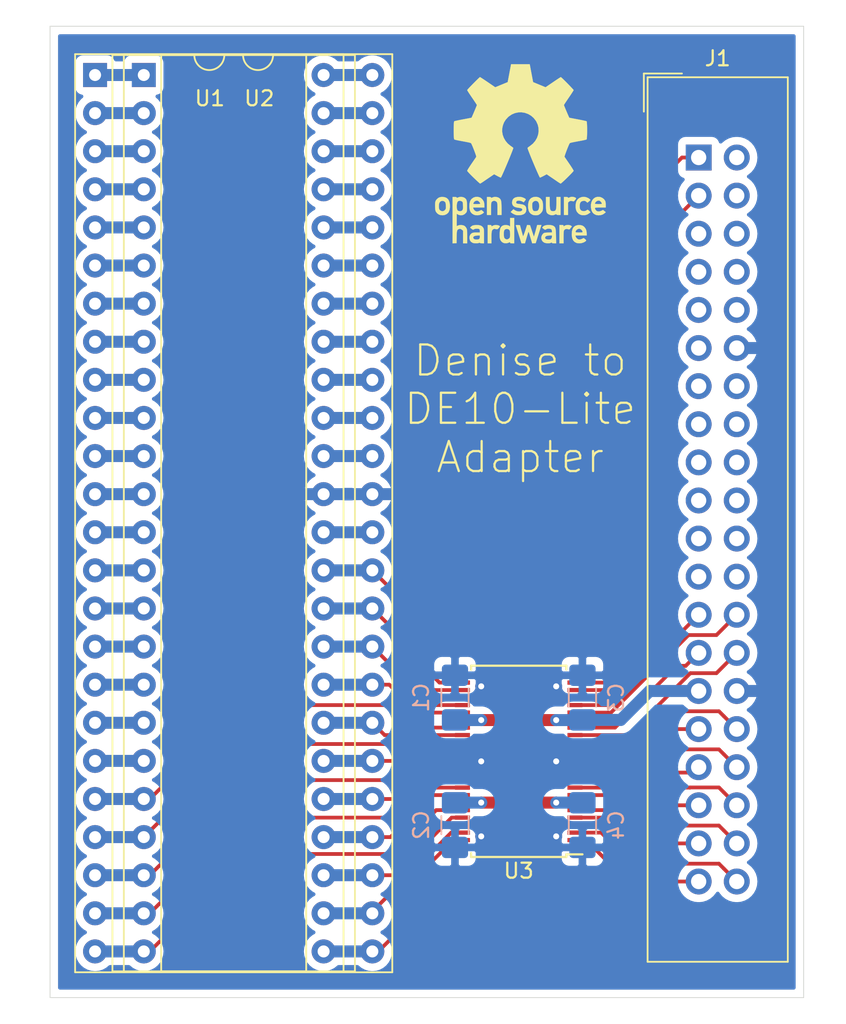
<source format=kicad_pcb>
(kicad_pcb (version 20171130) (host pcbnew "(5.1.4)-1")

  (general
    (thickness 1.6)
    (drawings 5)
    (tracks 252)
    (zones 0)
    (modules 9)
    (nets 87)
  )

  (page A4)
  (layers
    (0 F.Cu signal)
    (31 B.Cu signal)
    (32 B.Adhes user)
    (33 F.Adhes user)
    (34 B.Paste user)
    (35 F.Paste user)
    (36 B.SilkS user)
    (37 F.SilkS user)
    (38 B.Mask user)
    (39 F.Mask user)
    (40 Dwgs.User user)
    (41 Cmts.User user)
    (42 Eco1.User user)
    (43 Eco2.User user)
    (44 Edge.Cuts user)
    (45 Margin user)
    (46 B.CrtYd user)
    (47 F.CrtYd user)
    (48 B.Fab user)
    (49 F.Fab user)
  )

  (setup
    (last_trace_width 0.25)
    (trace_clearance 0.2)
    (zone_clearance 0.508)
    (zone_45_only no)
    (trace_min 0.2)
    (via_size 0.8)
    (via_drill 0.4)
    (via_min_size 0.4)
    (via_min_drill 0.3)
    (uvia_size 0.3)
    (uvia_drill 0.1)
    (uvias_allowed no)
    (uvia_min_size 0.2)
    (uvia_min_drill 0.1)
    (edge_width 0.05)
    (segment_width 0.2)
    (pcb_text_width 0.3)
    (pcb_text_size 1.5 1.5)
    (mod_edge_width 0.12)
    (mod_text_size 1 1)
    (mod_text_width 0.15)
    (pad_size 1.524 1.524)
    (pad_drill 0.762)
    (pad_to_mask_clearance 0.051)
    (solder_mask_min_width 0.25)
    (aux_axis_origin 0 0)
    (visible_elements 7FFFFFFF)
    (pcbplotparams
      (layerselection 0x010fc_ffffffff)
      (usegerberextensions false)
      (usegerberattributes false)
      (usegerberadvancedattributes false)
      (creategerberjobfile false)
      (excludeedgelayer true)
      (linewidth 0.100000)
      (plotframeref false)
      (viasonmask false)
      (mode 1)
      (useauxorigin false)
      (hpglpennumber 1)
      (hpglpenspeed 20)
      (hpglpendiameter 15.000000)
      (psnegative false)
      (psa4output false)
      (plotreference true)
      (plotvalue true)
      (plotinvisibletext false)
      (padsonsilk false)
      (subtractmaskfromsilk false)
      (outputformat 1)
      (mirror false)
      (drillshape 0)
      (scaleselection 1)
      (outputdirectory "Gerber/"))
  )

  (net 0 "")
  (net 1 3VCDAC)
  (net 2 3VCSYNC)
  (net 3 "Net-(J1-Pad4)")
  (net 4 3VG3)
  (net 5 "Net-(J1-Pad6)")
  (net 6 3VG2)
  (net 7 "Net-(J1-Pad8)")
  (net 8 3VG1)
  (net 9 "Net-(J1-Pad10)")
  (net 10 "Net-(J1-Pad11)")
  (net 11 GND)
  (net 12 3VG0)
  (net 13 "Net-(J1-Pad14)")
  (net 14 3VB3)
  (net 15 "Net-(J1-Pad16)")
  (net 16 3VB2)
  (net 17 "Net-(J1-Pad18)")
  (net 18 3VB1)
  (net 19 "Net-(J1-Pad20)")
  (net 20 3VB0)
  (net 21 "Net-(J1-Pad22)")
  (net 22 3VR3)
  (net 23 "Net-(J1-Pad24)")
  (net 24 3VR2)
  (net 25 3VR1)
  (net 26 +3V3)
  (net 27 3VR0)
  (net 28 DRD6)
  (net 29 B1)
  (net 30 DRD5)
  (net 31 B2)
  (net 32 DRD4)
  (net 33 B3)
  (net 34 DRD3)
  (net 35 G0)
  (net 36 DRD2)
  (net 37 G1)
  (net 38 DRD1)
  (net 39 G2)
  (net 40 DRD0)
  (net 41 G3)
  (net 42 M1H)
  (net 43 CSYNC)
  (net 44 M0H)
  (net 45 PIXELSW)
  (net 46 RGA8)
  (net 47 CDAC)
  (net 48 RGA7)
  (net 49 7M)
  (net 50 RGA6)
  (net 51 CCK)
  (net 52 RGA5)
  (net 53 RGA4)
  (net 54 M0V)
  (net 55 RGA3)
  (net 56 M1V)
  (net 57 RGA2)
  (net 58 DRD15)
  (net 59 RGA1)
  (net 60 DRD14)
  (net 61 BURST)
  (net 62 DRD13)
  (net 63 +5V)
  (net 64 DRD12)
  (net 65 R0)
  (net 66 DRD11)
  (net 67 R1)
  (net 68 DRD10)
  (net 69 R2)
  (net 70 DRD9)
  (net 71 R3)
  (net 72 DRD8)
  (net 73 B0)
  (net 74 DRD7)
  (net 75 "Net-(J1-Pad5)")
  (net 76 "Net-(J1-Pad7)")
  (net 77 "Net-(J1-Pad9)")
  (net 78 "Net-(J1-Pad13)")
  (net 79 "Net-(J1-Pad15)")
  (net 80 "Net-(J1-Pad17)")
  (net 81 "Net-(J1-Pad19)")
  (net 82 "Net-(J1-Pad21)")
  (net 83 "Net-(J1-Pad23)")
  (net 84 3V7M)
  (net 85 3VPIXELSW)
  (net 86 "Net-(J1-Pad2)")

  (net_class Default "This is the default net class."
    (clearance 0.2)
    (trace_width 0.25)
    (via_dia 0.8)
    (via_drill 0.4)
    (uvia_dia 0.3)
    (uvia_drill 0.1)
    (add_net +3V3)
    (add_net +5V)
    (add_net 3V7M)
    (add_net 3VB0)
    (add_net 3VB1)
    (add_net 3VB2)
    (add_net 3VB3)
    (add_net 3VCDAC)
    (add_net 3VCSYNC)
    (add_net 3VG0)
    (add_net 3VG1)
    (add_net 3VG2)
    (add_net 3VG3)
    (add_net 3VPIXELSW)
    (add_net 3VR0)
    (add_net 3VR1)
    (add_net 3VR2)
    (add_net 3VR3)
    (add_net 7M)
    (add_net B0)
    (add_net B1)
    (add_net B2)
    (add_net B3)
    (add_net BURST)
    (add_net CCK)
    (add_net CDAC)
    (add_net CSYNC)
    (add_net DRD0)
    (add_net DRD1)
    (add_net DRD10)
    (add_net DRD11)
    (add_net DRD12)
    (add_net DRD13)
    (add_net DRD14)
    (add_net DRD15)
    (add_net DRD2)
    (add_net DRD3)
    (add_net DRD4)
    (add_net DRD5)
    (add_net DRD6)
    (add_net DRD7)
    (add_net DRD8)
    (add_net DRD9)
    (add_net G0)
    (add_net G1)
    (add_net G2)
    (add_net G3)
    (add_net GND)
    (add_net M0H)
    (add_net M0V)
    (add_net M1H)
    (add_net M1V)
    (add_net "Net-(J1-Pad10)")
    (add_net "Net-(J1-Pad11)")
    (add_net "Net-(J1-Pad13)")
    (add_net "Net-(J1-Pad14)")
    (add_net "Net-(J1-Pad15)")
    (add_net "Net-(J1-Pad16)")
    (add_net "Net-(J1-Pad17)")
    (add_net "Net-(J1-Pad18)")
    (add_net "Net-(J1-Pad19)")
    (add_net "Net-(J1-Pad2)")
    (add_net "Net-(J1-Pad20)")
    (add_net "Net-(J1-Pad21)")
    (add_net "Net-(J1-Pad22)")
    (add_net "Net-(J1-Pad23)")
    (add_net "Net-(J1-Pad24)")
    (add_net "Net-(J1-Pad4)")
    (add_net "Net-(J1-Pad5)")
    (add_net "Net-(J1-Pad6)")
    (add_net "Net-(J1-Pad7)")
    (add_net "Net-(J1-Pad8)")
    (add_net "Net-(J1-Pad9)")
    (add_net PIXELSW)
    (add_net R0)
    (add_net R1)
    (add_net R2)
    (add_net R3)
    (add_net RGA1)
    (add_net RGA2)
    (add_net RGA3)
    (add_net RGA4)
    (add_net RGA5)
    (add_net RGA6)
    (add_net RGA7)
    (add_net RGA8)
  )

  (module Package_DIP:DIP-48_W15.24mm_Socket (layer F.Cu) (tedit 5A02E8C5) (tstamp 5DEF3F50)
    (at 144.75 73.75)
    (descr "48-lead though-hole mounted DIP package, row spacing 15.24 mm (600 mils), Socket")
    (tags "THT DIP DIL PDIP 2.54mm 15.24mm 600mil Socket")
    (path /5DED69C7)
    (fp_text reference U1 (at 7.65 1.561) (layer F.SilkS)
      (effects (font (size 1 1) (thickness 0.15)))
    )
    (fp_text value 8373_DeniseECS-AmigaCustomChips (at 7.62 60.75) (layer F.Fab)
      (effects (font (size 1 1) (thickness 0.15)))
    )
    (fp_text user %R (at 7.62 29.21) (layer F.Fab)
      (effects (font (size 1 1) (thickness 0.15)))
    )
    (fp_line (start 16.8 -1.6) (end -1.55 -1.6) (layer F.CrtYd) (width 0.05))
    (fp_line (start 16.8 60) (end 16.8 -1.6) (layer F.CrtYd) (width 0.05))
    (fp_line (start -1.55 60) (end 16.8 60) (layer F.CrtYd) (width 0.05))
    (fp_line (start -1.55 -1.6) (end -1.55 60) (layer F.CrtYd) (width 0.05))
    (fp_line (start 16.57 -1.39) (end -1.33 -1.39) (layer F.SilkS) (width 0.12))
    (fp_line (start 16.57 59.81) (end 16.57 -1.39) (layer F.SilkS) (width 0.12))
    (fp_line (start -1.33 59.81) (end 16.57 59.81) (layer F.SilkS) (width 0.12))
    (fp_line (start -1.33 -1.39) (end -1.33 59.81) (layer F.SilkS) (width 0.12))
    (fp_line (start 14.08 -1.33) (end 8.62 -1.33) (layer F.SilkS) (width 0.12))
    (fp_line (start 14.08 59.75) (end 14.08 -1.33) (layer F.SilkS) (width 0.12))
    (fp_line (start 1.16 59.75) (end 14.08 59.75) (layer F.SilkS) (width 0.12))
    (fp_line (start 1.16 -1.33) (end 1.16 59.75) (layer F.SilkS) (width 0.12))
    (fp_line (start 6.62 -1.33) (end 1.16 -1.33) (layer F.SilkS) (width 0.12))
    (fp_line (start 16.51 -1.33) (end -1.27 -1.33) (layer F.Fab) (width 0.1))
    (fp_line (start 16.51 59.75) (end 16.51 -1.33) (layer F.Fab) (width 0.1))
    (fp_line (start -1.27 59.75) (end 16.51 59.75) (layer F.Fab) (width 0.1))
    (fp_line (start -1.27 -1.33) (end -1.27 59.75) (layer F.Fab) (width 0.1))
    (fp_line (start 0.255 -0.27) (end 1.255 -1.27) (layer F.Fab) (width 0.1))
    (fp_line (start 0.255 59.69) (end 0.255 -0.27) (layer F.Fab) (width 0.1))
    (fp_line (start 14.985 59.69) (end 0.255 59.69) (layer F.Fab) (width 0.1))
    (fp_line (start 14.985 -1.27) (end 14.985 59.69) (layer F.Fab) (width 0.1))
    (fp_line (start 1.255 -1.27) (end 14.985 -1.27) (layer F.Fab) (width 0.1))
    (fp_arc (start 7.62 -1.33) (end 6.62 -1.33) (angle -180) (layer F.SilkS) (width 0.12))
    (pad 48 thru_hole oval (at 15.24 0) (size 1.6 1.6) (drill 0.8) (layers *.Cu *.Mask)
      (net 74 DRD7))
    (pad 24 thru_hole oval (at 0 58.42) (size 1.6 1.6) (drill 0.8) (layers *.Cu *.Mask)
      (net 73 B0))
    (pad 47 thru_hole oval (at 15.24 2.54) (size 1.6 1.6) (drill 0.8) (layers *.Cu *.Mask)
      (net 72 DRD8))
    (pad 23 thru_hole oval (at 0 55.88) (size 1.6 1.6) (drill 0.8) (layers *.Cu *.Mask)
      (net 71 R3))
    (pad 46 thru_hole oval (at 15.24 5.08) (size 1.6 1.6) (drill 0.8) (layers *.Cu *.Mask)
      (net 70 DRD9))
    (pad 22 thru_hole oval (at 0 53.34) (size 1.6 1.6) (drill 0.8) (layers *.Cu *.Mask)
      (net 69 R2))
    (pad 45 thru_hole oval (at 15.24 7.62) (size 1.6 1.6) (drill 0.8) (layers *.Cu *.Mask)
      (net 68 DRD10))
    (pad 21 thru_hole oval (at 0 50.8) (size 1.6 1.6) (drill 0.8) (layers *.Cu *.Mask)
      (net 67 R1))
    (pad 44 thru_hole oval (at 15.24 10.16) (size 1.6 1.6) (drill 0.8) (layers *.Cu *.Mask)
      (net 66 DRD11))
    (pad 20 thru_hole oval (at 0 48.26) (size 1.6 1.6) (drill 0.8) (layers *.Cu *.Mask)
      (net 65 R0))
    (pad 43 thru_hole oval (at 15.24 12.7) (size 1.6 1.6) (drill 0.8) (layers *.Cu *.Mask)
      (net 64 DRD12))
    (pad 19 thru_hole oval (at 0 45.72) (size 1.6 1.6) (drill 0.8) (layers *.Cu *.Mask)
      (net 63 +5V))
    (pad 42 thru_hole oval (at 15.24 15.24) (size 1.6 1.6) (drill 0.8) (layers *.Cu *.Mask)
      (net 62 DRD13))
    (pad 18 thru_hole oval (at 0 43.18) (size 1.6 1.6) (drill 0.8) (layers *.Cu *.Mask)
      (net 61 BURST))
    (pad 41 thru_hole oval (at 15.24 17.78) (size 1.6 1.6) (drill 0.8) (layers *.Cu *.Mask)
      (net 60 DRD14))
    (pad 17 thru_hole oval (at 0 40.64) (size 1.6 1.6) (drill 0.8) (layers *.Cu *.Mask)
      (net 59 RGA1))
    (pad 40 thru_hole oval (at 15.24 20.32) (size 1.6 1.6) (drill 0.8) (layers *.Cu *.Mask)
      (net 58 DRD15))
    (pad 16 thru_hole oval (at 0 38.1) (size 1.6 1.6) (drill 0.8) (layers *.Cu *.Mask)
      (net 57 RGA2))
    (pad 39 thru_hole oval (at 15.24 22.86) (size 1.6 1.6) (drill 0.8) (layers *.Cu *.Mask)
      (net 56 M1V))
    (pad 15 thru_hole oval (at 0 35.56) (size 1.6 1.6) (drill 0.8) (layers *.Cu *.Mask)
      (net 55 RGA3))
    (pad 38 thru_hole oval (at 15.24 25.4) (size 1.6 1.6) (drill 0.8) (layers *.Cu *.Mask)
      (net 54 M0V))
    (pad 14 thru_hole oval (at 0 33.02) (size 1.6 1.6) (drill 0.8) (layers *.Cu *.Mask)
      (net 53 RGA4))
    (pad 37 thru_hole oval (at 15.24 27.94) (size 1.6 1.6) (drill 0.8) (layers *.Cu *.Mask)
      (net 11 GND))
    (pad 13 thru_hole oval (at 0 30.48) (size 1.6 1.6) (drill 0.8) (layers *.Cu *.Mask)
      (net 52 RGA5))
    (pad 36 thru_hole oval (at 15.24 30.48) (size 1.6 1.6) (drill 0.8) (layers *.Cu *.Mask)
      (net 51 CCK))
    (pad 12 thru_hole oval (at 0 27.94) (size 1.6 1.6) (drill 0.8) (layers *.Cu *.Mask)
      (net 50 RGA6))
    (pad 35 thru_hole oval (at 15.24 33.02) (size 1.6 1.6) (drill 0.8) (layers *.Cu *.Mask)
      (net 49 7M))
    (pad 11 thru_hole oval (at 0 25.4) (size 1.6 1.6) (drill 0.8) (layers *.Cu *.Mask)
      (net 48 RGA7))
    (pad 34 thru_hole oval (at 15.24 35.56) (size 1.6 1.6) (drill 0.8) (layers *.Cu *.Mask)
      (net 47 CDAC))
    (pad 10 thru_hole oval (at 0 22.86) (size 1.6 1.6) (drill 0.8) (layers *.Cu *.Mask)
      (net 46 RGA8))
    (pad 33 thru_hole oval (at 15.24 38.1) (size 1.6 1.6) (drill 0.8) (layers *.Cu *.Mask)
      (net 45 PIXELSW))
    (pad 9 thru_hole oval (at 0 20.32) (size 1.6 1.6) (drill 0.8) (layers *.Cu *.Mask)
      (net 44 M0H))
    (pad 32 thru_hole oval (at 15.24 40.64) (size 1.6 1.6) (drill 0.8) (layers *.Cu *.Mask)
      (net 43 CSYNC))
    (pad 8 thru_hole oval (at 0 17.78) (size 1.6 1.6) (drill 0.8) (layers *.Cu *.Mask)
      (net 42 M1H))
    (pad 31 thru_hole oval (at 15.24 43.18) (size 1.6 1.6) (drill 0.8) (layers *.Cu *.Mask)
      (net 41 G3))
    (pad 7 thru_hole oval (at 0 15.24) (size 1.6 1.6) (drill 0.8) (layers *.Cu *.Mask)
      (net 40 DRD0))
    (pad 30 thru_hole oval (at 15.24 45.72) (size 1.6 1.6) (drill 0.8) (layers *.Cu *.Mask)
      (net 39 G2))
    (pad 6 thru_hole oval (at 0 12.7) (size 1.6 1.6) (drill 0.8) (layers *.Cu *.Mask)
      (net 38 DRD1))
    (pad 29 thru_hole oval (at 15.24 48.26) (size 1.6 1.6) (drill 0.8) (layers *.Cu *.Mask)
      (net 37 G1))
    (pad 5 thru_hole oval (at 0 10.16) (size 1.6 1.6) (drill 0.8) (layers *.Cu *.Mask)
      (net 36 DRD2))
    (pad 28 thru_hole oval (at 15.24 50.8) (size 1.6 1.6) (drill 0.8) (layers *.Cu *.Mask)
      (net 35 G0))
    (pad 4 thru_hole oval (at 0 7.62) (size 1.6 1.6) (drill 0.8) (layers *.Cu *.Mask)
      (net 34 DRD3))
    (pad 27 thru_hole oval (at 15.24 53.34) (size 1.6 1.6) (drill 0.8) (layers *.Cu *.Mask)
      (net 33 B3))
    (pad 3 thru_hole oval (at 0 5.08) (size 1.6 1.6) (drill 0.8) (layers *.Cu *.Mask)
      (net 32 DRD4))
    (pad 26 thru_hole oval (at 15.24 55.88) (size 1.6 1.6) (drill 0.8) (layers *.Cu *.Mask)
      (net 31 B2))
    (pad 2 thru_hole oval (at 0 2.54) (size 1.6 1.6) (drill 0.8) (layers *.Cu *.Mask)
      (net 30 DRD5))
    (pad 25 thru_hole oval (at 15.24 58.42) (size 1.6 1.6) (drill 0.8) (layers *.Cu *.Mask)
      (net 29 B1))
    (pad 1 thru_hole rect (at 0 0) (size 1.6 1.6) (drill 0.8) (layers *.Cu *.Mask)
      (net 28 DRD6))
    (model ${KISYS3DMOD}/Package_DIP.3dshapes/DIP-48_W15.24mm_Socket.wrl
      (at (xyz 0 0 0))
      (scale (xyz 1 1 1))
      (rotate (xyz 0 0 0))
    )
  )

  (module Package_DIP:DIP-48_W15.24mm_Socket (layer F.Cu) (tedit 5A02E8C5) (tstamp 5DEF4663)
    (at 148 73.75)
    (descr "48-lead though-hole mounted DIP package, row spacing 15.24 mm (600 mils), Socket")
    (tags "THT DIP DIL PDIP 2.54mm 15.24mm 600mil Socket")
    (path /5DEDF8B5)
    (fp_text reference U2 (at 7.702 1.561) (layer F.SilkS)
      (effects (font (size 1 1) (thickness 0.15)))
    )
    (fp_text value 8373_DeniseECS-AmigaCustomChips (at 7.62 60.75) (layer F.Fab)
      (effects (font (size 1 1) (thickness 0.15)))
    )
    (fp_text user %R (at 7.62 29.21) (layer F.Fab)
      (effects (font (size 1 1) (thickness 0.15)))
    )
    (fp_line (start 16.8 -1.6) (end -1.55 -1.6) (layer F.CrtYd) (width 0.05))
    (fp_line (start 16.8 60) (end 16.8 -1.6) (layer F.CrtYd) (width 0.05))
    (fp_line (start -1.55 60) (end 16.8 60) (layer F.CrtYd) (width 0.05))
    (fp_line (start -1.55 -1.6) (end -1.55 60) (layer F.CrtYd) (width 0.05))
    (fp_line (start 16.57 -1.39) (end -1.33 -1.39) (layer F.SilkS) (width 0.12))
    (fp_line (start 16.57 59.81) (end 16.57 -1.39) (layer F.SilkS) (width 0.12))
    (fp_line (start -1.33 59.81) (end 16.57 59.81) (layer F.SilkS) (width 0.12))
    (fp_line (start -1.33 -1.39) (end -1.33 59.81) (layer F.SilkS) (width 0.12))
    (fp_line (start 14.08 -1.33) (end 8.62 -1.33) (layer F.SilkS) (width 0.12))
    (fp_line (start 14.08 59.75) (end 14.08 -1.33) (layer F.SilkS) (width 0.12))
    (fp_line (start 1.16 59.75) (end 14.08 59.75) (layer F.SilkS) (width 0.12))
    (fp_line (start 1.16 -1.33) (end 1.16 59.75) (layer F.SilkS) (width 0.12))
    (fp_line (start 6.62 -1.33) (end 1.16 -1.33) (layer F.SilkS) (width 0.12))
    (fp_line (start 16.51 -1.33) (end -1.27 -1.33) (layer F.Fab) (width 0.1))
    (fp_line (start 16.51 59.75) (end 16.51 -1.33) (layer F.Fab) (width 0.1))
    (fp_line (start -1.27 59.75) (end 16.51 59.75) (layer F.Fab) (width 0.1))
    (fp_line (start -1.27 -1.33) (end -1.27 59.75) (layer F.Fab) (width 0.1))
    (fp_line (start 0.255 -0.27) (end 1.255 -1.27) (layer F.Fab) (width 0.1))
    (fp_line (start 0.255 59.69) (end 0.255 -0.27) (layer F.Fab) (width 0.1))
    (fp_line (start 14.985 59.69) (end 0.255 59.69) (layer F.Fab) (width 0.1))
    (fp_line (start 14.985 -1.27) (end 14.985 59.69) (layer F.Fab) (width 0.1))
    (fp_line (start 1.255 -1.27) (end 14.985 -1.27) (layer F.Fab) (width 0.1))
    (fp_arc (start 7.62 -1.33) (end 6.62 -1.33) (angle -180) (layer F.SilkS) (width 0.12))
    (pad 48 thru_hole oval (at 15.24 0) (size 1.6 1.6) (drill 0.8) (layers *.Cu *.Mask)
      (net 74 DRD7))
    (pad 24 thru_hole oval (at 0 58.42) (size 1.6 1.6) (drill 0.8) (layers *.Cu *.Mask)
      (net 73 B0))
    (pad 47 thru_hole oval (at 15.24 2.54) (size 1.6 1.6) (drill 0.8) (layers *.Cu *.Mask)
      (net 72 DRD8))
    (pad 23 thru_hole oval (at 0 55.88) (size 1.6 1.6) (drill 0.8) (layers *.Cu *.Mask)
      (net 71 R3))
    (pad 46 thru_hole oval (at 15.24 5.08) (size 1.6 1.6) (drill 0.8) (layers *.Cu *.Mask)
      (net 70 DRD9))
    (pad 22 thru_hole oval (at 0 53.34) (size 1.6 1.6) (drill 0.8) (layers *.Cu *.Mask)
      (net 69 R2))
    (pad 45 thru_hole oval (at 15.24 7.62) (size 1.6 1.6) (drill 0.8) (layers *.Cu *.Mask)
      (net 68 DRD10))
    (pad 21 thru_hole oval (at 0 50.8) (size 1.6 1.6) (drill 0.8) (layers *.Cu *.Mask)
      (net 67 R1))
    (pad 44 thru_hole oval (at 15.24 10.16) (size 1.6 1.6) (drill 0.8) (layers *.Cu *.Mask)
      (net 66 DRD11))
    (pad 20 thru_hole oval (at 0 48.26) (size 1.6 1.6) (drill 0.8) (layers *.Cu *.Mask)
      (net 65 R0))
    (pad 43 thru_hole oval (at 15.24 12.7) (size 1.6 1.6) (drill 0.8) (layers *.Cu *.Mask)
      (net 64 DRD12))
    (pad 19 thru_hole oval (at 0 45.72) (size 1.6 1.6) (drill 0.8) (layers *.Cu *.Mask)
      (net 63 +5V))
    (pad 42 thru_hole oval (at 15.24 15.24) (size 1.6 1.6) (drill 0.8) (layers *.Cu *.Mask)
      (net 62 DRD13))
    (pad 18 thru_hole oval (at 0 43.18) (size 1.6 1.6) (drill 0.8) (layers *.Cu *.Mask)
      (net 61 BURST))
    (pad 41 thru_hole oval (at 15.24 17.78) (size 1.6 1.6) (drill 0.8) (layers *.Cu *.Mask)
      (net 60 DRD14))
    (pad 17 thru_hole oval (at 0 40.64) (size 1.6 1.6) (drill 0.8) (layers *.Cu *.Mask)
      (net 59 RGA1))
    (pad 40 thru_hole oval (at 15.24 20.32) (size 1.6 1.6) (drill 0.8) (layers *.Cu *.Mask)
      (net 58 DRD15))
    (pad 16 thru_hole oval (at 0 38.1) (size 1.6 1.6) (drill 0.8) (layers *.Cu *.Mask)
      (net 57 RGA2))
    (pad 39 thru_hole oval (at 15.24 22.86) (size 1.6 1.6) (drill 0.8) (layers *.Cu *.Mask)
      (net 56 M1V))
    (pad 15 thru_hole oval (at 0 35.56) (size 1.6 1.6) (drill 0.8) (layers *.Cu *.Mask)
      (net 55 RGA3))
    (pad 38 thru_hole oval (at 15.24 25.4) (size 1.6 1.6) (drill 0.8) (layers *.Cu *.Mask)
      (net 54 M0V))
    (pad 14 thru_hole oval (at 0 33.02) (size 1.6 1.6) (drill 0.8) (layers *.Cu *.Mask)
      (net 53 RGA4))
    (pad 37 thru_hole oval (at 15.24 27.94) (size 1.6 1.6) (drill 0.8) (layers *.Cu *.Mask)
      (net 11 GND))
    (pad 13 thru_hole oval (at 0 30.48) (size 1.6 1.6) (drill 0.8) (layers *.Cu *.Mask)
      (net 52 RGA5))
    (pad 36 thru_hole oval (at 15.24 30.48) (size 1.6 1.6) (drill 0.8) (layers *.Cu *.Mask)
      (net 51 CCK))
    (pad 12 thru_hole oval (at 0 27.94) (size 1.6 1.6) (drill 0.8) (layers *.Cu *.Mask)
      (net 50 RGA6))
    (pad 35 thru_hole oval (at 15.24 33.02) (size 1.6 1.6) (drill 0.8) (layers *.Cu *.Mask)
      (net 49 7M))
    (pad 11 thru_hole oval (at 0 25.4) (size 1.6 1.6) (drill 0.8) (layers *.Cu *.Mask)
      (net 48 RGA7))
    (pad 34 thru_hole oval (at 15.24 35.56) (size 1.6 1.6) (drill 0.8) (layers *.Cu *.Mask)
      (net 47 CDAC))
    (pad 10 thru_hole oval (at 0 22.86) (size 1.6 1.6) (drill 0.8) (layers *.Cu *.Mask)
      (net 46 RGA8))
    (pad 33 thru_hole oval (at 15.24 38.1) (size 1.6 1.6) (drill 0.8) (layers *.Cu *.Mask)
      (net 45 PIXELSW))
    (pad 9 thru_hole oval (at 0 20.32) (size 1.6 1.6) (drill 0.8) (layers *.Cu *.Mask)
      (net 44 M0H))
    (pad 32 thru_hole oval (at 15.24 40.64) (size 1.6 1.6) (drill 0.8) (layers *.Cu *.Mask)
      (net 43 CSYNC))
    (pad 8 thru_hole oval (at 0 17.78) (size 1.6 1.6) (drill 0.8) (layers *.Cu *.Mask)
      (net 42 M1H))
    (pad 31 thru_hole oval (at 15.24 43.18) (size 1.6 1.6) (drill 0.8) (layers *.Cu *.Mask)
      (net 41 G3))
    (pad 7 thru_hole oval (at 0 15.24) (size 1.6 1.6) (drill 0.8) (layers *.Cu *.Mask)
      (net 40 DRD0))
    (pad 30 thru_hole oval (at 15.24 45.72) (size 1.6 1.6) (drill 0.8) (layers *.Cu *.Mask)
      (net 39 G2))
    (pad 6 thru_hole oval (at 0 12.7) (size 1.6 1.6) (drill 0.8) (layers *.Cu *.Mask)
      (net 38 DRD1))
    (pad 29 thru_hole oval (at 15.24 48.26) (size 1.6 1.6) (drill 0.8) (layers *.Cu *.Mask)
      (net 37 G1))
    (pad 5 thru_hole oval (at 0 10.16) (size 1.6 1.6) (drill 0.8) (layers *.Cu *.Mask)
      (net 36 DRD2))
    (pad 28 thru_hole oval (at 15.24 50.8) (size 1.6 1.6) (drill 0.8) (layers *.Cu *.Mask)
      (net 35 G0))
    (pad 4 thru_hole oval (at 0 7.62) (size 1.6 1.6) (drill 0.8) (layers *.Cu *.Mask)
      (net 34 DRD3))
    (pad 27 thru_hole oval (at 15.24 53.34) (size 1.6 1.6) (drill 0.8) (layers *.Cu *.Mask)
      (net 33 B3))
    (pad 3 thru_hole oval (at 0 5.08) (size 1.6 1.6) (drill 0.8) (layers *.Cu *.Mask)
      (net 32 DRD4))
    (pad 26 thru_hole oval (at 15.24 55.88) (size 1.6 1.6) (drill 0.8) (layers *.Cu *.Mask)
      (net 31 B2))
    (pad 2 thru_hole oval (at 0 2.54) (size 1.6 1.6) (drill 0.8) (layers *.Cu *.Mask)
      (net 30 DRD5))
    (pad 25 thru_hole oval (at 15.24 58.42) (size 1.6 1.6) (drill 0.8) (layers *.Cu *.Mask)
      (net 29 B1))
    (pad 1 thru_hole rect (at 0 0) (size 1.6 1.6) (drill 0.8) (layers *.Cu *.Mask)
      (net 28 DRD6))
    (model ${KISYS3DMOD}/Package_DIP.3dshapes/DIP-48_W15.24mm_Socket.wrl
      (at (xyz 0 0 0))
      (scale (xyz 1 1 1))
      (rotate (xyz 0 0 0))
    )
  )

  (module Connector_IDC:IDC-Header_2x20_P2.54mm_Vertical (layer F.Cu) (tedit 59DE12BE) (tstamp 5DEF3F04)
    (at 185 79.25)
    (descr "Through hole straight IDC box header, 2x20, 2.54mm pitch, double rows")
    (tags "Through hole IDC box header THT 2x20 2.54mm double row")
    (path /5DED6BE9)
    (fp_text reference J1 (at 1.27 -6.604) (layer F.SilkS)
      (effects (font (size 1 1) (thickness 0.15)))
    )
    (fp_text value Conn_02x20_Odd_Even (at 1.27 54.864) (layer F.Fab)
      (effects (font (size 1 1) (thickness 0.15)))
    )
    (fp_text user %R (at 1.27 24.13) (layer F.Fab)
      (effects (font (size 1 1) (thickness 0.15)))
    )
    (fp_line (start 5.695 -5.1) (end 5.695 53.36) (layer F.Fab) (width 0.1))
    (fp_line (start 5.145 -4.56) (end 5.145 52.8) (layer F.Fab) (width 0.1))
    (fp_line (start -3.155 -5.1) (end -3.155 53.36) (layer F.Fab) (width 0.1))
    (fp_line (start -2.605 -4.56) (end -2.605 21.88) (layer F.Fab) (width 0.1))
    (fp_line (start -2.605 26.38) (end -2.605 52.8) (layer F.Fab) (width 0.1))
    (fp_line (start -2.605 21.88) (end -3.155 21.88) (layer F.Fab) (width 0.1))
    (fp_line (start -2.605 26.38) (end -3.155 26.38) (layer F.Fab) (width 0.1))
    (fp_line (start 5.695 -5.1) (end -3.155 -5.1) (layer F.Fab) (width 0.1))
    (fp_line (start 5.145 -4.56) (end -2.605 -4.56) (layer F.Fab) (width 0.1))
    (fp_line (start 5.695 53.36) (end -3.155 53.36) (layer F.Fab) (width 0.1))
    (fp_line (start 5.145 52.8) (end -2.605 52.8) (layer F.Fab) (width 0.1))
    (fp_line (start 5.695 -5.1) (end 5.145 -4.56) (layer F.Fab) (width 0.1))
    (fp_line (start 5.695 53.36) (end 5.145 52.8) (layer F.Fab) (width 0.1))
    (fp_line (start -3.155 -5.1) (end -2.605 -4.56) (layer F.Fab) (width 0.1))
    (fp_line (start -3.155 53.36) (end -2.605 52.8) (layer F.Fab) (width 0.1))
    (fp_line (start 5.95 -5.35) (end 5.95 53.61) (layer F.CrtYd) (width 0.05))
    (fp_line (start 5.95 53.61) (end -3.41 53.61) (layer F.CrtYd) (width 0.05))
    (fp_line (start -3.41 53.61) (end -3.41 -5.35) (layer F.CrtYd) (width 0.05))
    (fp_line (start -3.41 -5.35) (end 5.95 -5.35) (layer F.CrtYd) (width 0.05))
    (fp_line (start 5.945 -5.35) (end 5.945 53.61) (layer F.SilkS) (width 0.12))
    (fp_line (start 5.945 53.61) (end -3.405 53.61) (layer F.SilkS) (width 0.12))
    (fp_line (start -3.405 53.61) (end -3.405 -5.35) (layer F.SilkS) (width 0.12))
    (fp_line (start -3.405 -5.35) (end 5.945 -5.35) (layer F.SilkS) (width 0.12))
    (fp_line (start -3.655 -5.6) (end -3.655 -3.06) (layer F.SilkS) (width 0.12))
    (fp_line (start -3.655 -5.6) (end -1.115 -5.6) (layer F.SilkS) (width 0.12))
    (pad 1 thru_hole rect (at 0 0) (size 1.7272 1.7272) (drill 1.016) (layers *.Cu *.Mask)
      (net 84 3V7M))
    (pad 2 thru_hole oval (at 2.54 0) (size 1.7272 1.7272) (drill 1.016) (layers *.Cu *.Mask)
      (net 86 "Net-(J1-Pad2)"))
    (pad 3 thru_hole oval (at 0 2.54) (size 1.7272 1.7272) (drill 1.016) (layers *.Cu *.Mask)
      (net 1 3VCDAC))
    (pad 4 thru_hole oval (at 2.54 2.54) (size 1.7272 1.7272) (drill 1.016) (layers *.Cu *.Mask)
      (net 3 "Net-(J1-Pad4)"))
    (pad 5 thru_hole oval (at 0 5.08) (size 1.7272 1.7272) (drill 1.016) (layers *.Cu *.Mask)
      (net 75 "Net-(J1-Pad5)"))
    (pad 6 thru_hole oval (at 2.54 5.08) (size 1.7272 1.7272) (drill 1.016) (layers *.Cu *.Mask)
      (net 5 "Net-(J1-Pad6)"))
    (pad 7 thru_hole oval (at 0 7.62) (size 1.7272 1.7272) (drill 1.016) (layers *.Cu *.Mask)
      (net 76 "Net-(J1-Pad7)"))
    (pad 8 thru_hole oval (at 2.54 7.62) (size 1.7272 1.7272) (drill 1.016) (layers *.Cu *.Mask)
      (net 7 "Net-(J1-Pad8)"))
    (pad 9 thru_hole oval (at 0 10.16) (size 1.7272 1.7272) (drill 1.016) (layers *.Cu *.Mask)
      (net 77 "Net-(J1-Pad9)"))
    (pad 10 thru_hole oval (at 2.54 10.16) (size 1.7272 1.7272) (drill 1.016) (layers *.Cu *.Mask)
      (net 9 "Net-(J1-Pad10)"))
    (pad 11 thru_hole oval (at 0 12.7) (size 1.7272 1.7272) (drill 1.016) (layers *.Cu *.Mask)
      (net 10 "Net-(J1-Pad11)"))
    (pad 12 thru_hole oval (at 2.54 12.7) (size 1.7272 1.7272) (drill 1.016) (layers *.Cu *.Mask)
      (net 11 GND))
    (pad 13 thru_hole oval (at 0 15.24) (size 1.7272 1.7272) (drill 1.016) (layers *.Cu *.Mask)
      (net 78 "Net-(J1-Pad13)"))
    (pad 14 thru_hole oval (at 2.54 15.24) (size 1.7272 1.7272) (drill 1.016) (layers *.Cu *.Mask)
      (net 13 "Net-(J1-Pad14)"))
    (pad 15 thru_hole oval (at 0 17.78) (size 1.7272 1.7272) (drill 1.016) (layers *.Cu *.Mask)
      (net 79 "Net-(J1-Pad15)"))
    (pad 16 thru_hole oval (at 2.54 17.78) (size 1.7272 1.7272) (drill 1.016) (layers *.Cu *.Mask)
      (net 15 "Net-(J1-Pad16)"))
    (pad 17 thru_hole oval (at 0 20.32) (size 1.7272 1.7272) (drill 1.016) (layers *.Cu *.Mask)
      (net 80 "Net-(J1-Pad17)"))
    (pad 18 thru_hole oval (at 2.54 20.32) (size 1.7272 1.7272) (drill 1.016) (layers *.Cu *.Mask)
      (net 17 "Net-(J1-Pad18)"))
    (pad 19 thru_hole oval (at 0 22.86) (size 1.7272 1.7272) (drill 1.016) (layers *.Cu *.Mask)
      (net 81 "Net-(J1-Pad19)"))
    (pad 20 thru_hole oval (at 2.54 22.86) (size 1.7272 1.7272) (drill 1.016) (layers *.Cu *.Mask)
      (net 19 "Net-(J1-Pad20)"))
    (pad 21 thru_hole oval (at 0 25.4) (size 1.7272 1.7272) (drill 1.016) (layers *.Cu *.Mask)
      (net 82 "Net-(J1-Pad21)"))
    (pad 22 thru_hole oval (at 2.54 25.4) (size 1.7272 1.7272) (drill 1.016) (layers *.Cu *.Mask)
      (net 21 "Net-(J1-Pad22)"))
    (pad 23 thru_hole oval (at 0 27.94) (size 1.7272 1.7272) (drill 1.016) (layers *.Cu *.Mask)
      (net 83 "Net-(J1-Pad23)"))
    (pad 24 thru_hole oval (at 2.54 27.94) (size 1.7272 1.7272) (drill 1.016) (layers *.Cu *.Mask)
      (net 23 "Net-(J1-Pad24)"))
    (pad 25 thru_hole oval (at 0 30.48) (size 1.7272 1.7272) (drill 1.016) (layers *.Cu *.Mask)
      (net 85 3VPIXELSW))
    (pad 26 thru_hole oval (at 2.54 30.48) (size 1.7272 1.7272) (drill 1.016) (layers *.Cu *.Mask)
      (net 2 3VCSYNC))
    (pad 27 thru_hole oval (at 0 33.02) (size 1.7272 1.7272) (drill 1.016) (layers *.Cu *.Mask)
      (net 27 3VR0))
    (pad 28 thru_hole oval (at 2.54 33.02) (size 1.7272 1.7272) (drill 1.016) (layers *.Cu *.Mask)
      (net 4 3VG3))
    (pad 29 thru_hole oval (at 0 35.56) (size 1.7272 1.7272) (drill 1.016) (layers *.Cu *.Mask)
      (net 26 +3V3))
    (pad 30 thru_hole oval (at 2.54 35.56) (size 1.7272 1.7272) (drill 1.016) (layers *.Cu *.Mask)
      (net 11 GND))
    (pad 31 thru_hole oval (at 0 38.1) (size 1.7272 1.7272) (drill 1.016) (layers *.Cu *.Mask)
      (net 6 3VG2))
    (pad 32 thru_hole oval (at 2.54 38.1) (size 1.7272 1.7272) (drill 1.016) (layers *.Cu *.Mask)
      (net 25 3VR1))
    (pad 33 thru_hole oval (at 0 40.64) (size 1.7272 1.7272) (drill 1.016) (layers *.Cu *.Mask)
      (net 8 3VG1))
    (pad 34 thru_hole oval (at 2.54 40.64) (size 1.7272 1.7272) (drill 1.016) (layers *.Cu *.Mask)
      (net 24 3VR2))
    (pad 35 thru_hole oval (at 0 43.18) (size 1.7272 1.7272) (drill 1.016) (layers *.Cu *.Mask)
      (net 12 3VG0))
    (pad 36 thru_hole oval (at 2.54 43.18) (size 1.7272 1.7272) (drill 1.016) (layers *.Cu *.Mask)
      (net 22 3VR3))
    (pad 37 thru_hole oval (at 0 45.72) (size 1.7272 1.7272) (drill 1.016) (layers *.Cu *.Mask)
      (net 14 3VB3))
    (pad 38 thru_hole oval (at 2.54 45.72) (size 1.7272 1.7272) (drill 1.016) (layers *.Cu *.Mask)
      (net 20 3VB0))
    (pad 39 thru_hole oval (at 0 48.26) (size 1.7272 1.7272) (drill 1.016) (layers *.Cu *.Mask)
      (net 18 3VB1))
    (pad 40 thru_hole oval (at 2.54 48.26) (size 1.7272 1.7272) (drill 1.016) (layers *.Cu *.Mask)
      (net 16 3VB2))
    (model ${KISYS3DMOD}/Connector_IDC.3dshapes/IDC-Header_2x20_P2.54mm_Vertical.wrl
      (at (xyz 0 0 0))
      (scale (xyz 1 1 1))
      (rotate (xyz 0 0 0))
    )
  )

  (module Capacitor_SMD:C_1206_3216Metric_Pad1.42x1.75mm_HandSolder (layer B.Cu) (tedit 5B301BBE) (tstamp 5DF0C36F)
    (at 177.25 123.75 270)
    (descr "Capacitor SMD 1206 (3216 Metric), square (rectangular) end terminal, IPC_7351 nominal with elongated pad for handsoldering. (Body size source: http://www.tortai-tech.com/upload/download/2011102023233369053.pdf), generated with kicad-footprint-generator")
    (tags "capacitor handsolder")
    (path /5DF9C788)
    (attr smd)
    (fp_text reference C4 (at 0 -2.25 90) (layer B.SilkS)
      (effects (font (size 1 1) (thickness 0.15)) (justify mirror))
    )
    (fp_text value 100n (at 0 -1.82 90) (layer B.Fab)
      (effects (font (size 1 1) (thickness 0.15)) (justify mirror))
    )
    (fp_text user %R (at 0 0 90) (layer B.Fab)
      (effects (font (size 0.8 0.8) (thickness 0.12)) (justify mirror))
    )
    (fp_line (start 2.45 -1.12) (end -2.45 -1.12) (layer B.CrtYd) (width 0.05))
    (fp_line (start 2.45 1.12) (end 2.45 -1.12) (layer B.CrtYd) (width 0.05))
    (fp_line (start -2.45 1.12) (end 2.45 1.12) (layer B.CrtYd) (width 0.05))
    (fp_line (start -2.45 -1.12) (end -2.45 1.12) (layer B.CrtYd) (width 0.05))
    (fp_line (start -0.602064 -0.91) (end 0.602064 -0.91) (layer B.SilkS) (width 0.12))
    (fp_line (start -0.602064 0.91) (end 0.602064 0.91) (layer B.SilkS) (width 0.12))
    (fp_line (start 1.6 -0.8) (end -1.6 -0.8) (layer B.Fab) (width 0.1))
    (fp_line (start 1.6 0.8) (end 1.6 -0.8) (layer B.Fab) (width 0.1))
    (fp_line (start -1.6 0.8) (end 1.6 0.8) (layer B.Fab) (width 0.1))
    (fp_line (start -1.6 -0.8) (end -1.6 0.8) (layer B.Fab) (width 0.1))
    (pad 2 smd roundrect (at 1.4875 0 270) (size 1.425 1.75) (layers B.Cu B.Paste B.Mask) (roundrect_rratio 0.175439)
      (net 11 GND))
    (pad 1 smd roundrect (at -1.4875 0 270) (size 1.425 1.75) (layers B.Cu B.Paste B.Mask) (roundrect_rratio 0.175439)
      (net 26 +3V3))
    (model ${KISYS3DMOD}/Capacitor_SMD.3dshapes/C_1206_3216Metric.wrl
      (at (xyz 0 0 0))
      (scale (xyz 1 1 1))
      (rotate (xyz 0 0 0))
    )
  )

  (module Capacitor_SMD:C_1206_3216Metric_Pad1.42x1.75mm_HandSolder (layer B.Cu) (tedit 5B301BBE) (tstamp 5DF0C35E)
    (at 177.25 115.25 90)
    (descr "Capacitor SMD 1206 (3216 Metric), square (rectangular) end terminal, IPC_7351 nominal with elongated pad for handsoldering. (Body size source: http://www.tortai-tech.com/upload/download/2011102023233369053.pdf), generated with kicad-footprint-generator")
    (tags "capacitor handsolder")
    (path /5DF9C4C2)
    (attr smd)
    (fp_text reference C3 (at 0 2.25 90) (layer B.SilkS)
      (effects (font (size 1 1) (thickness 0.15)) (justify mirror))
    )
    (fp_text value 100n (at 0 -1.82 90) (layer B.Fab)
      (effects (font (size 1 1) (thickness 0.15)) (justify mirror))
    )
    (fp_text user %R (at 0 0 90) (layer B.Fab)
      (effects (font (size 0.8 0.8) (thickness 0.12)) (justify mirror))
    )
    (fp_line (start 2.45 -1.12) (end -2.45 -1.12) (layer B.CrtYd) (width 0.05))
    (fp_line (start 2.45 1.12) (end 2.45 -1.12) (layer B.CrtYd) (width 0.05))
    (fp_line (start -2.45 1.12) (end 2.45 1.12) (layer B.CrtYd) (width 0.05))
    (fp_line (start -2.45 -1.12) (end -2.45 1.12) (layer B.CrtYd) (width 0.05))
    (fp_line (start -0.602064 -0.91) (end 0.602064 -0.91) (layer B.SilkS) (width 0.12))
    (fp_line (start -0.602064 0.91) (end 0.602064 0.91) (layer B.SilkS) (width 0.12))
    (fp_line (start 1.6 -0.8) (end -1.6 -0.8) (layer B.Fab) (width 0.1))
    (fp_line (start 1.6 0.8) (end 1.6 -0.8) (layer B.Fab) (width 0.1))
    (fp_line (start -1.6 0.8) (end 1.6 0.8) (layer B.Fab) (width 0.1))
    (fp_line (start -1.6 -0.8) (end -1.6 0.8) (layer B.Fab) (width 0.1))
    (pad 2 smd roundrect (at 1.4875 0 90) (size 1.425 1.75) (layers B.Cu B.Paste B.Mask) (roundrect_rratio 0.175439)
      (net 11 GND))
    (pad 1 smd roundrect (at -1.4875 0 90) (size 1.425 1.75) (layers B.Cu B.Paste B.Mask) (roundrect_rratio 0.175439)
      (net 26 +3V3))
    (model ${KISYS3DMOD}/Capacitor_SMD.3dshapes/C_1206_3216Metric.wrl
      (at (xyz 0 0 0))
      (scale (xyz 1 1 1))
      (rotate (xyz 0 0 0))
    )
  )

  (module Capacitor_SMD:C_1206_3216Metric_Pad1.42x1.75mm_HandSolder (layer B.Cu) (tedit 5B301BBE) (tstamp 5DF0C34D)
    (at 168.75 123.75 270)
    (descr "Capacitor SMD 1206 (3216 Metric), square (rectangular) end terminal, IPC_7351 nominal with elongated pad for handsoldering. (Body size source: http://www.tortai-tech.com/upload/download/2011102023233369053.pdf), generated with kicad-footprint-generator")
    (tags "capacitor handsolder")
    (path /5DF9B545)
    (attr smd)
    (fp_text reference C2 (at 0 2.25 90) (layer B.SilkS)
      (effects (font (size 1 1) (thickness 0.15)) (justify mirror))
    )
    (fp_text value 100n (at 0 -1.82 90) (layer B.Fab)
      (effects (font (size 1 1) (thickness 0.15)) (justify mirror))
    )
    (fp_text user %R (at 0 0 90) (layer B.Fab)
      (effects (font (size 0.8 0.8) (thickness 0.12)) (justify mirror))
    )
    (fp_line (start 2.45 -1.12) (end -2.45 -1.12) (layer B.CrtYd) (width 0.05))
    (fp_line (start 2.45 1.12) (end 2.45 -1.12) (layer B.CrtYd) (width 0.05))
    (fp_line (start -2.45 1.12) (end 2.45 1.12) (layer B.CrtYd) (width 0.05))
    (fp_line (start -2.45 -1.12) (end -2.45 1.12) (layer B.CrtYd) (width 0.05))
    (fp_line (start -0.602064 -0.91) (end 0.602064 -0.91) (layer B.SilkS) (width 0.12))
    (fp_line (start -0.602064 0.91) (end 0.602064 0.91) (layer B.SilkS) (width 0.12))
    (fp_line (start 1.6 -0.8) (end -1.6 -0.8) (layer B.Fab) (width 0.1))
    (fp_line (start 1.6 0.8) (end 1.6 -0.8) (layer B.Fab) (width 0.1))
    (fp_line (start -1.6 0.8) (end 1.6 0.8) (layer B.Fab) (width 0.1))
    (fp_line (start -1.6 -0.8) (end -1.6 0.8) (layer B.Fab) (width 0.1))
    (pad 2 smd roundrect (at 1.4875 0 270) (size 1.425 1.75) (layers B.Cu B.Paste B.Mask) (roundrect_rratio 0.175439)
      (net 11 GND))
    (pad 1 smd roundrect (at -1.4875 0 270) (size 1.425 1.75) (layers B.Cu B.Paste B.Mask) (roundrect_rratio 0.175439)
      (net 26 +3V3))
    (model ${KISYS3DMOD}/Capacitor_SMD.3dshapes/C_1206_3216Metric.wrl
      (at (xyz 0 0 0))
      (scale (xyz 1 1 1))
      (rotate (xyz 0 0 0))
    )
  )

  (module Capacitor_SMD:C_1206_3216Metric_Pad1.42x1.75mm_HandSolder (layer B.Cu) (tedit 5B301BBE) (tstamp 5DF0C33C)
    (at 168.75 115.25 90)
    (descr "Capacitor SMD 1206 (3216 Metric), square (rectangular) end terminal, IPC_7351 nominal with elongated pad for handsoldering. (Body size source: http://www.tortai-tech.com/upload/download/2011102023233369053.pdf), generated with kicad-footprint-generator")
    (tags "capacitor handsolder")
    (path /5DF15C5A)
    (attr smd)
    (fp_text reference C1 (at 0 -2.25 90) (layer B.SilkS)
      (effects (font (size 1 1) (thickness 0.15)) (justify mirror))
    )
    (fp_text value 100n (at 0 -1.82 90) (layer B.Fab)
      (effects (font (size 1 1) (thickness 0.15)) (justify mirror))
    )
    (fp_text user %R (at 0 0 90) (layer B.Fab)
      (effects (font (size 0.8 0.8) (thickness 0.12)) (justify mirror))
    )
    (fp_line (start 2.45 -1.12) (end -2.45 -1.12) (layer B.CrtYd) (width 0.05))
    (fp_line (start 2.45 1.12) (end 2.45 -1.12) (layer B.CrtYd) (width 0.05))
    (fp_line (start -2.45 1.12) (end 2.45 1.12) (layer B.CrtYd) (width 0.05))
    (fp_line (start -2.45 -1.12) (end -2.45 1.12) (layer B.CrtYd) (width 0.05))
    (fp_line (start -0.602064 -0.91) (end 0.602064 -0.91) (layer B.SilkS) (width 0.12))
    (fp_line (start -0.602064 0.91) (end 0.602064 0.91) (layer B.SilkS) (width 0.12))
    (fp_line (start 1.6 -0.8) (end -1.6 -0.8) (layer B.Fab) (width 0.1))
    (fp_line (start 1.6 0.8) (end 1.6 -0.8) (layer B.Fab) (width 0.1))
    (fp_line (start -1.6 0.8) (end 1.6 0.8) (layer B.Fab) (width 0.1))
    (fp_line (start -1.6 -0.8) (end -1.6 0.8) (layer B.Fab) (width 0.1))
    (pad 2 smd roundrect (at 1.4875 0 90) (size 1.425 1.75) (layers B.Cu B.Paste B.Mask) (roundrect_rratio 0.175439)
      (net 11 GND))
    (pad 1 smd roundrect (at -1.4875 0 90) (size 1.425 1.75) (layers B.Cu B.Paste B.Mask) (roundrect_rratio 0.175439)
      (net 26 +3V3))
    (model ${KISYS3DMOD}/Capacitor_SMD.3dshapes/C_1206_3216Metric.wrl
      (at (xyz 0 0 0))
      (scale (xyz 1 1 1))
      (rotate (xyz 0 0 0))
    )
  )

  (module Symbol:OSHW-Logo_11.4x12mm_SilkScreen (layer F.Cu) (tedit 0) (tstamp 5DF09F16)
    (at 173.101 78.994)
    (descr "Open Source Hardware Logo")
    (tags "Logo OSHW")
    (attr virtual)
    (fp_text reference REF** (at 0 0) (layer F.SilkS) hide
      (effects (font (size 1 1) (thickness 0.15)))
    )
    (fp_text value OSHW-Logo_11.4x12mm_SilkScreen (at 0.75 0) (layer F.Fab) hide
      (effects (font (size 1 1) (thickness 0.15)))
    )
    (fp_poly (pts (xy 0.746535 -5.366828) (xy 0.859117 -4.769637) (xy 1.274531 -4.59839) (xy 1.689944 -4.427143)
      (xy 2.188302 -4.766022) (xy 2.327868 -4.860378) (xy 2.454028 -4.944625) (xy 2.560895 -5.014917)
      (xy 2.642582 -5.067408) (xy 2.693201 -5.098251) (xy 2.706986 -5.104902) (xy 2.73182 -5.087797)
      (xy 2.784888 -5.040511) (xy 2.86024 -4.969083) (xy 2.951929 -4.879555) (xy 3.054007 -4.777966)
      (xy 3.160526 -4.670357) (xy 3.265536 -4.562768) (xy 3.363091 -4.46124) (xy 3.447242 -4.371814)
      (xy 3.51204 -4.300529) (xy 3.551538 -4.253427) (xy 3.56098 -4.237663) (xy 3.547391 -4.208602)
      (xy 3.509293 -4.144934) (xy 3.450694 -4.052888) (xy 3.375597 -3.938691) (xy 3.288009 -3.808571)
      (xy 3.237254 -3.734354) (xy 3.144745 -3.598833) (xy 3.06254 -3.476539) (xy 2.99463 -3.37356)
      (xy 2.945 -3.295982) (xy 2.91764 -3.249894) (xy 2.913529 -3.240208) (xy 2.922849 -3.212681)
      (xy 2.948254 -3.148527) (xy 2.985911 -3.056765) (xy 3.031986 -2.946416) (xy 3.082646 -2.8265)
      (xy 3.134059 -2.706036) (xy 3.182389 -2.594046) (xy 3.223806 -2.499548) (xy 3.254474 -2.431563)
      (xy 3.270562 -2.399112) (xy 3.271511 -2.397835) (xy 3.296772 -2.391638) (xy 3.364046 -2.377815)
      (xy 3.46636 -2.357723) (xy 3.596741 -2.332721) (xy 3.748216 -2.304169) (xy 3.836594 -2.287704)
      (xy 3.998452 -2.256886) (xy 4.144649 -2.227561) (xy 4.267787 -2.201334) (xy 4.360469 -2.179809)
      (xy 4.415301 -2.16459) (xy 4.426323 -2.159762) (xy 4.437119 -2.127081) (xy 4.445829 -2.05327)
      (xy 4.45246 -1.946963) (xy 4.457018 -1.816788) (xy 4.459509 -1.671379) (xy 4.459938 -1.519365)
      (xy 4.458311 -1.369378) (xy 4.454635 -1.230049) (xy 4.448915 -1.11001) (xy 4.441158 -1.01789)
      (xy 4.431368 -0.962323) (xy 4.425496 -0.950755) (xy 4.390399 -0.93689) (xy 4.316028 -0.917067)
      (xy 4.212223 -0.893616) (xy 4.088819 -0.868864) (xy 4.045741 -0.860857) (xy 3.838047 -0.822814)
      (xy 3.673984 -0.792176) (xy 3.54813 -0.767726) (xy 3.455065 -0.748246) (xy 3.389367 -0.732519)
      (xy 3.345617 -0.719327) (xy 3.318392 -0.707451) (xy 3.302272 -0.695675) (xy 3.300017 -0.693347)
      (xy 3.277503 -0.655855) (xy 3.243158 -0.58289) (xy 3.200411 -0.483388) (xy 3.152692 -0.366282)
      (xy 3.10343 -0.240507) (xy 3.056055 -0.114998) (xy 3.013995 0.00131) (xy 2.98068 0.099484)
      (xy 2.959541 0.170588) (xy 2.954005 0.205687) (xy 2.954466 0.206917) (xy 2.973223 0.235606)
      (xy 3.015776 0.29873) (xy 3.077653 0.389718) (xy 3.154382 0.502) (xy 3.241491 0.629005)
      (xy 3.266299 0.665098) (xy 3.354753 0.795948) (xy 3.432588 0.915336) (xy 3.495566 1.016407)
      (xy 3.539445 1.092304) (xy 3.559985 1.136172) (xy 3.56098 1.141562) (xy 3.543722 1.169889)
      (xy 3.496036 1.226006) (xy 3.42405 1.303882) (xy 3.333897 1.397485) (xy 3.231705 1.500786)
      (xy 3.123606 1.607751) (xy 3.015728 1.712351) (xy 2.914204 1.808554) (xy 2.825162 1.890329)
      (xy 2.754733 1.951645) (xy 2.709047 1.986471) (xy 2.696409 1.992157) (xy 2.666991 1.978765)
      (xy 2.606761 1.942644) (xy 2.52553 1.889881) (xy 2.46303 1.847412) (xy 2.349785 1.769485)
      (xy 2.215674 1.677729) (xy 2.081155 1.58612) (xy 2.008833 1.537091) (xy 1.764038 1.371515)
      (xy 1.558551 1.48262) (xy 1.464936 1.531293) (xy 1.38533 1.569126) (xy 1.331467 1.590703)
      (xy 1.317757 1.593706) (xy 1.30127 1.571538) (xy 1.268745 1.508894) (xy 1.222609 1.411554)
      (xy 1.16529 1.285294) (xy 1.099216 1.135895) (xy 1.026815 0.969133) (xy 0.950516 0.790787)
      (xy 0.872746 0.606636) (xy 0.795934 0.422457) (xy 0.722506 0.24403) (xy 0.654892 0.077132)
      (xy 0.59552 -0.072458) (xy 0.546816 -0.198962) (xy 0.51121 -0.296601) (xy 0.49113 -0.359598)
      (xy 0.4879 -0.381234) (xy 0.513496 -0.408831) (xy 0.569539 -0.45363) (xy 0.644311 -0.506321)
      (xy 0.650587 -0.51049) (xy 0.843845 -0.665186) (xy 0.999674 -0.845664) (xy 1.116724 -1.046153)
      (xy 1.193645 -1.260881) (xy 1.229086 -1.484078) (xy 1.221697 -1.709974) (xy 1.170127 -1.932796)
      (xy 1.073026 -2.146776) (xy 1.044458 -2.193591) (xy 0.895868 -2.382637) (xy 0.720327 -2.534443)
      (xy 0.52391 -2.648221) (xy 0.312693 -2.72318) (xy 0.092753 -2.758533) (xy -0.129837 -2.753488)
      (xy -0.348999 -2.707256) (xy -0.558658 -2.619049) (xy -0.752739 -2.488076) (xy -0.812774 -2.434918)
      (xy -0.965565 -2.268516) (xy -1.076903 -2.093343) (xy -1.153277 -1.896989) (xy -1.195813 -1.702538)
      (xy -1.206314 -1.483913) (xy -1.171299 -1.264203) (xy -1.094327 -1.050835) (xy -0.978953 -0.851233)
      (xy -0.828734 -0.672826) (xy -0.647227 -0.523038) (xy -0.623373 -0.507249) (xy -0.547799 -0.455543)
      (xy -0.490349 -0.410743) (xy -0.462883 -0.382138) (xy -0.462483 -0.381234) (xy -0.46838 -0.350291)
      (xy -0.491755 -0.280064) (xy -0.530179 -0.17633) (xy -0.581223 -0.044865) (xy -0.642458 0.108552)
      (xy -0.711456 0.278146) (xy -0.785786 0.458138) (xy -0.863022 0.642753) (xy -0.940732 0.826213)
      (xy -1.016489 1.002741) (xy -1.087863 1.166559) (xy -1.152426 1.311892) (xy -1.207748 1.432962)
      (xy -1.2514 1.523992) (xy -1.280954 1.579205) (xy -1.292856 1.593706) (xy -1.329223 1.582414)
      (xy -1.39727 1.55213) (xy -1.485263 1.508265) (xy -1.533649 1.48262) (xy -1.739137 1.371515)
      (xy -1.983932 1.537091) (xy -2.108894 1.621915) (xy -2.245705 1.715261) (xy -2.373911 1.803153)
      (xy -2.438129 1.847412) (xy -2.528449 1.908063) (xy -2.604929 1.956126) (xy -2.657593 1.985515)
      (xy -2.674698 1.991727) (xy -2.699595 1.974968) (xy -2.754695 1.928181) (xy -2.834657 1.856225)
      (xy -2.934139 1.763957) (xy -3.0478 1.656235) (xy -3.119685 1.587071) (xy -3.245449 1.463502)
      (xy -3.354137 1.352979) (xy -3.441355 1.26023) (xy -3.502711 1.189982) (xy -3.533809 1.146965)
      (xy -3.536792 1.138235) (xy -3.522947 1.105029) (xy -3.484688 1.037887) (xy -3.426258 0.943608)
      (xy -3.351903 0.82899) (xy -3.265865 0.700828) (xy -3.241397 0.665098) (xy -3.152245 0.535234)
      (xy -3.072262 0.418314) (xy -3.00592 0.320907) (xy -2.957689 0.249584) (xy -2.932043 0.210915)
      (xy -2.929565 0.206917) (xy -2.933271 0.1761) (xy -2.952939 0.108344) (xy -2.98514 0.012584)
      (xy -3.026445 -0.102246) (xy -3.073425 -0.227211) (xy -3.122651 -0.353376) (xy -3.170692 -0.471807)
      (xy -3.214119 -0.57357) (xy -3.249504 -0.649729) (xy -3.273416 -0.691351) (xy -3.275116 -0.693347)
      (xy -3.289738 -0.705242) (xy -3.314435 -0.717005) (xy -3.354628 -0.729854) (xy -3.415737 -0.745006)
      (xy -3.503183 -0.763679) (xy -3.622388 -0.78709) (xy -3.778773 -0.816458) (xy -3.977757 -0.853)
      (xy -4.02084 -0.860857) (xy -4.148529 -0.885528) (xy -4.259847 -0.909662) (xy -4.344955 -0.930931)
      (xy -4.394017 -0.947007) (xy -4.400595 -0.950755) (xy -4.411436 -0.983982) (xy -4.420247 -1.058234)
      (xy -4.427024 -1.164879) (xy -4.43176 -1.295288) (xy -4.43445 -1.440828) (xy -4.435087 -1.592869)
      (xy -4.433666 -1.742779) (xy -4.43018 -1.881927) (xy -4.424624 -2.001683) (xy -4.416992 -2.093414)
      (xy -4.407278 -2.148489) (xy -4.401422 -2.159762) (xy -4.36882 -2.171132) (xy -4.294582 -2.189631)
      (xy -4.186104 -2.213653) (xy -4.050783 -2.241593) (xy -3.896015 -2.271847) (xy -3.811692 -2.287704)
      (xy -3.651704 -2.317611) (xy -3.509033 -2.344705) (xy -3.390652 -2.367624) (xy -3.303535 -2.385012)
      (xy -3.254655 -2.395508) (xy -3.24661 -2.397835) (xy -3.233013 -2.424069) (xy -3.204271 -2.48726)
      (xy -3.164215 -2.578378) (xy -3.116676 -2.688398) (xy -3.065485 -2.80829) (xy -3.014474 -2.929028)
      (xy -2.967474 -3.041584) (xy -2.928316 -3.136929) (xy -2.900831 -3.206038) (xy -2.888851 -3.239881)
      (xy -2.888628 -3.24136) (xy -2.902209 -3.268058) (xy -2.940285 -3.329495) (xy -2.998853 -3.419566)
      (xy -3.073912 -3.532165) (xy -3.16146 -3.661185) (xy -3.212353 -3.735294) (xy -3.305091 -3.871178)
      (xy -3.387459 -3.994546) (xy -3.455439 -4.099158) (xy -3.505012 -4.178772) (xy -3.532158 -4.227148)
      (xy -3.536079 -4.237993) (xy -3.519225 -4.263235) (xy -3.472632 -4.317131) (xy -3.402251 -4.393642)
      (xy -3.314035 -4.486732) (xy -3.213935 -4.59036) (xy -3.107902 -4.698491) (xy -3.001889 -4.805085)
      (xy -2.901848 -4.904105) (xy -2.81373 -4.989513) (xy -2.743487 -5.05527) (xy -2.697072 -5.095339)
      (xy -2.681544 -5.104902) (xy -2.656261 -5.091455) (xy -2.595789 -5.05368) (xy -2.506008 -4.99542)
      (xy -2.392797 -4.920521) (xy -2.262036 -4.83283) (xy -2.1634 -4.766022) (xy -1.665043 -4.427143)
      (xy -1.249629 -4.59839) (xy -0.834216 -4.769637) (xy -0.721634 -5.366828) (xy -0.609051 -5.96402)
      (xy 0.633952 -5.96402) (xy 0.746535 -5.366828)) (layer F.SilkS) (width 0.01))
    (fp_poly (pts (xy 3.563637 2.887472) (xy 3.64929 2.913641) (xy 3.704437 2.946707) (xy 3.722401 2.972855)
      (xy 3.717457 3.003852) (xy 3.685372 3.052547) (xy 3.658243 3.087035) (xy 3.602317 3.149383)
      (xy 3.560299 3.175615) (xy 3.52448 3.173903) (xy 3.418224 3.146863) (xy 3.340189 3.148091)
      (xy 3.27682 3.178735) (xy 3.255546 3.19667) (xy 3.187451 3.259779) (xy 3.187451 4.083922)
      (xy 2.913529 4.083922) (xy 2.913529 2.888628) (xy 3.05049 2.888628) (xy 3.132719 2.891879)
      (xy 3.175144 2.903426) (xy 3.187445 2.925952) (xy 3.187451 2.92662) (xy 3.19326 2.950215)
      (xy 3.219531 2.947138) (xy 3.255931 2.930115) (xy 3.331111 2.898439) (xy 3.392158 2.879381)
      (xy 3.470708 2.874496) (xy 3.563637 2.887472)) (layer F.SilkS) (width 0.01))
    (fp_poly (pts (xy -1.49324 2.909199) (xy -1.431264 2.938802) (xy -1.371241 2.981561) (xy -1.325514 3.030775)
      (xy -1.292207 3.093544) (xy -1.269445 3.176971) (xy -1.255353 3.288159) (xy -1.248058 3.434209)
      (xy -1.245682 3.622223) (xy -1.245645 3.641912) (xy -1.245098 4.083922) (xy -1.51902 4.083922)
      (xy -1.51902 3.676435) (xy -1.519215 3.525471) (xy -1.520564 3.416056) (xy -1.524212 3.339933)
      (xy -1.531304 3.288848) (xy -1.542987 3.254545) (xy -1.560406 3.228768) (xy -1.584671 3.203298)
      (xy -1.669565 3.148571) (xy -1.762239 3.138416) (xy -1.850527 3.173017) (xy -1.88123 3.19877)
      (xy -1.903771 3.222982) (xy -1.919954 3.248912) (xy -1.930832 3.284708) (xy -1.937458 3.338519)
      (xy -1.940885 3.418493) (xy -1.942166 3.532779) (xy -1.942353 3.671907) (xy -1.942353 4.083922)
      (xy -2.216275 4.083922) (xy -2.216275 2.888628) (xy -2.079314 2.888628) (xy -1.997084 2.891879)
      (xy -1.95466 2.903426) (xy -1.942359 2.925952) (xy -1.942353 2.92662) (xy -1.936646 2.948681)
      (xy -1.911473 2.946177) (xy -1.861422 2.921937) (xy -1.747906 2.886271) (xy -1.618055 2.882305)
      (xy -1.49324 2.909199)) (layer F.SilkS) (width 0.01))
    (fp_poly (pts (xy 5.303287 2.884355) (xy 5.367051 2.899845) (xy 5.4893 2.956569) (xy 5.593834 3.043202)
      (xy 5.66618 3.147074) (xy 5.676119 3.170396) (xy 5.689754 3.231484) (xy 5.699298 3.321853)
      (xy 5.702549 3.41319) (xy 5.702549 3.585882) (xy 5.34147 3.585882) (xy 5.192546 3.586445)
      (xy 5.087632 3.589864) (xy 5.020937 3.598731) (xy 4.986666 3.615641) (xy 4.979028 3.643189)
      (xy 4.992229 3.683968) (xy 5.015877 3.731683) (xy 5.081843 3.811314) (xy 5.173512 3.850987)
      (xy 5.285555 3.849695) (xy 5.412472 3.806514) (xy 5.522158 3.753224) (xy 5.613173 3.825191)
      (xy 5.704188 3.897157) (xy 5.618563 3.976269) (xy 5.50425 4.051017) (xy 5.363666 4.096084)
      (xy 5.212449 4.108696) (xy 5.066236 4.086079) (xy 5.042647 4.078405) (xy 4.914141 4.011296)
      (xy 4.818551 3.911247) (xy 4.753861 3.775271) (xy 4.718057 3.60038) (xy 4.71764 3.596632)
      (xy 4.714434 3.406032) (xy 4.727393 3.338035) (xy 4.980392 3.338035) (xy 5.003627 3.348491)
      (xy 5.06671 3.3565) (xy 5.159706 3.361073) (xy 5.218638 3.361765) (xy 5.328537 3.361332)
      (xy 5.397252 3.358578) (xy 5.433405 3.351321) (xy 5.445615 3.337376) (xy 5.442504 3.314562)
      (xy 5.439894 3.305735) (xy 5.395344 3.2228) (xy 5.325279 3.15596) (xy 5.263446 3.126589)
      (xy 5.181301 3.128362) (xy 5.098062 3.16499) (xy 5.028238 3.225634) (xy 4.986337 3.299456)
      (xy 4.980392 3.338035) (xy 4.727393 3.338035) (xy 4.746385 3.238395) (xy 4.809773 3.097711)
      (xy 4.900878 2.987974) (xy 5.015978 2.913174) (xy 5.151355 2.877304) (xy 5.303287 2.884355)) (layer F.SilkS) (width 0.01))
    (fp_poly (pts (xy 4.390976 2.899056) (xy 4.535256 2.960348) (xy 4.580699 2.990185) (xy 4.638779 3.036036)
      (xy 4.675238 3.072089) (xy 4.681568 3.083832) (xy 4.663693 3.109889) (xy 4.61795 3.154105)
      (xy 4.581328 3.184965) (xy 4.481088 3.26552) (xy 4.401935 3.198918) (xy 4.340769 3.155921)
      (xy 4.281129 3.141079) (xy 4.212872 3.144704) (xy 4.104482 3.171652) (xy 4.029872 3.227587)
      (xy 3.98453 3.318014) (xy 3.963947 3.448435) (xy 3.963942 3.448517) (xy 3.965722 3.59429)
      (xy 3.993387 3.701245) (xy 4.048571 3.774064) (xy 4.086192 3.798723) (xy 4.186105 3.829431)
      (xy 4.292822 3.829449) (xy 4.385669 3.799655) (xy 4.407647 3.785098) (xy 4.462765 3.747914)
      (xy 4.505859 3.74182) (xy 4.552335 3.769496) (xy 4.603716 3.819205) (xy 4.685046 3.903116)
      (xy 4.594749 3.977546) (xy 4.455236 4.061549) (xy 4.297912 4.102947) (xy 4.133503 4.09995)
      (xy 4.025531 4.0725) (xy 3.899331 4.00462) (xy 3.798401 3.897831) (xy 3.752548 3.822451)
      (xy 3.71541 3.714297) (xy 3.696827 3.577318) (xy 3.696684 3.428864) (xy 3.714865 3.286281)
      (xy 3.751255 3.166918) (xy 3.756987 3.15468) (xy 3.841865 3.034655) (xy 3.956782 2.947267)
      (xy 4.092659 2.894329) (xy 4.240417 2.877654) (xy 4.390976 2.899056)) (layer F.SilkS) (width 0.01))
    (fp_poly (pts (xy 1.967254 3.276245) (xy 1.969608 3.458879) (xy 1.978207 3.5976) (xy 1.99536 3.698147)
      (xy 2.023374 3.766254) (xy 2.064557 3.807659) (xy 2.121217 3.828097) (xy 2.191372 3.833318)
      (xy 2.264848 3.827468) (xy 2.320657 3.806093) (xy 2.361109 3.763458) (xy 2.388509 3.693825)
      (xy 2.405167 3.59146) (xy 2.413389 3.450624) (xy 2.41549 3.276245) (xy 2.41549 2.888628)
      (xy 2.689411 2.888628) (xy 2.689411 4.083922) (xy 2.552451 4.083922) (xy 2.469884 4.080576)
      (xy 2.427368 4.068826) (xy 2.41549 4.04652) (xy 2.408336 4.026654) (xy 2.379865 4.030857)
      (xy 2.322476 4.058971) (xy 2.190945 4.102342) (xy 2.051438 4.09927) (xy 1.917765 4.052174)
      (xy 1.854108 4.014971) (xy 1.805553 3.974691) (xy 1.770081 3.924291) (xy 1.745674 3.856729)
      (xy 1.730313 3.764965) (xy 1.721982 3.641955) (xy 1.718662 3.480659) (xy 1.718235 3.355928)
      (xy 1.718235 2.888628) (xy 1.967254 2.888628) (xy 1.967254 3.276245)) (layer F.SilkS) (width 0.01))
    (fp_poly (pts (xy 1.209547 2.903364) (xy 1.335502 2.971959) (xy 1.434047 3.080245) (xy 1.480478 3.168315)
      (xy 1.500412 3.246101) (xy 1.513328 3.356993) (xy 1.518863 3.484738) (xy 1.516654 3.613084)
      (xy 1.506337 3.725779) (xy 1.494286 3.785969) (xy 1.453634 3.868311) (xy 1.38323 3.95577)
      (xy 1.298382 4.032251) (xy 1.214397 4.081655) (xy 1.212349 4.082439) (xy 1.108134 4.104027)
      (xy 0.984627 4.104562) (xy 0.867261 4.084908) (xy 0.821942 4.069155) (xy 0.70522 4.002966)
      (xy 0.621624 3.916246) (xy 0.566701 3.801438) (xy 0.535995 3.650982) (xy 0.529047 3.572173)
      (xy 0.529933 3.473145) (xy 0.796862 3.473145) (xy 0.805854 3.617645) (xy 0.831736 3.72776)
      (xy 0.872868 3.798116) (xy 0.902172 3.818235) (xy 0.977251 3.832265) (xy 1.066494 3.828111)
      (xy 1.14365 3.807922) (xy 1.163883 3.796815) (xy 1.217265 3.732123) (xy 1.2525 3.633119)
      (xy 1.267498 3.512632) (xy 1.260172 3.383494) (xy 1.243799 3.305775) (xy 1.19679 3.215771)
      (xy 1.122582 3.159509) (xy 1.033209 3.140057) (xy 0.940707 3.160481) (xy 0.869653 3.210437)
      (xy 0.832312 3.251655) (xy 0.810518 3.292281) (xy 0.80013 3.347264) (xy 0.797006 3.431549)
      (xy 0.796862 3.473145) (xy 0.529933 3.473145) (xy 0.53093 3.361874) (xy 0.56518 3.189423)
      (xy 0.631802 3.054814) (xy 0.730799 2.95804) (xy 0.862175 2.899094) (xy 0.890385 2.892259)
      (xy 1.059926 2.876213) (xy 1.209547 2.903364)) (layer F.SilkS) (width 0.01))
    (fp_poly (pts (xy 0.027759 2.884345) (xy 0.122059 2.902229) (xy 0.21989 2.939633) (xy 0.230343 2.944402)
      (xy 0.304531 2.983412) (xy 0.35591 3.019664) (xy 0.372517 3.042887) (xy 0.356702 3.080761)
      (xy 0.318288 3.136644) (xy 0.301237 3.157505) (xy 0.230969 3.239618) (xy 0.140379 3.186168)
      (xy 0.054164 3.150561) (xy -0.045451 3.131529) (xy -0.140981 3.130326) (xy -0.214939 3.14821)
      (xy -0.232688 3.159373) (xy -0.266488 3.210553) (xy -0.270596 3.269509) (xy -0.245304 3.315567)
      (xy -0.230344 3.324499) (xy -0.185514 3.335592) (xy -0.106714 3.34863) (xy -0.009574 3.361088)
      (xy 0.008346 3.363042) (xy 0.164365 3.39003) (xy 0.277523 3.435873) (xy 0.352569 3.504803)
      (xy 0.394253 3.601054) (xy 0.407238 3.718617) (xy 0.389299 3.852254) (xy 0.33105 3.957195)
      (xy 0.232255 4.03363) (xy 0.092682 4.081748) (xy -0.062255 4.100732) (xy -0.188602 4.100504)
      (xy -0.291087 4.083262) (xy -0.361079 4.059457) (xy -0.449517 4.017978) (xy -0.531246 3.969842)
      (xy -0.560295 3.948655) (xy -0.635 3.887676) (xy -0.544902 3.796508) (xy -0.454804 3.705339)
      (xy -0.352368 3.773128) (xy -0.249626 3.824042) (xy -0.139913 3.850673) (xy -0.034449 3.853483)
      (xy 0.055546 3.832935) (xy 0.118854 3.789493) (xy 0.139296 3.752838) (xy 0.136229 3.694053)
      (xy 0.085434 3.649099) (xy -0.012952 3.618057) (xy -0.120744 3.60371) (xy -0.286635 3.576337)
      (xy -0.409876 3.524693) (xy -0.492114 3.447266) (xy -0.534999 3.342544) (xy -0.54094 3.218387)
      (xy -0.511594 3.088702) (xy -0.444691 2.990677) (xy -0.339629 2.923866) (xy -0.19581 2.88782)
      (xy -0.089262 2.880754) (xy 0.027759 2.884345)) (layer F.SilkS) (width 0.01))
    (fp_poly (pts (xy -2.686796 2.916354) (xy -2.661981 2.928037) (xy -2.576094 2.990951) (xy -2.494879 3.082769)
      (xy -2.434236 3.183868) (xy -2.416988 3.230349) (xy -2.401251 3.313376) (xy -2.391867 3.413713)
      (xy -2.390728 3.455147) (xy -2.390589 3.585882) (xy -3.143047 3.585882) (xy -3.127007 3.654363)
      (xy -3.087637 3.735355) (xy -3.018806 3.805351) (xy -2.936919 3.850441) (xy -2.884737 3.859804)
      (xy -2.813971 3.848441) (xy -2.72954 3.819943) (xy -2.700858 3.806831) (xy -2.594791 3.753858)
      (xy -2.504272 3.822901) (xy -2.452039 3.869597) (xy -2.424247 3.90814) (xy -2.42284 3.919452)
      (xy -2.447668 3.946868) (xy -2.502083 3.988532) (xy -2.551472 4.021037) (xy -2.684748 4.079468)
      (xy -2.834161 4.105915) (xy -2.982249 4.099039) (xy -3.100295 4.063096) (xy -3.221982 3.986101)
      (xy -3.30846 3.884728) (xy -3.362559 3.75357) (xy -3.387109 3.587224) (xy -3.389286 3.511108)
      (xy -3.380573 3.336685) (xy -3.379503 3.331611) (xy -3.130173 3.331611) (xy -3.123306 3.347968)
      (xy -3.095083 3.356988) (xy -3.036873 3.360854) (xy -2.940042 3.361749) (xy -2.902757 3.361765)
      (xy -2.789317 3.360413) (xy -2.717378 3.355505) (xy -2.678687 3.34576) (xy -2.664995 3.329899)
      (xy -2.66451 3.324805) (xy -2.680137 3.284326) (xy -2.719247 3.227621) (xy -2.736061 3.207766)
      (xy -2.798481 3.151611) (xy -2.863547 3.129532) (xy -2.898603 3.127686) (xy -2.993442 3.150766)
      (xy -3.072973 3.212759) (xy -3.123423 3.302802) (xy -3.124317 3.305735) (xy -3.130173 3.331611)
      (xy -3.379503 3.331611) (xy -3.351601 3.199343) (xy -3.29941 3.089461) (xy -3.235579 3.011461)
      (xy -3.117567 2.926882) (xy -2.978842 2.881686) (xy -2.83129 2.8776) (xy -2.686796 2.916354)) (layer F.SilkS) (width 0.01))
    (fp_poly (pts (xy -5.026753 2.901568) (xy -4.896478 2.959163) (xy -4.797581 3.055334) (xy -4.729918 3.190229)
      (xy -4.693345 3.363996) (xy -4.690724 3.391126) (xy -4.68867 3.582408) (xy -4.715301 3.750073)
      (xy -4.768999 3.885967) (xy -4.797753 3.929681) (xy -4.897909 4.022198) (xy -5.025463 4.082119)
      (xy -5.168163 4.106985) (xy -5.31376 4.094339) (xy -5.424438 4.055391) (xy -5.519616 3.989755)
      (xy -5.597406 3.903699) (xy -5.598751 3.901685) (xy -5.630343 3.84857) (xy -5.650873 3.79516)
      (xy -5.663305 3.727754) (xy -5.670603 3.632653) (xy -5.673818 3.554666) (xy -5.675156 3.483944)
      (xy -5.426186 3.483944) (xy -5.423753 3.554348) (xy -5.41492 3.648068) (xy -5.399336 3.708214)
      (xy -5.371234 3.751006) (xy -5.344914 3.776002) (xy -5.251608 3.828338) (xy -5.15398 3.835333)
      (xy -5.063058 3.797676) (xy -5.017598 3.755479) (xy -4.984838 3.712956) (xy -4.965677 3.672267)
      (xy -4.957267 3.619314) (xy -4.956763 3.539997) (xy -4.959355 3.46695) (xy -4.964929 3.362601)
      (xy -4.973766 3.29492) (xy -4.989693 3.250774) (xy -5.016538 3.217031) (xy -5.037811 3.197746)
      (xy -5.126794 3.147086) (xy -5.222789 3.14456) (xy -5.303281 3.174567) (xy -5.371947 3.237231)
      (xy -5.412856 3.340168) (xy -5.426186 3.483944) (xy -5.675156 3.483944) (xy -5.676754 3.399582)
      (xy -5.67174 3.2836) (xy -5.656717 3.196367) (xy -5.629624 3.12753) (xy -5.5884 3.066737)
      (xy -5.573115 3.048686) (xy -5.477546 2.958746) (xy -5.375039 2.906211) (xy -5.249679 2.884201)
      (xy -5.18855 2.882402) (xy -5.026753 2.901568)) (layer F.SilkS) (width 0.01))
    (fp_poly (pts (xy 4.025307 4.762784) (xy 4.144337 4.793731) (xy 4.244021 4.8576) (xy 4.292288 4.905313)
      (xy 4.371408 5.018106) (xy 4.416752 5.14895) (xy 4.43233 5.309792) (xy 4.43241 5.322794)
      (xy 4.432549 5.45353) (xy 3.680091 5.45353) (xy 3.69613 5.52201) (xy 3.725091 5.584031)
      (xy 3.775778 5.648654) (xy 3.786379 5.658971) (xy 3.877494 5.714805) (xy 3.9814 5.724275)
      (xy 4.101 5.68754) (xy 4.121274 5.677647) (xy 4.183456 5.647574) (xy 4.225106 5.63044)
      (xy 4.232373 5.628855) (xy 4.25774 5.644242) (xy 4.30612 5.681887) (xy 4.330679 5.702459)
      (xy 4.38157 5.749714) (xy 4.398281 5.780917) (xy 4.386683 5.80962) (xy 4.380483 5.817468)
      (xy 4.338493 5.851819) (xy 4.269206 5.893565) (xy 4.220882 5.917935) (xy 4.083711 5.960873)
      (xy 3.931847 5.974786) (xy 3.788024 5.9583) (xy 3.747745 5.946496) (xy 3.623078 5.879689)
      (xy 3.530671 5.776892) (xy 3.46999 5.637105) (xy 3.440498 5.45933) (xy 3.43726 5.366373)
      (xy 3.446714 5.231033) (xy 3.68549 5.231033) (xy 3.708584 5.241038) (xy 3.770662 5.248888)
      (xy 3.860914 5.253521) (xy 3.922058 5.254314) (xy 4.03204 5.253549) (xy 4.101457 5.24997)
      (xy 4.139538 5.241649) (xy 4.155515 5.226657) (xy 4.158627 5.204903) (xy 4.137278 5.137892)
      (xy 4.083529 5.071664) (xy 4.012822 5.020832) (xy 3.942089 5.000038) (xy 3.846016 5.018484)
      (xy 3.762849 5.071811) (xy 3.705186 5.148677) (xy 3.68549 5.231033) (xy 3.446714 5.231033)
      (xy 3.451028 5.169291) (xy 3.49352 5.012271) (xy 3.565635 4.894069) (xy 3.668273 4.81344)
      (xy 3.802332 4.769139) (xy 3.874957 4.760607) (xy 4.025307 4.762784)) (layer F.SilkS) (width 0.01))
    (fp_poly (pts (xy 3.238446 4.755883) (xy 3.334177 4.774755) (xy 3.388677 4.802699) (xy 3.446008 4.849123)
      (xy 3.364441 4.952111) (xy 3.31415 5.014479) (xy 3.280001 5.044907) (xy 3.246063 5.049555)
      (xy 3.196406 5.034586) (xy 3.173096 5.026117) (xy 3.078063 5.013622) (xy 2.991032 5.040406)
      (xy 2.927138 5.100915) (xy 2.916759 5.120208) (xy 2.905456 5.171314) (xy 2.896732 5.2655)
      (xy 2.890997 5.396089) (xy 2.88866 5.556405) (xy 2.888627 5.579211) (xy 2.888627 5.976471)
      (xy 2.614705 5.976471) (xy 2.614705 4.756275) (xy 2.751666 4.756275) (xy 2.830638 4.758337)
      (xy 2.871779 4.767513) (xy 2.886992 4.78829) (xy 2.888627 4.807886) (xy 2.888627 4.859497)
      (xy 2.95424 4.807886) (xy 3.029475 4.772675) (xy 3.130544 4.755265) (xy 3.238446 4.755883)) (layer F.SilkS) (width 0.01))
    (fp_poly (pts (xy 2.056459 4.763669) (xy 2.16142 4.789163) (xy 2.191761 4.802669) (xy 2.250573 4.838046)
      (xy 2.295709 4.87789) (xy 2.329106 4.92912) (xy 2.352701 4.998654) (xy 2.368433 5.093409)
      (xy 2.378239 5.220305) (xy 2.384057 5.386258) (xy 2.386266 5.497108) (xy 2.394396 5.976471)
      (xy 2.255531 5.976471) (xy 2.171287 5.972938) (xy 2.127884 5.960866) (xy 2.116666 5.940594)
      (xy 2.110744 5.918674) (xy 2.084266 5.922865) (xy 2.048186 5.940441) (xy 1.957862 5.967382)
      (xy 1.841777 5.974642) (xy 1.71968 5.962767) (xy 1.611321 5.932305) (xy 1.601602 5.928077)
      (xy 1.502568 5.858505) (xy 1.437281 5.761789) (xy 1.40724 5.648738) (xy 1.409535 5.608122)
      (xy 1.654633 5.608122) (xy 1.676229 5.662782) (xy 1.740259 5.701952) (xy 1.843565 5.722974)
      (xy 1.898774 5.725766) (xy 1.990782 5.71862) (xy 2.051941 5.690848) (xy 2.066862 5.677647)
      (xy 2.107287 5.605829) (xy 2.116666 5.540686) (xy 2.116666 5.45353) (xy 1.995269 5.45353)
      (xy 1.854153 5.460722) (xy 1.755173 5.483345) (xy 1.692633 5.522964) (xy 1.678631 5.540628)
      (xy 1.654633 5.608122) (xy 1.409535 5.608122) (xy 1.413941 5.530157) (xy 1.45888 5.416855)
      (xy 1.520196 5.340285) (xy 1.557332 5.307181) (xy 1.593687 5.285425) (xy 1.64099 5.272161)
      (xy 1.710973 5.264528) (xy 1.815364 5.25967) (xy 1.85677 5.258273) (xy 2.116666 5.24978)
      (xy 2.116285 5.171116) (xy 2.106219 5.088428) (xy 2.069829 5.038431) (xy 1.996311 5.006489)
      (xy 1.994339 5.00592) (xy 1.890105 4.993361) (xy 1.788108 5.009766) (xy 1.712305 5.049657)
      (xy 1.68189 5.069354) (xy 1.649132 5.066629) (xy 1.598721 5.038091) (xy 1.569119 5.01795)
      (xy 1.511218 4.974919) (xy 1.475352 4.942662) (xy 1.469597 4.933427) (xy 1.493295 4.885636)
      (xy 1.563313 4.828562) (xy 1.593725 4.809305) (xy 1.681155 4.77614) (xy 1.798983 4.75735)
      (xy 1.929866 4.753129) (xy 2.056459 4.763669)) (layer F.SilkS) (width 0.01))
    (fp_poly (pts (xy 0.557528 4.761332) (xy 0.656014 4.768726) (xy 0.784776 5.154706) (xy 0.913537 5.540686)
      (xy 0.953911 5.403726) (xy 0.978207 5.319083) (xy 1.010167 5.204697) (xy 1.044679 5.078963)
      (xy 1.062928 5.01152) (xy 1.131571 4.756275) (xy 1.414773 4.756275) (xy 1.330122 5.023971)
      (xy 1.288435 5.155638) (xy 1.238074 5.314458) (xy 1.185481 5.480128) (xy 1.13853 5.627843)
      (xy 1.031589 5.96402) (xy 0.800661 5.979044) (xy 0.73805 5.772316) (xy 0.699438 5.643896)
      (xy 0.6573 5.502322) (xy 0.620472 5.377285) (xy 0.619018 5.372309) (xy 0.591511 5.287586)
      (xy 0.567242 5.229778) (xy 0.550243 5.207918) (xy 0.54675 5.210446) (xy 0.53449 5.244336)
      (xy 0.511195 5.31693) (xy 0.4797 5.419101) (xy 0.442842 5.54172) (xy 0.422899 5.609167)
      (xy 0.314895 5.976471) (xy 0.085679 5.976471) (xy -0.097561 5.3975) (xy -0.149037 5.235091)
      (xy -0.19593 5.087602) (xy -0.236023 4.96196) (xy -0.267103 4.865095) (xy -0.286955 4.803934)
      (xy -0.292989 4.786065) (xy -0.288212 4.767768) (xy -0.250703 4.759755) (xy -0.172645 4.760557)
      (xy -0.160426 4.761163) (xy -0.015674 4.768726) (xy 0.07913 5.117353) (xy 0.113977 5.244497)
      (xy 0.145117 5.356265) (xy 0.169809 5.442953) (xy 0.185312 5.494856) (xy 0.188176 5.503318)
      (xy 0.200046 5.493587) (xy 0.223983 5.443172) (xy 0.257239 5.358935) (xy 0.297064 5.247741)
      (xy 0.33073 5.147297) (xy 0.459041 4.753939) (xy 0.557528 4.761332)) (layer F.SilkS) (width 0.01))
    (fp_poly (pts (xy -0.398432 5.976471) (xy -0.535393 5.976471) (xy -0.614889 5.97414) (xy -0.656292 5.964488)
      (xy -0.671199 5.943525) (xy -0.672353 5.929351) (xy -0.674867 5.900927) (xy -0.69072 5.895475)
      (xy -0.732379 5.912998) (xy -0.764776 5.929351) (xy -0.889151 5.968103) (xy -1.024354 5.970346)
      (xy -1.134274 5.941444) (xy -1.236634 5.871619) (xy -1.31466 5.768555) (xy -1.357386 5.646989)
      (xy -1.358474 5.640192) (xy -1.364822 5.566032) (xy -1.367979 5.45957) (xy -1.367725 5.379052)
      (xy -1.095711 5.379052) (xy -1.08941 5.48607) (xy -1.075075 5.574278) (xy -1.055669 5.62409)
      (xy -0.982254 5.692162) (xy -0.895086 5.716564) (xy -0.805196 5.696831) (xy -0.728383 5.637968)
      (xy -0.699292 5.598379) (xy -0.682283 5.551138) (xy -0.674316 5.482181) (xy -0.672353 5.378607)
      (xy -0.675866 5.276039) (xy -0.685143 5.185921) (xy -0.698294 5.125613) (xy -0.700486 5.120208)
      (xy -0.753522 5.05594) (xy -0.830933 5.020656) (xy -0.917546 5.014959) (xy -0.998193 5.039453)
      (xy -1.057703 5.094742) (xy -1.063876 5.105743) (xy -1.083199 5.172827) (xy -1.093726 5.269284)
      (xy -1.095711 5.379052) (xy -1.367725 5.379052) (xy -1.367596 5.338225) (xy -1.365806 5.272918)
      (xy -1.353627 5.111355) (xy -1.328315 4.990053) (xy -1.286207 4.900379) (xy -1.223641 4.833699)
      (xy -1.1629 4.794557) (xy -1.078036 4.76704) (xy -0.972485 4.757603) (xy -0.864402 4.76529)
      (xy -0.771942 4.789146) (xy -0.72309 4.817685) (xy -0.672353 4.863601) (xy -0.672353 4.283137)
      (xy -0.398432 4.283137) (xy -0.398432 5.976471)) (layer F.SilkS) (width 0.01))
    (fp_poly (pts (xy -1.967236 4.758921) (xy -1.92997 4.770091) (xy -1.917957 4.794633) (xy -1.917451 4.805712)
      (xy -1.915296 4.836572) (xy -1.900449 4.841417) (xy -1.860343 4.82026) (xy -1.83652 4.805806)
      (xy -1.761362 4.77485) (xy -1.671594 4.759544) (xy -1.577471 4.758367) (xy -1.489246 4.769799)
      (xy -1.417174 4.79232) (xy -1.371508 4.824409) (xy -1.362502 4.864545) (xy -1.367047 4.875415)
      (xy -1.400179 4.920534) (xy -1.451555 4.976026) (xy -1.460848 4.984996) (xy -1.509818 5.026245)
      (xy -1.552069 5.039572) (xy -1.611159 5.030271) (xy -1.634831 5.02409) (xy -1.708496 5.009246)
      (xy -1.76029 5.015921) (xy -1.804031 5.039465) (xy -1.844098 5.071061) (xy -1.873608 5.110798)
      (xy -1.894116 5.166252) (xy -1.907176 5.245003) (xy -1.914344 5.354629) (xy -1.917176 5.502706)
      (xy -1.917451 5.592111) (xy -1.917451 5.976471) (xy -2.166471 5.976471) (xy -2.166471 4.756275)
      (xy -2.041961 4.756275) (xy -1.967236 4.758921)) (layer F.SilkS) (width 0.01))
    (fp_poly (pts (xy -2.74128 4.765922) (xy -2.62413 4.79718) (xy -2.534949 4.853837) (xy -2.472016 4.928045)
      (xy -2.452452 4.959716) (xy -2.438008 4.992891) (xy -2.427911 5.035329) (xy -2.421385 5.094788)
      (xy -2.417658 5.179029) (xy -2.415954 5.29581) (xy -2.4155 5.45289) (xy -2.415491 5.494565)
      (xy -2.415491 5.976471) (xy -2.53502 5.976471) (xy -2.611261 5.971131) (xy -2.667634 5.957604)
      (xy -2.681758 5.949262) (xy -2.72037 5.934864) (xy -2.759808 5.949262) (xy -2.824738 5.967237)
      (xy -2.919055 5.974472) (xy -3.023593 5.971333) (xy -3.119189 5.958186) (xy -3.175 5.941318)
      (xy -3.283002 5.871986) (xy -3.350497 5.775772) (xy -3.380841 5.647844) (xy -3.381123 5.644559)
      (xy -3.37846 5.587808) (xy -3.137647 5.587808) (xy -3.116595 5.652358) (xy -3.082303 5.688686)
      (xy -3.013468 5.716162) (xy -2.92261 5.727129) (xy -2.829958 5.721731) (xy -2.755744 5.70011)
      (xy -2.734951 5.686239) (xy -2.698619 5.622143) (xy -2.689412 5.549278) (xy -2.689412 5.45353)
      (xy -2.827173 5.45353) (xy -2.958047 5.463605) (xy -3.057259 5.492148) (xy -3.118977 5.536639)
      (xy -3.137647 5.587808) (xy -3.37846 5.587808) (xy -3.374564 5.50479) (xy -3.328466 5.394282)
      (xy -3.2418 5.310712) (xy -3.229821 5.30311) (xy -3.178345 5.278357) (xy -3.114632 5.263368)
      (xy -3.025565 5.256082) (xy -2.919755 5.254407) (xy -2.689412 5.254314) (xy -2.689412 5.157755)
      (xy -2.699183 5.082836) (xy -2.724116 5.032644) (xy -2.727035 5.029972) (xy -2.782519 5.008015)
      (xy -2.866273 4.999505) (xy -2.958833 5.003687) (xy -3.04073 5.019809) (xy -3.089327 5.04399)
      (xy -3.115659 5.063359) (xy -3.143465 5.067057) (xy -3.181839 5.051188) (xy -3.239875 5.011855)
      (xy -3.326669 4.945164) (xy -3.334635 4.938916) (xy -3.330553 4.9158) (xy -3.296499 4.877352)
      (xy -3.24474 4.834627) (xy -3.187545 4.798679) (xy -3.169575 4.790191) (xy -3.104028 4.773252)
      (xy -3.00798 4.76117) (xy -2.900671 4.756323) (xy -2.895653 4.756313) (xy -2.74128 4.765922)) (layer F.SilkS) (width 0.01))
    (fp_poly (pts (xy -3.780091 2.90956) (xy -3.727588 2.935499) (xy -3.662842 2.9807) (xy -3.615653 3.029991)
      (xy -3.583335 3.091885) (xy -3.563203 3.174896) (xy -3.55257 3.287538) (xy -3.548753 3.438324)
      (xy -3.54853 3.503149) (xy -3.549182 3.645221) (xy -3.551888 3.746757) (xy -3.557776 3.817015)
      (xy -3.567973 3.865256) (xy -3.583606 3.900738) (xy -3.599872 3.924943) (xy -3.703705 4.027929)
      (xy -3.825979 4.089874) (xy -3.957886 4.108506) (xy -4.090616 4.081549) (xy -4.132667 4.062486)
      (xy -4.233334 4.010015) (xy -4.233334 4.832259) (xy -4.159865 4.794267) (xy -4.063059 4.764872)
      (xy -3.944072 4.757342) (xy -3.825255 4.771245) (xy -3.735527 4.802476) (xy -3.661101 4.861954)
      (xy -3.59751 4.947066) (xy -3.592729 4.955805) (xy -3.572563 4.996966) (xy -3.557835 5.038454)
      (xy -3.547697 5.088713) (xy -3.541301 5.156184) (xy -3.537799 5.249309) (xy -3.536342 5.376531)
      (xy -3.536079 5.519701) (xy -3.536079 5.976471) (xy -3.81 5.976471) (xy -3.81 5.134231)
      (xy -3.886617 5.069763) (xy -3.966207 5.018194) (xy -4.041578 5.008818) (xy -4.117367 5.032947)
      (xy -4.157759 5.056574) (xy -4.187821 5.090227) (xy -4.209203 5.141087) (xy -4.22355 5.216334)
      (xy -4.23251 5.323146) (xy -4.23773 5.468704) (xy -4.239569 5.565588) (xy -4.245785 5.96402)
      (xy -4.37652 5.971547) (xy -4.507255 5.979073) (xy -4.507255 3.506582) (xy -4.233334 3.506582)
      (xy -4.22635 3.644423) (xy -4.202818 3.740107) (xy -4.158865 3.799641) (xy -4.090618 3.829029)
      (xy -4.021667 3.834902) (xy -3.943614 3.828154) (xy -3.891811 3.801594) (xy -3.859417 3.766499)
      (xy -3.833916 3.728752) (xy -3.818735 3.6867) (xy -3.811981 3.627779) (xy -3.811759 3.539428)
      (xy -3.814032 3.465448) (xy -3.819251 3.354) (xy -3.827021 3.280833) (xy -3.840105 3.234422)
      (xy -3.861268 3.203244) (xy -3.88124 3.185223) (xy -3.964686 3.145925) (xy -4.063449 3.139579)
      (xy -4.120159 3.153116) (xy -4.176308 3.201233) (xy -4.213501 3.294833) (xy -4.231528 3.433254)
      (xy -4.233334 3.506582) (xy -4.507255 3.506582) (xy -4.507255 2.888628) (xy -4.370295 2.888628)
      (xy -4.288065 2.891879) (xy -4.24564 2.903426) (xy -4.233339 2.925952) (xy -4.233334 2.92662)
      (xy -4.227626 2.948681) (xy -4.202453 2.946176) (xy -4.152402 2.921935) (xy -4.035781 2.884851)
      (xy -3.904571 2.880953) (xy -3.780091 2.90956)) (layer F.SilkS) (width 0.01))
  )

  (module Package_SO:TSSOP-48_6.1x12.5mm_P0.5mm (layer F.Cu) (tedit 5A02F25C) (tstamp 5DF04183)
    (at 173 119.5 180)
    (descr "TSSOP48: plastic thin shrink small outline package; 48 leads; body width 6.1 mm (see NXP SSOP-TSSOP-VSO-REFLOW.pdf and sot362-1_po.pdf)")
    (tags "SSOP 0.5")
    (path /5DEF54E7)
    (attr smd)
    (fp_text reference U3 (at 0 -7.3) (layer F.SilkS)
      (effects (font (size 1 1) (thickness 0.15)))
    )
    (fp_text value SN74LVC16244ADGGR (at 0 7.3) (layer F.Fab)
      (effects (font (size 1 1) (thickness 0.15)))
    )
    (fp_line (start -2.05 -6.25) (end 3.05 -6.25) (layer F.Fab) (width 0.15))
    (fp_line (start 3.05 -6.25) (end 3.05 6.25) (layer F.Fab) (width 0.15))
    (fp_line (start 3.05 6.25) (end -3.05 6.25) (layer F.Fab) (width 0.15))
    (fp_line (start -3.05 6.25) (end -3.05 -5.25) (layer F.Fab) (width 0.15))
    (fp_line (start -3.05 -5.25) (end -2.05 -6.25) (layer F.Fab) (width 0.15))
    (fp_line (start -4.5 -6.55) (end -4.5 6.55) (layer F.CrtYd) (width 0.05))
    (fp_line (start 4.5 -6.55) (end 4.5 6.55) (layer F.CrtYd) (width 0.05))
    (fp_line (start -4.5 -6.55) (end 4.5 -6.55) (layer F.CrtYd) (width 0.05))
    (fp_line (start -4.5 6.55) (end 4.5 6.55) (layer F.CrtYd) (width 0.05))
    (fp_line (start -3.175 -6.375) (end -3.175 -6.2) (layer F.SilkS) (width 0.15))
    (fp_line (start 3.175 -6.375) (end 3.175 -6.1175) (layer F.SilkS) (width 0.15))
    (fp_line (start 3.175 6.375) (end 3.175 6.1175) (layer F.SilkS) (width 0.15))
    (fp_line (start -3.175 6.375) (end -3.175 6.1175) (layer F.SilkS) (width 0.15))
    (fp_line (start -3.175 -6.375) (end 3.175 -6.375) (layer F.SilkS) (width 0.15))
    (fp_line (start -3.175 6.375) (end 3.175 6.375) (layer F.SilkS) (width 0.15))
    (fp_line (start -3.175 -6.2) (end -4.25 -6.2) (layer F.SilkS) (width 0.15))
    (fp_text user %R (at 0 0) (layer F.Fab)
      (effects (font (size 0.8 0.8) (thickness 0.15)))
    )
    (pad 1 smd rect (at -3.75 -5.75 180) (size 1 0.285) (layers F.Cu F.Paste F.Mask)
      (net 11 GND))
    (pad 2 smd rect (at -3.75 -5.25 180) (size 1 0.285) (layers F.Cu F.Paste F.Mask)
      (net 18 3VB1))
    (pad 3 smd rect (at -3.75 -4.75 180) (size 1 0.285) (layers F.Cu F.Paste F.Mask)
      (net 16 3VB2))
    (pad 4 smd rect (at -3.75 -4.25 180) (size 1 0.285) (layers F.Cu F.Paste F.Mask)
      (net 11 GND))
    (pad 5 smd rect (at -3.75 -3.75 180) (size 1 0.285) (layers F.Cu F.Paste F.Mask)
      (net 14 3VB3))
    (pad 6 smd rect (at -3.75 -3.25 180) (size 1 0.285) (layers F.Cu F.Paste F.Mask)
      (net 20 3VB0))
    (pad 7 smd rect (at -3.75 -2.75 180) (size 1 0.285) (layers F.Cu F.Paste F.Mask)
      (net 26 +3V3))
    (pad 8 smd rect (at -3.75 -2.25 180) (size 1 0.285) (layers F.Cu F.Paste F.Mask)
      (net 12 3VG0))
    (pad 9 smd rect (at -3.75 -1.75 180) (size 1 0.285) (layers F.Cu F.Paste F.Mask)
      (net 22 3VR3))
    (pad 10 smd rect (at -3.75 -1.25 180) (size 1 0.285) (layers F.Cu F.Paste F.Mask)
      (net 11 GND))
    (pad 11 smd rect (at -3.75 -0.75 180) (size 1 0.285) (layers F.Cu F.Paste F.Mask)
      (net 8 3VG1))
    (pad 12 smd rect (at -3.75 -0.25 180) (size 1 0.285) (layers F.Cu F.Paste F.Mask)
      (net 24 3VR2))
    (pad 13 smd rect (at -3.75 0.25 180) (size 1 0.285) (layers F.Cu F.Paste F.Mask)
      (net 6 3VG2))
    (pad 14 smd rect (at -3.75 0.75 180) (size 1 0.285) (layers F.Cu F.Paste F.Mask)
      (net 25 3VR1))
    (pad 15 smd rect (at -3.75 1.25 180) (size 1 0.285) (layers F.Cu F.Paste F.Mask)
      (net 11 GND))
    (pad 16 smd rect (at -3.75 1.75 180) (size 1 0.285) (layers F.Cu F.Paste F.Mask)
      (net 4 3VG3))
    (pad 17 smd rect (at -3.75 2.25 180) (size 1 0.285) (layers F.Cu F.Paste F.Mask)
      (net 27 3VR0))
    (pad 18 smd rect (at -3.75 2.75 180) (size 1 0.285) (layers F.Cu F.Paste F.Mask)
      (net 26 +3V3))
    (pad 19 smd rect (at -3.75 3.25 180) (size 1 0.285) (layers F.Cu F.Paste F.Mask)
      (net 2 3VCSYNC))
    (pad 20 smd rect (at -3.75 3.75 180) (size 1 0.285) (layers F.Cu F.Paste F.Mask)
      (net 85 3VPIXELSW))
    (pad 21 smd rect (at -3.75 4.25 180) (size 1 0.285) (layers F.Cu F.Paste F.Mask)
      (net 11 GND))
    (pad 22 smd rect (at -3.75 4.75 180) (size 1 0.285) (layers F.Cu F.Paste F.Mask)
      (net 1 3VCDAC))
    (pad 23 smd rect (at -3.75 5.25 180) (size 1 0.285) (layers F.Cu F.Paste F.Mask)
      (net 84 3V7M))
    (pad 24 smd rect (at -3.75 5.75 180) (size 1 0.285) (layers F.Cu F.Paste F.Mask)
      (net 11 GND))
    (pad 25 smd rect (at 3.75 5.75 180) (size 1 0.285) (layers F.Cu F.Paste F.Mask)
      (net 11 GND))
    (pad 26 smd rect (at 3.75 5.25 180) (size 1 0.285) (layers F.Cu F.Paste F.Mask)
      (net 49 7M))
    (pad 27 smd rect (at 3.75 4.75 180) (size 1 0.285) (layers F.Cu F.Paste F.Mask)
      (net 47 CDAC))
    (pad 28 smd rect (at 3.75 4.25 180) (size 1 0.285) (layers F.Cu F.Paste F.Mask)
      (net 11 GND))
    (pad 29 smd rect (at 3.75 3.75 180) (size 1 0.285) (layers F.Cu F.Paste F.Mask)
      (net 45 PIXELSW))
    (pad 30 smd rect (at 3.75 3.25 180) (size 1 0.285) (layers F.Cu F.Paste F.Mask)
      (net 43 CSYNC))
    (pad 31 smd rect (at 3.75 2.75 180) (size 1 0.285) (layers F.Cu F.Paste F.Mask)
      (net 26 +3V3))
    (pad 32 smd rect (at 3.75 2.25 180) (size 1 0.285) (layers F.Cu F.Paste F.Mask)
      (net 65 R0))
    (pad 33 smd rect (at 3.75 1.75 180) (size 1 0.285) (layers F.Cu F.Paste F.Mask)
      (net 41 G3))
    (pad 34 smd rect (at 3.75 1.25 180) (size 1 0.285) (layers F.Cu F.Paste F.Mask)
      (net 11 GND))
    (pad 35 smd rect (at 3.75 0.75 180) (size 1 0.285) (layers F.Cu F.Paste F.Mask)
      (net 67 R1))
    (pad 36 smd rect (at 3.75 0.25 180) (size 1 0.285) (layers F.Cu F.Paste F.Mask)
      (net 39 G2))
    (pad 37 smd rect (at 3.75 -0.25 180) (size 1 0.285) (layers F.Cu F.Paste F.Mask)
      (net 69 R2))
    (pad 38 smd rect (at 3.75 -0.75 180) (size 1 0.285) (layers F.Cu F.Paste F.Mask)
      (net 37 G1))
    (pad 39 smd rect (at 3.75 -1.25 180) (size 1 0.285) (layers F.Cu F.Paste F.Mask)
      (net 11 GND))
    (pad 40 smd rect (at 3.75 -1.75 180) (size 1 0.285) (layers F.Cu F.Paste F.Mask)
      (net 71 R3))
    (pad 41 smd rect (at 3.75 -2.25 180) (size 1 0.285) (layers F.Cu F.Paste F.Mask)
      (net 35 G0))
    (pad 42 smd rect (at 3.75 -2.75 180) (size 1 0.285) (layers F.Cu F.Paste F.Mask)
      (net 26 +3V3))
    (pad 43 smd rect (at 3.75 -3.25 180) (size 1 0.285) (layers F.Cu F.Paste F.Mask)
      (net 73 B0))
    (pad 44 smd rect (at 3.75 -3.75 180) (size 1 0.285) (layers F.Cu F.Paste F.Mask)
      (net 33 B3))
    (pad 45 smd rect (at 3.75 -4.25 180) (size 1 0.285) (layers F.Cu F.Paste F.Mask)
      (net 11 GND))
    (pad 46 smd rect (at 3.75 -4.75 180) (size 1 0.285) (layers F.Cu F.Paste F.Mask)
      (net 31 B2))
    (pad 47 smd rect (at 3.75 -5.25 180) (size 1 0.285) (layers F.Cu F.Paste F.Mask)
      (net 29 B1))
    (pad 48 smd rect (at 3.75 -5.75 180) (size 1 0.285) (layers F.Cu F.Paste F.Mask)
      (net 11 GND))
    (model ${KISYS3DMOD}/Package_SO.3dshapes/TSSOP-48_6.1x12.5mm_P0.5mm.wrl
      (at (xyz 0 0 0))
      (scale (xyz 1 1 1))
      (rotate (xyz 0 0 0))
    )
  )

  (gr_text "Denise to\nDE10-Lite\nAdapter" (at 173.101 96.012) (layer F.SilkS)
    (effects (font (size 2 2) (thickness 0.15)))
  )
  (gr_line (start 141.75 135.25) (end 141.75 70.5) (layer Edge.Cuts) (width 0.05) (tstamp 5DEFFB65))
  (gr_line (start 192 135.25) (end 141.75 135.25) (layer Edge.Cuts) (width 0.05))
  (gr_line (start 192 70.5) (end 192 135.25) (layer Edge.Cuts) (width 0.05))
  (gr_line (start 141.75 70.5) (end 192 70.5) (layer Edge.Cuts) (width 0.05))

  (segment (start 177.5 114.75) (end 176.75 114.75) (width 0.25) (layer F.Cu) (net 1))
  (segment (start 182.695009 111.398581) (end 179.34359 114.75) (width 0.25) (layer F.Cu) (net 1))
  (segment (start 182.695009 84.094991) (end 182.695009 111.398581) (width 0.25) (layer F.Cu) (net 1))
  (segment (start 185 81.79) (end 182.695009 84.094991) (width 0.25) (layer F.Cu) (net 1))
  (segment (start 179.34359 114.75) (end 177.5 114.75) (width 0.25) (layer F.Cu) (net 1))
  (segment (start 186.188601 111.081399) (end 184.320601 111.081399) (width 0.25) (layer F.Cu) (net 2))
  (segment (start 187.54 109.73) (end 186.188601 111.081399) (width 0.25) (layer F.Cu) (net 2))
  (segment (start 179.152 116.25) (end 176.75 116.25) (width 0.25) (layer F.Cu) (net 2))
  (segment (start 184.320601 111.081399) (end 179.152 116.25) (width 0.25) (layer F.Cu) (net 2))
  (segment (start 186.188601 113.621399) (end 184.447601 113.621399) (width 0.25) (layer F.Cu) (net 4))
  (segment (start 187.54 112.27) (end 186.188601 113.621399) (width 0.25) (layer F.Cu) (net 4))
  (segment (start 180.319 117.75) (end 176.75 117.75) (width 0.25) (layer F.Cu) (net 4))
  (segment (start 184.447601 113.621399) (end 180.319 117.75) (width 0.25) (layer F.Cu) (net 4))
  (segment (start 176.75 119.25) (end 181 119.25) (width 0.25) (layer F.Cu) (net 6))
  (segment (start 182.9 117.35) (end 185 117.35) (width 0.25) (layer F.Cu) (net 6))
  (segment (start 181 119.25) (end 182.9 117.35) (width 0.25) (layer F.Cu) (net 6))
  (segment (start 184.64 120.25) (end 185 119.89) (width 0.25) (layer F.Cu) (net 8))
  (segment (start 176.75 120.25) (end 184.64 120.25) (width 0.25) (layer F.Cu) (net 8))
  (via (at 170.5 114.5) (size 0.8) (drill 0.4) (layers F.Cu B.Cu) (net 11))
  (via (at 175.5 114.5) (size 0.8) (drill 0.4) (layers F.Cu B.Cu) (net 11))
  (via (at 175.5 119.5) (size 0.8) (drill 0.4) (layers F.Cu B.Cu) (net 11))
  (via (at 170.5 119.5) (size 0.8) (drill 0.4) (layers F.Cu B.Cu) (net 11))
  (via (at 170.5 124.5) (size 0.8) (drill 0.4) (layers F.Cu B.Cu) (net 11))
  (via (at 175.5 124.5) (size 0.8) (drill 0.4) (layers F.Cu B.Cu) (net 11))
  (segment (start 170 113.75) (end 169.25 113.75) (width 0.25) (layer F.Cu) (net 11))
  (segment (start 170.315685 113.75) (end 170 113.75) (width 0.25) (layer F.Cu) (net 11))
  (segment (start 170.5 113.934315) (end 170.315685 113.75) (width 0.25) (layer F.Cu) (net 11))
  (segment (start 170.5 114.5) (end 170.5 113.934315) (width 0.25) (layer F.Cu) (net 11))
  (segment (start 170.5 115.065685) (end 170.315685 115.25) (width 0.25) (layer F.Cu) (net 11))
  (segment (start 170.5 114.5) (end 170.5 115.065685) (width 0.25) (layer F.Cu) (net 11))
  (segment (start 170.315685 115.25) (end 169.25 115.25) (width 0.25) (layer F.Cu) (net 11))
  (segment (start 175.5 114.5) (end 175.5 114) (width 0.25) (layer F.Cu) (net 11))
  (segment (start 175.5 114) (end 175.75 113.75) (width 0.25) (layer F.Cu) (net 11))
  (segment (start 175.75 113.75) (end 176.75 113.75) (width 0.25) (layer F.Cu) (net 11))
  (segment (start 176.75 115.25) (end 175.75 115.25) (width 0.25) (layer F.Cu) (net 11))
  (segment (start 175.75 115.25) (end 175.5 115) (width 0.25) (layer F.Cu) (net 11))
  (segment (start 175.5 115) (end 175.5 114.5) (width 0.25) (layer F.Cu) (net 11))
  (segment (start 170.25 118.25) (end 169.25 118.25) (width 0.25) (layer F.Cu) (net 11))
  (segment (start 170.5 119.5) (end 170.5 118.5) (width 0.25) (layer F.Cu) (net 11))
  (segment (start 170.5 118.5) (end 170.25 118.25) (width 0.25) (layer F.Cu) (net 11))
  (segment (start 176.75 118.25) (end 175.75 118.25) (width 0.25) (layer F.Cu) (net 11))
  (segment (start 175.75 118.25) (end 175.5 118.5) (width 0.25) (layer F.Cu) (net 11))
  (segment (start 175.5 118.5) (end 175.5 119.5) (width 0.25) (layer F.Cu) (net 11))
  (segment (start 176.75 120.75) (end 175.75 120.75) (width 0.25) (layer F.Cu) (net 11))
  (segment (start 175.75 120.75) (end 175.5 120.5) (width 0.25) (layer F.Cu) (net 11))
  (segment (start 175.5 120.5) (end 175.5 119.5) (width 0.25) (layer F.Cu) (net 11))
  (segment (start 170.5 124.5) (end 170.5 124) (width 0.25) (layer F.Cu) (net 11))
  (segment (start 170.5 124) (end 170.25 123.75) (width 0.25) (layer F.Cu) (net 11))
  (segment (start 170.25 123.75) (end 169.25 123.75) (width 0.25) (layer F.Cu) (net 11))
  (segment (start 170.5 124.5) (end 170.5 125) (width 0.25) (layer F.Cu) (net 11))
  (segment (start 170.5 125) (end 170.25 125.25) (width 0.25) (layer F.Cu) (net 11))
  (segment (start 170.25 125.25) (end 169.25 125.25) (width 0.25) (layer F.Cu) (net 11))
  (segment (start 175.5 124.5) (end 175.5 124) (width 0.25) (layer F.Cu) (net 11))
  (segment (start 175.5 124) (end 175.75 123.75) (width 0.25) (layer F.Cu) (net 11))
  (segment (start 175.75 123.75) (end 176.75 123.75) (width 0.25) (layer F.Cu) (net 11))
  (segment (start 175.5 124.5) (end 175.5 125) (width 0.25) (layer F.Cu) (net 11))
  (segment (start 175.5 125) (end 175.75 125.25) (width 0.25) (layer F.Cu) (net 11))
  (segment (start 175.75 125.25) (end 176.75 125.25) (width 0.25) (layer F.Cu) (net 11))
  (segment (start 159.99 101.69) (end 163.24 101.69) (width 0.8) (layer B.Cu) (net 11))
  (segment (start 163.24 101.69) (end 165.44 101.69) (width 0.8) (layer B.Cu) (net 11))
  (segment (start 159.99 101.69) (end 157.81 101.69) (width 0.8) (layer B.Cu) (net 11))
  (segment (start 187.54 91.95) (end 189.7 91.95) (width 0.8) (layer B.Cu) (net 11))
  (segment (start 187.54 114.81) (end 189.94 114.81) (width 0.8) (layer B.Cu) (net 11))
  (segment (start 169.25 120.75) (end 170.25 120.75) (width 0.25) (layer F.Cu) (net 11))
  (segment (start 170.25 120.75) (end 170.5 120.5) (width 0.25) (layer F.Cu) (net 11))
  (segment (start 170.5 120.5) (end 170.5 119.5) (width 0.25) (layer F.Cu) (net 11))
  (segment (start 180.93 122.43) (end 185 122.43) (width 0.25) (layer F.Cu) (net 12))
  (segment (start 176.75 121.75) (end 180.25 121.75) (width 0.25) (layer F.Cu) (net 12))
  (segment (start 180.25 121.75) (end 180.93 122.43) (width 0.25) (layer F.Cu) (net 12))
  (segment (start 176.75 123.25) (end 178.75 123.25) (width 0.25) (layer F.Cu) (net 14))
  (segment (start 178.75 123.25) (end 180.5 125) (width 0.25) (layer F.Cu) (net 14))
  (segment (start 180.53 124.97) (end 185 124.97) (width 0.25) (layer F.Cu) (net 14))
  (segment (start 180.5 125) (end 180.53 124.97) (width 0.25) (layer F.Cu) (net 14))
  (segment (start 186.676401 126.646401) (end 187.54 127.51) (width 0.25) (layer F.Cu) (net 16))
  (segment (start 186.351399 126.321399) (end 186.676401 126.646401) (width 0.25) (layer F.Cu) (net 16))
  (segment (start 180.571399 126.321399) (end 186.351399 126.321399) (width 0.25) (layer F.Cu) (net 16))
  (segment (start 178.5 124.25) (end 180.571399 126.321399) (width 0.25) (layer F.Cu) (net 16))
  (segment (start 176.75 124.25) (end 178.5 124.25) (width 0.25) (layer F.Cu) (net 16))
  (segment (start 176.75 124.75) (end 177.5 124.75) (width 0.25) (layer F.Cu) (net 18))
  (segment (start 180.26 127.51) (end 185 127.51) (width 0.25) (layer F.Cu) (net 18))
  (segment (start 177.5 124.75) (end 180.26 127.51) (width 0.25) (layer F.Cu) (net 18))
  (segment (start 186.676401 124.106401) (end 187.54 124.97) (width 0.25) (layer F.Cu) (net 20))
  (segment (start 186.351399 123.781399) (end 186.676401 124.106401) (width 0.25) (layer F.Cu) (net 20))
  (segment (start 180.781399 123.781399) (end 186.351399 123.781399) (width 0.25) (layer F.Cu) (net 20))
  (segment (start 179.75 122.75) (end 180.781399 123.781399) (width 0.25) (layer F.Cu) (net 20))
  (segment (start 176.75 122.75) (end 179.75 122.75) (width 0.25) (layer F.Cu) (net 20))
  (segment (start 186.676401 121.566401) (end 187.54 122.43) (width 0.25) (layer F.Cu) (net 22))
  (segment (start 186.351399 121.241399) (end 186.676401 121.566401) (width 0.25) (layer F.Cu) (net 22))
  (segment (start 184.429471 121.241399) (end 186.351399 121.241399) (width 0.25) (layer F.Cu) (net 22))
  (segment (start 184.42087 121.25) (end 184.429471 121.241399) (width 0.25) (layer F.Cu) (net 22))
  (segment (start 176.75 121.25) (end 184.42087 121.25) (width 0.25) (layer F.Cu) (net 22))
  (segment (start 176.75 119.75) (end 182.5 119.75) (width 0.25) (layer F.Cu) (net 24))
  (segment (start 186.676401 119.026401) (end 187.54 119.89) (width 0.25) (layer F.Cu) (net 24))
  (segment (start 186.351399 118.701399) (end 186.676401 119.026401) (width 0.25) (layer F.Cu) (net 24))
  (segment (start 183.548601 118.701399) (end 186.351399 118.701399) (width 0.25) (layer F.Cu) (net 24))
  (segment (start 182.5 119.75) (end 183.548601 118.701399) (width 0.25) (layer F.Cu) (net 24))
  (segment (start 176.75 118.75) (end 180 118.75) (width 0.25) (layer F.Cu) (net 25))
  (segment (start 186.676401 116.486401) (end 187.54 117.35) (width 0.25) (layer F.Cu) (net 25))
  (segment (start 186.351399 116.161399) (end 186.676401 116.486401) (width 0.25) (layer F.Cu) (net 25))
  (segment (start 182.588601 116.161399) (end 186.351399 116.161399) (width 0.25) (layer F.Cu) (net 25))
  (segment (start 180 118.75) (end 182.588601 116.161399) (width 0.25) (layer F.Cu) (net 25))
  (via (at 170.5 116.75) (size 0.8) (drill 0.4) (layers F.Cu B.Cu) (net 26))
  (via (at 175.5 116.75) (size 0.8) (drill 0.4) (layers F.Cu B.Cu) (net 26))
  (via (at 175.5 122.25) (size 0.8) (drill 0.4) (layers F.Cu B.Cu) (net 26))
  (via (at 170.5 122.25) (size 0.8) (drill 0.4) (layers F.Cu B.Cu) (net 26))
  (segment (start 169.25 116.75) (end 170.5 116.75) (width 0.25) (layer F.Cu) (net 26))
  (segment (start 175.5 116.75) (end 176.75 116.75) (width 0.25) (layer F.Cu) (net 26))
  (segment (start 176.75 122.25) (end 175.5 122.25) (width 0.25) (layer F.Cu) (net 26))
  (segment (start 170.5 122.25) (end 169.25 122.25) (width 0.25) (layer F.Cu) (net 26))
  (segment (start 168.7625 116.75) (end 168.75 116.7375) (width 0.8) (layer B.Cu) (net 26))
  (segment (start 170.5 116.75) (end 168.7625 116.75) (width 0.8) (layer B.Cu) (net 26))
  (segment (start 177.2375 116.75) (end 177.25 116.7375) (width 0.8) (layer B.Cu) (net 26))
  (segment (start 175.5 116.75) (end 177.2375 116.75) (width 0.8) (layer B.Cu) (net 26))
  (segment (start 177.2375 122.25) (end 177.25 122.2625) (width 0.8) (layer B.Cu) (net 26))
  (segment (start 175.5 122.25) (end 177.2375 122.25) (width 0.8) (layer B.Cu) (net 26))
  (segment (start 168.7625 122.25) (end 168.75 122.2625) (width 0.8) (layer B.Cu) (net 26))
  (segment (start 170.5 122.25) (end 168.7625 122.25) (width 0.8) (layer B.Cu) (net 26))
  (segment (start 173 122.25) (end 173 116.75) (width 0.8) (layer F.Cu) (net 26))
  (segment (start 173 116.75) (end 175.5 116.75) (width 0.8) (layer F.Cu) (net 26))
  (segment (start 170.5 116.75) (end 173 116.75) (width 0.8) (layer F.Cu) (net 26))
  (segment (start 173 122.25) (end 175.5 122.25) (width 0.8) (layer F.Cu) (net 26))
  (segment (start 170.5 122.25) (end 173 122.25) (width 0.8) (layer F.Cu) (net 26))
  (segment (start 177.25 116.7375) (end 179.8075 116.7375) (width 0.8) (layer B.Cu) (net 26))
  (segment (start 181.735 114.81) (end 185 114.81) (width 0.8) (layer B.Cu) (net 26))
  (segment (start 179.8075 116.7375) (end 181.735 114.81) (width 0.8) (layer B.Cu) (net 26))
  (segment (start 177.5 117.25) (end 176.75 117.25) (width 0.25) (layer F.Cu) (net 27))
  (segment (start 179.422 117.25) (end 177.5 117.25) (width 0.25) (layer F.Cu) (net 27))
  (segment (start 183.538401 113.133599) (end 179.422 117.25) (width 0.25) (layer F.Cu) (net 27))
  (segment (start 184.136401 113.133599) (end 183.538401 113.133599) (width 0.25) (layer F.Cu) (net 27))
  (segment (start 185 112.27) (end 184.136401 113.133599) (width 0.25) (layer F.Cu) (net 27))
  (segment (start 144.75 73.75) (end 148 73.75) (width 0.8) (layer B.Cu) (net 28))
  (segment (start 163.64 132.17) (end 163.24 132.17) (width 0.25) (layer F.Cu) (net 29))
  (segment (start 164.76501 131.04499) (end 163.64 132.17) (width 0.25) (layer F.Cu) (net 29))
  (segment (start 164.76501 128.6214) (end 164.76501 131.04499) (width 0.25) (layer F.Cu) (net 29))
  (segment (start 168.63641 124.75) (end 164.76501 128.6214) (width 0.25) (layer F.Cu) (net 29))
  (segment (start 169.25 124.75) (end 168.63641 124.75) (width 0.25) (layer F.Cu) (net 29))
  (segment (start 159.99 132.17) (end 163.24 132.17) (width 0.8) (layer B.Cu) (net 29))
  (segment (start 144.75 76.29) (end 148 76.29) (width 0.8) (layer B.Cu) (net 30))
  (segment (start 163.24 129.63) (end 163.62 129.63) (width 0.25) (layer F.Cu) (net 31))
  (segment (start 168.5 124.25) (end 169.25 124.25) (width 0.25) (layer F.Cu) (net 31))
  (segment (start 163.62 129.13) (end 168.5 124.25) (width 0.25) (layer F.Cu) (net 31))
  (segment (start 163.62 129.63) (end 163.62 129.13) (width 0.25) (layer F.Cu) (net 31))
  (segment (start 159.99 129.63) (end 163.24 129.63) (width 0.8) (layer B.Cu) (net 31))
  (segment (start 144.75 78.83) (end 148 78.83) (width 0.8) (layer B.Cu) (net 32))
  (segment (start 168.53 123.25) (end 169.25 123.25) (width 0.25) (layer F.Cu) (net 33))
  (segment (start 164.69 127.09) (end 168.53 123.25) (width 0.25) (layer F.Cu) (net 33))
  (segment (start 163.24 127.09) (end 164.69 127.09) (width 0.25) (layer F.Cu) (net 33))
  (segment (start 159.99 127.09) (end 163.24 127.09) (width 0.8) (layer B.Cu) (net 33))
  (segment (start 144.75 81.37) (end 148 81.37) (width 0.8) (layer B.Cu) (net 34))
  (segment (start 163.24 124.55) (end 164.45 124.55) (width 0.25) (layer F.Cu) (net 35))
  (segment (start 167.25 121.75) (end 169.25 121.75) (width 0.25) (layer F.Cu) (net 35))
  (segment (start 164.45 124.55) (end 167.25 121.75) (width 0.25) (layer F.Cu) (net 35))
  (segment (start 159.99 124.55) (end 163.24 124.55) (width 0.8) (layer B.Cu) (net 35))
  (segment (start 144.75 83.91) (end 148 83.91) (width 0.8) (layer B.Cu) (net 36))
  (segment (start 168.5 120.25) (end 169.25 120.25) (width 0.25) (layer F.Cu) (net 37))
  (segment (start 166.45 120.25) (end 168.5 120.25) (width 0.25) (layer F.Cu) (net 37))
  (segment (start 164.69 122.01) (end 166.45 120.25) (width 0.25) (layer F.Cu) (net 37))
  (segment (start 163.24 122.01) (end 164.69 122.01) (width 0.25) (layer F.Cu) (net 37))
  (segment (start 159.99 122.01) (end 163.24 122.01) (width 0.8) (layer B.Cu) (net 37))
  (segment (start 144.75 86.45) (end 148 86.45) (width 0.8) (layer B.Cu) (net 38))
  (segment (start 168.5 119.25) (end 169.25 119.25) (width 0.25) (layer F.Cu) (net 39))
  (segment (start 164.91 119.25) (end 168.5 119.25) (width 0.25) (layer F.Cu) (net 39))
  (segment (start 164.69 119.47) (end 164.91 119.25) (width 0.25) (layer F.Cu) (net 39))
  (segment (start 163.24 119.47) (end 164.69 119.47) (width 0.25) (layer F.Cu) (net 39))
  (segment (start 159.99 119.47) (end 163.24 119.47) (width 0.8) (layer B.Cu) (net 39))
  (segment (start 144.75 88.99) (end 148 88.99) (width 0.8) (layer B.Cu) (net 40))
  (segment (start 159.99 116.93) (end 163.24 116.93) (width 0.8) (layer B.Cu) (net 41))
  (segment (start 164.06 117.75) (end 163.24 116.93) (width 0.25) (layer F.Cu) (net 41))
  (segment (start 169.25 117.75) (end 164.06 117.75) (width 0.25) (layer F.Cu) (net 41))
  (segment (start 144.75 91.53) (end 148 91.53) (width 0.8) (layer B.Cu) (net 42))
  (segment (start 159.99 114.39) (end 163.24 114.39) (width 0.8) (layer B.Cu) (net 43))
  (segment (start 168.5 116.25) (end 169.25 116.25) (width 0.25) (layer F.Cu) (net 43))
  (segment (start 166.23137 116.25) (end 168.5 116.25) (width 0.25) (layer F.Cu) (net 43))
  (segment (start 164.37137 114.39) (end 166.23137 116.25) (width 0.25) (layer F.Cu) (net 43))
  (segment (start 163.24 114.39) (end 164.37137 114.39) (width 0.25) (layer F.Cu) (net 43))
  (segment (start 144.75 94.07) (end 148 94.07) (width 0.8) (layer B.Cu) (net 44))
  (segment (start 159.99 111.85) (end 163.24 111.85) (width 0.8) (layer B.Cu) (net 45))
  (segment (start 167.14 115.75) (end 169.25 115.75) (width 0.25) (layer F.Cu) (net 45))
  (segment (start 163.24 111.85) (end 167.14 115.75) (width 0.25) (layer F.Cu) (net 45))
  (segment (start 144.75 96.61) (end 148 96.61) (width 0.8) (layer B.Cu) (net 46))
  (segment (start 163.24 109.31) (end 163.64 109.31) (width 0.25) (layer F.Cu) (net 47))
  (segment (start 159.99 109.31) (end 163.24 109.31) (width 0.8) (layer B.Cu) (net 47))
  (segment (start 163.24 109.31) (end 165.1 111.17) (width 0.25) (layer F.Cu) (net 47))
  (segment (start 165.1 111.17) (end 165.1 112.776) (width 0.25) (layer F.Cu) (net 47))
  (segment (start 167.074 114.75) (end 169.25 114.75) (width 0.25) (layer F.Cu) (net 47))
  (segment (start 165.1 112.776) (end 167.074 114.75) (width 0.25) (layer F.Cu) (net 47))
  (segment (start 144.75 99.15) (end 148 99.15) (width 0.8) (layer B.Cu) (net 48))
  (segment (start 159.99 106.77) (end 163.24 106.77) (width 0.8) (layer B.Cu) (net 49))
  (segment (start 163.24 106.77) (end 165.989 109.519) (width 0.25) (layer F.Cu) (net 49))
  (segment (start 168.5 114.25) (end 169.25 114.25) (width 0.25) (layer F.Cu) (net 49))
  (segment (start 167.717 114.25) (end 168.5 114.25) (width 0.25) (layer F.Cu) (net 49))
  (segment (start 165.989 112.522) (end 167.717 114.25) (width 0.25) (layer F.Cu) (net 49))
  (segment (start 165.989 109.519) (end 165.989 112.522) (width 0.25) (layer F.Cu) (net 49))
  (segment (start 144.75 101.69) (end 148 101.69) (width 0.8) (layer B.Cu) (net 50))
  (segment (start 159.99 104.23) (end 163.24 104.23) (width 0.8) (layer B.Cu) (net 51))
  (segment (start 144.75 104.23) (end 148 104.23) (width 0.8) (layer B.Cu) (net 52))
  (segment (start 144.75 106.77) (end 148 106.77) (width 0.8) (layer B.Cu) (net 53))
  (segment (start 159.99 99.15) (end 163.24 99.15) (width 0.8) (layer B.Cu) (net 54))
  (segment (start 144.75 109.31) (end 148 109.31) (width 0.8) (layer B.Cu) (net 55))
  (segment (start 159.99 96.61) (end 163.24 96.61) (width 0.8) (layer B.Cu) (net 56))
  (segment (start 144.75 111.85) (end 148 111.85) (width 0.8) (layer B.Cu) (net 57))
  (segment (start 159.99 94.07) (end 163.24 94.07) (width 0.8) (layer B.Cu) (net 58))
  (segment (start 144.75 114.39) (end 145.15 114.39) (width 0.25) (layer B.Cu) (net 59))
  (segment (start 144.75 114.39) (end 148 114.39) (width 0.8) (layer B.Cu) (net 59))
  (segment (start 159.99 91.53) (end 163.24 91.53) (width 0.8) (layer B.Cu) (net 60))
  (segment (start 144.75 116.93) (end 148 116.93) (width 0.8) (layer B.Cu) (net 61))
  (segment (start 159.99 88.99) (end 163.24 88.99) (width 0.8) (layer B.Cu) (net 62))
  (segment (start 144.75 119.47) (end 148 119.47) (width 0.8) (layer B.Cu) (net 63))
  (segment (start 159.99 86.45) (end 163.24 86.45) (width 0.8) (layer B.Cu) (net 64))
  (segment (start 148.4 122.01) (end 154.66 115.75) (width 0.25) (layer F.Cu) (net 65))
  (segment (start 148 122.01) (end 148.4 122.01) (width 0.25) (layer F.Cu) (net 65))
  (segment (start 144.75 122.01) (end 148 122.01) (width 0.8) (layer B.Cu) (net 65))
  (segment (start 154.66 115.75) (end 164.518 115.75) (width 0.25) (layer F.Cu) (net 65))
  (segment (start 166.018 117.25) (end 169.25 117.25) (width 0.25) (layer F.Cu) (net 65))
  (segment (start 164.518 115.75) (end 166.018 117.25) (width 0.25) (layer F.Cu) (net 65))
  (segment (start 159.99 83.91) (end 163.24 83.91) (width 0.8) (layer B.Cu) (net 66))
  (segment (start 144.75 124.55) (end 148 124.55) (width 0.8) (layer B.Cu) (net 67))
  (segment (start 154.20501 118.34499) (end 148 124.55) (width 0.25) (layer F.Cu) (net 67))
  (segment (start 168.09499 118.34499) (end 154.20501 118.34499) (width 0.25) (layer F.Cu) (net 67))
  (segment (start 169.25 118.75) (end 168.5 118.75) (width 0.25) (layer F.Cu) (net 67))
  (segment (start 168.5 118.75) (end 168.09499 118.34499) (width 0.25) (layer F.Cu) (net 67))
  (segment (start 159.99 81.37) (end 163.24 81.37) (width 0.8) (layer B.Cu) (net 68))
  (segment (start 148.4 127.09) (end 154.74 120.75) (width 0.25) (layer F.Cu) (net 69))
  (segment (start 148 127.09) (end 148.4 127.09) (width 0.25) (layer F.Cu) (net 69))
  (segment (start 154.74 120.75) (end 164.5 120.75) (width 0.25) (layer F.Cu) (net 69))
  (segment (start 165.5 119.75) (end 169.25 119.75) (width 0.25) (layer F.Cu) (net 69))
  (segment (start 164.5 120.75) (end 165.5 119.75) (width 0.25) (layer F.Cu) (net 69))
  (segment (start 144.75 127.09) (end 148 127.09) (width 0.8) (layer B.Cu) (net 69))
  (segment (start 159.99 78.83) (end 160.39 78.83) (width 0.25) (layer B.Cu) (net 70))
  (segment (start 159.99 78.83) (end 163.24 78.83) (width 0.8) (layer B.Cu) (net 70))
  (segment (start 148.4 129.63) (end 154.78 123.25) (width 0.25) (layer F.Cu) (net 71))
  (segment (start 148 129.63) (end 148.4 129.63) (width 0.25) (layer F.Cu) (net 71))
  (segment (start 154.78 123.25) (end 164.75 123.25) (width 0.25) (layer F.Cu) (net 71))
  (segment (start 166.75 121.25) (end 169.25 121.25) (width 0.25) (layer F.Cu) (net 71))
  (segment (start 164.75 123.25) (end 166.75 121.25) (width 0.25) (layer F.Cu) (net 71))
  (segment (start 144.75 129.63) (end 148 129.63) (width 0.8) (layer B.Cu) (net 71))
  (segment (start 159.99 76.29) (end 163.24 76.29) (width 0.8) (layer B.Cu) (net 72))
  (segment (start 154.89499 125.67501) (end 164.57499 125.67501) (width 0.25) (layer F.Cu) (net 73))
  (segment (start 148 132.17) (end 148.4 132.17) (width 0.25) (layer F.Cu) (net 73))
  (segment (start 148.4 132.17) (end 154.89499 125.67501) (width 0.25) (layer F.Cu) (net 73))
  (segment (start 167.5 122.75) (end 169.25 122.75) (width 0.25) (layer F.Cu) (net 73))
  (segment (start 164.57499 125.67501) (end 167.5 122.75) (width 0.25) (layer F.Cu) (net 73))
  (segment (start 144.75 132.17) (end 148 132.17) (width 0.8) (layer B.Cu) (net 73))
  (segment (start 159.99 73.75) (end 163.24 73.75) (width 0.8) (layer B.Cu) (net 74))
  (segment (start 179.20718 114.25) (end 176.75 114.25) (width 0.25) (layer F.Cu) (net 84))
  (segment (start 181.356 81.7804) (end 181.356 112.10118) (width 0.25) (layer F.Cu) (net 84))
  (segment (start 185 79.25) (end 183.8864 79.25) (width 0.25) (layer F.Cu) (net 84))
  (segment (start 183.8864 79.25) (end 181.356 81.7804) (width 0.25) (layer F.Cu) (net 84))
  (segment (start 181.356 112.10118) (end 179.20718 114.25) (width 0.25) (layer F.Cu) (net 84))
  (segment (start 185 109.73) (end 185 109.87446) (width 0.25) (layer F.Cu) (net 85))
  (segment (start 178.98 115.75) (end 176.75 115.75) (width 0.25) (layer F.Cu) (net 85))
  (segment (start 185 109.73) (end 178.98 115.75) (width 0.25) (layer F.Cu) (net 85))

  (zone (net 11) (net_name GND) (layer B.Cu) (tstamp 5DF7F1C1) (hatch edge 0.508)
    (connect_pads (clearance 0.508))
    (min_thickness 0.254)
    (fill yes (arc_segments 32) (thermal_gap 0.508) (thermal_bridge_width 0.508))
    (polygon
      (pts
        (xy 140.25 68.75) (xy 193.25 68.75) (xy 193.25 137) (xy 140.25 137)
      )
    )
    (filled_polygon
      (pts
        (xy 191.340001 134.59) (xy 142.41 134.59) (xy 142.41 76.29) (xy 143.308057 76.29) (xy 143.335764 76.571309)
        (xy 143.417818 76.841808) (xy 143.551068 77.091101) (xy 143.730392 77.309608) (xy 143.948899 77.488932) (xy 144.081858 77.56)
        (xy 143.948899 77.631068) (xy 143.730392 77.810392) (xy 143.551068 78.028899) (xy 143.417818 78.278192) (xy 143.335764 78.548691)
        (xy 143.308057 78.83) (xy 143.335764 79.111309) (xy 143.417818 79.381808) (xy 143.551068 79.631101) (xy 143.730392 79.849608)
        (xy 143.948899 80.028932) (xy 144.081858 80.1) (xy 143.948899 80.171068) (xy 143.730392 80.350392) (xy 143.551068 80.568899)
        (xy 143.417818 80.818192) (xy 143.335764 81.088691) (xy 143.308057 81.37) (xy 143.335764 81.651309) (xy 143.417818 81.921808)
        (xy 143.551068 82.171101) (xy 143.730392 82.389608) (xy 143.948899 82.568932) (xy 144.081858 82.64) (xy 143.948899 82.711068)
        (xy 143.730392 82.890392) (xy 143.551068 83.108899) (xy 143.417818 83.358192) (xy 143.335764 83.628691) (xy 143.308057 83.91)
        (xy 143.335764 84.191309) (xy 143.417818 84.461808) (xy 143.551068 84.711101) (xy 143.730392 84.929608) (xy 143.948899 85.108932)
        (xy 144.081858 85.18) (xy 143.948899 85.251068) (xy 143.730392 85.430392) (xy 143.551068 85.648899) (xy 143.417818 85.898192)
        (xy 143.335764 86.168691) (xy 143.308057 86.45) (xy 143.335764 86.731309) (xy 143.417818 87.001808) (xy 143.551068 87.251101)
        (xy 143.730392 87.469608) (xy 143.948899 87.648932) (xy 144.081858 87.72) (xy 143.948899 87.791068) (xy 143.730392 87.970392)
        (xy 143.551068 88.188899) (xy 143.417818 88.438192) (xy 143.335764 88.708691) (xy 143.308057 88.99) (xy 143.335764 89.271309)
        (xy 143.417818 89.541808) (xy 143.551068 89.791101) (xy 143.730392 90.009608) (xy 143.948899 90.188932) (xy 144.081858 90.26)
        (xy 143.948899 90.331068) (xy 143.730392 90.510392) (xy 143.551068 90.728899) (xy 143.417818 90.978192) (xy 143.335764 91.248691)
        (xy 143.308057 91.53) (xy 143.335764 91.811309) (xy 143.417818 92.081808) (xy 143.551068 92.331101) (xy 143.730392 92.549608)
        (xy 143.948899 92.728932) (xy 144.081858 92.8) (xy 143.948899 92.871068) (xy 143.730392 93.050392) (xy 143.551068 93.268899)
        (xy 143.417818 93.518192) (xy 143.335764 93.788691) (xy 143.308057 94.07) (xy 143.335764 94.351309) (xy 143.417818 94.621808)
        (xy 143.551068 94.871101) (xy 143.730392 95.089608) (xy 143.948899 95.268932) (xy 144.081858 95.34) (xy 143.948899 95.411068)
        (xy 143.730392 95.590392) (xy 143.551068 95.808899) (xy 143.417818 96.058192) (xy 143.335764 96.328691) (xy 143.308057 96.61)
        (xy 143.335764 96.891309) (xy 143.417818 97.161808) (xy 143.551068 97.411101) (xy 143.730392 97.629608) (xy 143.948899 97.808932)
        (xy 144.081858 97.88) (xy 143.948899 97.951068) (xy 143.730392 98.130392) (xy 143.551068 98.348899) (xy 143.417818 98.598192)
        (xy 143.335764 98.868691) (xy 143.308057 99.15) (xy 143.335764 99.431309) (xy 143.417818 99.701808) (xy 143.551068 99.951101)
        (xy 143.730392 100.169608) (xy 143.948899 100.348932) (xy 144.081858 100.42) (xy 143.948899 100.491068) (xy 143.730392 100.670392)
        (xy 143.551068 100.888899) (xy 143.417818 101.138192) (xy 143.335764 101.408691) (xy 143.308057 101.69) (xy 143.335764 101.971309)
        (xy 143.417818 102.241808) (xy 143.551068 102.491101) (xy 143.730392 102.709608) (xy 143.948899 102.888932) (xy 144.081858 102.96)
        (xy 143.948899 103.031068) (xy 143.730392 103.210392) (xy 143.551068 103.428899) (xy 143.417818 103.678192) (xy 143.335764 103.948691)
        (xy 143.308057 104.23) (xy 143.335764 104.511309) (xy 143.417818 104.781808) (xy 143.551068 105.031101) (xy 143.730392 105.249608)
        (xy 143.948899 105.428932) (xy 144.081858 105.5) (xy 143.948899 105.571068) (xy 143.730392 105.750392) (xy 143.551068 105.968899)
        (xy 143.417818 106.218192) (xy 143.335764 106.488691) (xy 143.308057 106.77) (xy 143.335764 107.051309) (xy 143.417818 107.321808)
        (xy 143.551068 107.571101) (xy 143.730392 107.789608) (xy 143.948899 107.968932) (xy 144.081858 108.04) (xy 143.948899 108.111068)
        (xy 143.730392 108.290392) (xy 143.551068 108.508899) (xy 143.417818 108.758192) (xy 143.335764 109.028691) (xy 143.308057 109.31)
        (xy 143.335764 109.591309) (xy 143.417818 109.861808) (xy 143.551068 110.111101) (xy 143.730392 110.329608) (xy 143.948899 110.508932)
        (xy 144.081858 110.58) (xy 143.948899 110.651068) (xy 143.730392 110.830392) (xy 143.551068 111.048899) (xy 143.417818 111.298192)
        (xy 143.335764 111.568691) (xy 143.308057 111.85) (xy 143.335764 112.131309) (xy 143.417818 112.401808) (xy 143.551068 112.651101)
        (xy 143.730392 112.869608) (xy 143.948899 113.048932) (xy 144.081858 113.12) (xy 143.948899 113.191068) (xy 143.730392 113.370392)
        (xy 143.551068 113.588899) (xy 143.417818 113.838192) (xy 143.335764 114.108691) (xy 143.308057 114.39) (xy 143.335764 114.671309)
        (xy 143.417818 114.941808) (xy 143.551068 115.191101) (xy 143.730392 115.409608) (xy 143.948899 115.588932) (xy 144.081858 115.66)
        (xy 143.948899 115.731068) (xy 143.730392 115.910392) (xy 143.551068 116.128899) (xy 143.417818 116.378192) (xy 143.335764 116.648691)
        (xy 143.308057 116.93) (xy 143.335764 117.211309) (xy 143.417818 117.481808) (xy 143.551068 117.731101) (xy 143.730392 117.949608)
        (xy 143.948899 118.128932) (xy 144.081858 118.2) (xy 143.948899 118.271068) (xy 143.730392 118.450392) (xy 143.551068 118.668899)
        (xy 143.417818 118.918192) (xy 143.335764 119.188691) (xy 143.308057 119.47) (xy 143.335764 119.751309) (xy 143.417818 120.021808)
        (xy 143.551068 120.271101) (xy 143.730392 120.489608) (xy 143.948899 120.668932) (xy 144.081858 120.74) (xy 143.948899 120.811068)
        (xy 143.730392 120.990392) (xy 143.551068 121.208899) (xy 143.417818 121.458192) (xy 143.335764 121.728691) (xy 143.308057 122.01)
        (xy 143.335764 122.291309) (xy 143.417818 122.561808) (xy 143.551068 122.811101) (xy 143.730392 123.029608) (xy 143.948899 123.208932)
        (xy 144.081858 123.28) (xy 143.948899 123.351068) (xy 143.730392 123.530392) (xy 143.551068 123.748899) (xy 143.417818 123.998192)
        (xy 143.335764 124.268691) (xy 143.308057 124.55) (xy 143.335764 124.831309) (xy 143.417818 125.101808) (xy 143.551068 125.351101)
        (xy 143.730392 125.569608) (xy 143.948899 125.748932) (xy 144.081858 125.82) (xy 143.948899 125.891068) (xy 143.730392 126.070392)
        (xy 143.551068 126.288899) (xy 143.417818 126.538192) (xy 143.335764 126.808691) (xy 143.308057 127.09) (xy 143.335764 127.371309)
        (xy 143.417818 127.641808) (xy 143.551068 127.891101) (xy 143.730392 128.109608) (xy 143.948899 128.288932) (xy 144.081858 128.36)
        (xy 143.948899 128.431068) (xy 143.730392 128.610392) (xy 143.551068 128.828899) (xy 143.417818 129.078192) (xy 143.335764 129.348691)
        (xy 143.308057 129.63) (xy 143.335764 129.911309) (xy 143.417818 130.181808) (xy 143.551068 130.431101) (xy 143.730392 130.649608)
        (xy 143.948899 130.828932) (xy 144.081858 130.9) (xy 143.948899 130.971068) (xy 143.730392 131.150392) (xy 143.551068 131.368899)
        (xy 143.417818 131.618192) (xy 143.335764 131.888691) (xy 143.308057 132.17) (xy 143.335764 132.451309) (xy 143.417818 132.721808)
        (xy 143.551068 132.971101) (xy 143.730392 133.189608) (xy 143.948899 133.368932) (xy 144.198192 133.502182) (xy 144.468691 133.584236)
        (xy 144.679508 133.605) (xy 144.820492 133.605) (xy 145.031309 133.584236) (xy 145.301808 133.502182) (xy 145.551101 133.368932)
        (xy 145.750853 133.205) (xy 146.999147 133.205) (xy 147.198899 133.368932) (xy 147.448192 133.502182) (xy 147.718691 133.584236)
        (xy 147.929508 133.605) (xy 148.070492 133.605) (xy 148.281309 133.584236) (xy 148.551808 133.502182) (xy 148.801101 133.368932)
        (xy 149.019608 133.189608) (xy 149.198932 132.971101) (xy 149.332182 132.721808) (xy 149.414236 132.451309) (xy 149.441943 132.17)
        (xy 149.414236 131.888691) (xy 149.332182 131.618192) (xy 149.198932 131.368899) (xy 149.019608 131.150392) (xy 148.801101 130.971068)
        (xy 148.668142 130.9) (xy 148.801101 130.828932) (xy 149.019608 130.649608) (xy 149.198932 130.431101) (xy 149.332182 130.181808)
        (xy 149.414236 129.911309) (xy 149.441943 129.63) (xy 149.414236 129.348691) (xy 149.332182 129.078192) (xy 149.198932 128.828899)
        (xy 149.019608 128.610392) (xy 148.801101 128.431068) (xy 148.668142 128.36) (xy 148.801101 128.288932) (xy 149.019608 128.109608)
        (xy 149.198932 127.891101) (xy 149.332182 127.641808) (xy 149.414236 127.371309) (xy 149.441943 127.09) (xy 149.414236 126.808691)
        (xy 149.332182 126.538192) (xy 149.198932 126.288899) (xy 149.019608 126.070392) (xy 148.801101 125.891068) (xy 148.668142 125.82)
        (xy 148.801101 125.748932) (xy 149.019608 125.569608) (xy 149.198932 125.351101) (xy 149.332182 125.101808) (xy 149.414236 124.831309)
        (xy 149.441943 124.55) (xy 149.414236 124.268691) (xy 149.332182 123.998192) (xy 149.198932 123.748899) (xy 149.019608 123.530392)
        (xy 148.801101 123.351068) (xy 148.668142 123.28) (xy 148.801101 123.208932) (xy 149.019608 123.029608) (xy 149.198932 122.811101)
        (xy 149.332182 122.561808) (xy 149.414236 122.291309) (xy 149.441943 122.01) (xy 149.414236 121.728691) (xy 149.332182 121.458192)
        (xy 149.198932 121.208899) (xy 149.019608 120.990392) (xy 148.801101 120.811068) (xy 148.668142 120.74) (xy 148.801101 120.668932)
        (xy 149.019608 120.489608) (xy 149.198932 120.271101) (xy 149.332182 120.021808) (xy 149.414236 119.751309) (xy 149.441943 119.47)
        (xy 149.414236 119.188691) (xy 149.332182 118.918192) (xy 149.198932 118.668899) (xy 149.019608 118.450392) (xy 148.801101 118.271068)
        (xy 148.668142 118.2) (xy 148.801101 118.128932) (xy 149.019608 117.949608) (xy 149.198932 117.731101) (xy 149.332182 117.481808)
        (xy 149.414236 117.211309) (xy 149.441943 116.93) (xy 149.414236 116.648691) (xy 149.332182 116.378192) (xy 149.198932 116.128899)
        (xy 149.019608 115.910392) (xy 148.801101 115.731068) (xy 148.668142 115.66) (xy 148.801101 115.588932) (xy 149.019608 115.409608)
        (xy 149.198932 115.191101) (xy 149.332182 114.941808) (xy 149.414236 114.671309) (xy 149.441943 114.39) (xy 149.414236 114.108691)
        (xy 149.332182 113.838192) (xy 149.198932 113.588899) (xy 149.019608 113.370392) (xy 148.801101 113.191068) (xy 148.668142 113.12)
        (xy 148.801101 113.048932) (xy 149.019608 112.869608) (xy 149.198932 112.651101) (xy 149.332182 112.401808) (xy 149.414236 112.131309)
        (xy 149.441943 111.85) (xy 149.414236 111.568691) (xy 149.332182 111.298192) (xy 149.198932 111.048899) (xy 149.019608 110.830392)
        (xy 148.801101 110.651068) (xy 148.668142 110.58) (xy 148.801101 110.508932) (xy 149.019608 110.329608) (xy 149.198932 110.111101)
        (xy 149.332182 109.861808) (xy 149.414236 109.591309) (xy 149.441943 109.31) (xy 149.414236 109.028691) (xy 149.332182 108.758192)
        (xy 149.198932 108.508899) (xy 149.019608 108.290392) (xy 148.801101 108.111068) (xy 148.668142 108.04) (xy 148.801101 107.968932)
        (xy 149.019608 107.789608) (xy 149.198932 107.571101) (xy 149.332182 107.321808) (xy 149.414236 107.051309) (xy 149.441943 106.77)
        (xy 149.414236 106.488691) (xy 149.332182 106.218192) (xy 149.198932 105.968899) (xy 149.019608 105.750392) (xy 148.801101 105.571068)
        (xy 148.668142 105.5) (xy 148.801101 105.428932) (xy 149.019608 105.249608) (xy 149.198932 105.031101) (xy 149.332182 104.781808)
        (xy 149.414236 104.511309) (xy 149.441943 104.23) (xy 158.548057 104.23) (xy 158.575764 104.511309) (xy 158.657818 104.781808)
        (xy 158.791068 105.031101) (xy 158.970392 105.249608) (xy 159.188899 105.428932) (xy 159.321858 105.5) (xy 159.188899 105.571068)
        (xy 158.970392 105.750392) (xy 158.791068 105.968899) (xy 158.657818 106.218192) (xy 158.575764 106.488691) (xy 158.548057 106.77)
        (xy 158.575764 107.051309) (xy 158.657818 107.321808) (xy 158.791068 107.571101) (xy 158.970392 107.789608) (xy 159.188899 107.968932)
        (xy 159.321858 108.04) (xy 159.188899 108.111068) (xy 158.970392 108.290392) (xy 158.791068 108.508899) (xy 158.657818 108.758192)
        (xy 158.575764 109.028691) (xy 158.548057 109.31) (xy 158.575764 109.591309) (xy 158.657818 109.861808) (xy 158.791068 110.111101)
        (xy 158.970392 110.329608) (xy 159.188899 110.508932) (xy 159.321858 110.58) (xy 159.188899 110.651068) (xy 158.970392 110.830392)
        (xy 158.791068 111.048899) (xy 158.657818 111.298192) (xy 158.575764 111.568691) (xy 158.548057 111.85) (xy 158.575764 112.131309)
        (xy 158.657818 112.401808) (xy 158.791068 112.651101) (xy 158.970392 112.869608) (xy 159.188899 113.048932) (xy 159.321858 113.12)
        (xy 159.188899 113.191068) (xy 158.970392 113.370392) (xy 158.791068 113.588899) (xy 158.657818 113.838192) (xy 158.575764 114.108691)
        (xy 158.548057 114.39) (xy 158.575764 114.671309) (xy 158.657818 114.941808) (xy 158.791068 115.191101) (xy 158.970392 115.409608)
        (xy 159.188899 115.588932) (xy 159.321858 115.66) (xy 159.188899 115.731068) (xy 158.970392 115.910392) (xy 158.791068 116.128899)
        (xy 158.657818 116.378192) (xy 158.575764 116.648691) (xy 158.548057 116.93) (xy 158.575764 117.211309) (xy 158.657818 117.481808)
        (xy 158.791068 117.731101) (xy 158.970392 117.949608) (xy 159.188899 118.128932) (xy 159.321858 118.2) (xy 159.188899 118.271068)
        (xy 158.970392 118.450392) (xy 158.791068 118.668899) (xy 158.657818 118.918192) (xy 158.575764 119.188691) (xy 158.548057 119.47)
        (xy 158.575764 119.751309) (xy 158.657818 120.021808) (xy 158.791068 120.271101) (xy 158.970392 120.489608) (xy 159.188899 120.668932)
        (xy 159.321858 120.74) (xy 159.188899 120.811068) (xy 158.970392 120.990392) (xy 158.791068 121.208899) (xy 158.657818 121.458192)
        (xy 158.575764 121.728691) (xy 158.548057 122.01) (xy 158.575764 122.291309) (xy 158.657818 122.561808) (xy 158.791068 122.811101)
        (xy 158.970392 123.029608) (xy 159.188899 123.208932) (xy 159.321858 123.28) (xy 159.188899 123.351068) (xy 158.970392 123.530392)
        (xy 158.791068 123.748899) (xy 158.657818 123.998192) (xy 158.575764 124.268691) (xy 158.548057 124.55) (xy 158.575764 124.831309)
        (xy 158.657818 125.101808) (xy 158.791068 125.351101) (xy 158.970392 125.569608) (xy 159.188899 125.748932) (xy 159.321858 125.82)
        (xy 159.188899 125.891068) (xy 158.970392 126.070392) (xy 158.791068 126.288899) (xy 158.657818 126.538192) (xy 158.575764 126.808691)
        (xy 158.548057 127.09) (xy 158.575764 127.371309) (xy 158.657818 127.641808) (xy 158.791068 127.891101) (xy 158.970392 128.109608)
        (xy 159.188899 128.288932) (xy 159.321858 128.36) (xy 159.188899 128.431068) (xy 158.970392 128.610392) (xy 158.791068 128.828899)
        (xy 158.657818 129.078192) (xy 158.575764 129.348691) (xy 158.548057 129.63) (xy 158.575764 129.911309) (xy 158.657818 130.181808)
        (xy 158.791068 130.431101) (xy 158.970392 130.649608) (xy 159.188899 130.828932) (xy 159.321858 130.9) (xy 159.188899 130.971068)
        (xy 158.970392 131.150392) (xy 158.791068 131.368899) (xy 158.657818 131.618192) (xy 158.575764 131.888691) (xy 158.548057 132.17)
        (xy 158.575764 132.451309) (xy 158.657818 132.721808) (xy 158.791068 132.971101) (xy 158.970392 133.189608) (xy 159.188899 133.368932)
        (xy 159.438192 133.502182) (xy 159.708691 133.584236) (xy 159.919508 133.605) (xy 160.060492 133.605) (xy 160.271309 133.584236)
        (xy 160.541808 133.502182) (xy 160.791101 133.368932) (xy 160.990853 133.205) (xy 162.239147 133.205) (xy 162.438899 133.368932)
        (xy 162.688192 133.502182) (xy 162.958691 133.584236) (xy 163.169508 133.605) (xy 163.310492 133.605) (xy 163.521309 133.584236)
        (xy 163.791808 133.502182) (xy 164.041101 133.368932) (xy 164.259608 133.189608) (xy 164.438932 132.971101) (xy 164.572182 132.721808)
        (xy 164.654236 132.451309) (xy 164.681943 132.17) (xy 164.654236 131.888691) (xy 164.572182 131.618192) (xy 164.438932 131.368899)
        (xy 164.259608 131.150392) (xy 164.041101 130.971068) (xy 163.908142 130.9) (xy 164.041101 130.828932) (xy 164.259608 130.649608)
        (xy 164.438932 130.431101) (xy 164.572182 130.181808) (xy 164.654236 129.911309) (xy 164.681943 129.63) (xy 164.654236 129.348691)
        (xy 164.572182 129.078192) (xy 164.438932 128.828899) (xy 164.259608 128.610392) (xy 164.041101 128.431068) (xy 163.908142 128.36)
        (xy 164.041101 128.288932) (xy 164.259608 128.109608) (xy 164.438932 127.891101) (xy 164.572182 127.641808) (xy 164.654236 127.371309)
        (xy 164.681943 127.09) (xy 164.654236 126.808691) (xy 164.572182 126.538192) (xy 164.438932 126.288899) (xy 164.259608 126.070392)
        (xy 164.11291 125.95) (xy 167.236928 125.95) (xy 167.249188 126.074482) (xy 167.285498 126.19418) (xy 167.344463 126.304494)
        (xy 167.423815 126.401185) (xy 167.520506 126.480537) (xy 167.63082 126.539502) (xy 167.750518 126.575812) (xy 167.875 126.588072)
        (xy 168.46425 126.585) (xy 168.623 126.42625) (xy 168.623 125.3645) (xy 168.877 125.3645) (xy 168.877 126.42625)
        (xy 169.03575 126.585) (xy 169.625 126.588072) (xy 169.749482 126.575812) (xy 169.86918 126.539502) (xy 169.979494 126.480537)
        (xy 170.076185 126.401185) (xy 170.155537 126.304494) (xy 170.214502 126.19418) (xy 170.250812 126.074482) (xy 170.263072 125.95)
        (xy 175.736928 125.95) (xy 175.749188 126.074482) (xy 175.785498 126.19418) (xy 175.844463 126.304494) (xy 175.923815 126.401185)
        (xy 176.020506 126.480537) (xy 176.13082 126.539502) (xy 176.250518 126.575812) (xy 176.375 126.588072) (xy 176.96425 126.585)
        (xy 177.123 126.42625) (xy 177.123 125.3645) (xy 177.377 125.3645) (xy 177.377 126.42625) (xy 177.53575 126.585)
        (xy 178.125 126.588072) (xy 178.249482 126.575812) (xy 178.36918 126.539502) (xy 178.479494 126.480537) (xy 178.576185 126.401185)
        (xy 178.655537 126.304494) (xy 178.714502 126.19418) (xy 178.750812 126.074482) (xy 178.763072 125.95) (xy 178.76 125.52325)
        (xy 178.60125 125.3645) (xy 177.377 125.3645) (xy 177.123 125.3645) (xy 175.89875 125.3645) (xy 175.74 125.52325)
        (xy 175.736928 125.95) (xy 170.263072 125.95) (xy 170.26 125.52325) (xy 170.10125 125.3645) (xy 168.877 125.3645)
        (xy 168.623 125.3645) (xy 167.39875 125.3645) (xy 167.24 125.52325) (xy 167.236928 125.95) (xy 164.11291 125.95)
        (xy 164.041101 125.891068) (xy 163.908142 125.82) (xy 164.041101 125.748932) (xy 164.259608 125.569608) (xy 164.438932 125.351101)
        (xy 164.572182 125.101808) (xy 164.654236 124.831309) (xy 164.681943 124.55) (xy 164.679481 124.525) (xy 167.236928 124.525)
        (xy 167.24 124.95175) (xy 167.39875 125.1105) (xy 168.623 125.1105) (xy 168.623 124.04875) (xy 168.877 124.04875)
        (xy 168.877 125.1105) (xy 170.10125 125.1105) (xy 170.26 124.95175) (xy 170.263072 124.525) (xy 175.736928 124.525)
        (xy 175.74 124.95175) (xy 175.89875 125.1105) (xy 177.123 125.1105) (xy 177.123 124.04875) (xy 177.377 124.04875)
        (xy 177.377 125.1105) (xy 178.60125 125.1105) (xy 178.76 124.95175) (xy 178.763072 124.525) (xy 178.750812 124.400518)
        (xy 178.714502 124.28082) (xy 178.655537 124.170506) (xy 178.576185 124.073815) (xy 178.479494 123.994463) (xy 178.36918 123.935498)
        (xy 178.249482 123.899188) (xy 178.125 123.886928) (xy 177.53575 123.89) (xy 177.377 124.04875) (xy 177.123 124.04875)
        (xy 176.96425 123.89) (xy 176.375 123.886928) (xy 176.250518 123.899188) (xy 176.13082 123.935498) (xy 176.020506 123.994463)
        (xy 175.923815 124.073815) (xy 175.844463 124.170506) (xy 175.785498 124.28082) (xy 175.749188 124.400518) (xy 175.736928 124.525)
        (xy 170.263072 124.525) (xy 170.250812 124.400518) (xy 170.214502 124.28082) (xy 170.155537 124.170506) (xy 170.076185 124.073815)
        (xy 169.979494 123.994463) (xy 169.86918 123.935498) (xy 169.749482 123.899188) (xy 169.625 123.886928) (xy 169.03575 123.89)
        (xy 168.877 124.04875) (xy 168.623 124.04875) (xy 168.46425 123.89) (xy 167.875 123.886928) (xy 167.750518 123.899188)
        (xy 167.63082 123.935498) (xy 167.520506 123.994463) (xy 167.423815 124.073815) (xy 167.344463 124.170506) (xy 167.285498 124.28082)
        (xy 167.249188 124.400518) (xy 167.236928 124.525) (xy 164.679481 124.525) (xy 164.654236 124.268691) (xy 164.572182 123.998192)
        (xy 164.438932 123.748899) (xy 164.259608 123.530392) (xy 164.041101 123.351068) (xy 163.908142 123.28) (xy 164.041101 123.208932)
        (xy 164.259608 123.029608) (xy 164.438932 122.811101) (xy 164.572182 122.561808) (xy 164.654236 122.291309) (xy 164.681943 122.01)
        (xy 164.66126 121.8) (xy 167.236928 121.8) (xy 167.236928 122.725) (xy 167.253992 122.898254) (xy 167.304528 123.06485)
        (xy 167.386595 123.218386) (xy 167.497038 123.352962) (xy 167.631614 123.463405) (xy 167.78515 123.545472) (xy 167.951746 123.596008)
        (xy 168.125 123.613072) (xy 169.375 123.613072) (xy 169.548254 123.596008) (xy 169.71485 123.545472) (xy 169.868386 123.463405)
        (xy 170.002962 123.352962) (xy 170.058737 123.285) (xy 170.601939 123.285) (xy 170.652057 123.275031) (xy 170.702895 123.270024)
        (xy 170.751777 123.255196) (xy 170.801898 123.245226) (xy 170.849113 123.225669) (xy 170.897993 123.210841) (xy 170.943042 123.186762)
        (xy 170.990256 123.167205) (xy 171.032746 123.138814) (xy 171.077797 123.114734) (xy 171.117284 123.082328) (xy 171.159774 123.053937)
        (xy 171.195908 123.017803) (xy 171.235396 122.985396) (xy 171.267804 122.945907) (xy 171.303937 122.909774) (xy 171.332328 122.867284)
        (xy 171.364734 122.827797) (xy 171.388814 122.782746) (xy 171.417205 122.740256) (xy 171.436762 122.693042) (xy 171.460841 122.647993)
        (xy 171.475669 122.599113) (xy 171.495226 122.551898) (xy 171.505196 122.501777) (xy 171.520024 122.452895) (xy 171.525031 122.402057)
        (xy 171.535 122.351939) (xy 171.535 122.300838) (xy 171.540007 122.25) (xy 174.459993 122.25) (xy 174.465 122.300838)
        (xy 174.465 122.351939) (xy 174.474969 122.402057) (xy 174.479976 122.452895) (xy 174.494804 122.501777) (xy 174.504774 122.551898)
        (xy 174.524331 122.599113) (xy 174.539159 122.647993) (xy 174.563238 122.693042) (xy 174.582795 122.740256) (xy 174.611186 122.782746)
        (xy 174.635266 122.827797) (xy 174.667672 122.867284) (xy 174.696063 122.909774) (xy 174.732196 122.945907) (xy 174.764604 122.985396)
        (xy 174.804092 123.017803) (xy 174.840226 123.053937) (xy 174.882716 123.082328) (xy 174.922203 123.114734) (xy 174.967254 123.138814)
        (xy 175.009744 123.167205) (xy 175.056958 123.186762) (xy 175.102007 123.210841) (xy 175.150887 123.225669) (xy 175.198102 123.245226)
        (xy 175.248223 123.255196) (xy 175.297105 123.270024) (xy 175.347943 123.275031) (xy 175.398061 123.285) (xy 175.941263 123.285)
        (xy 175.997038 123.352962) (xy 176.131614 123.463405) (xy 176.28515 123.545472) (xy 176.451746 123.596008) (xy 176.625 123.613072)
        (xy 177.875 123.613072) (xy 178.048254 123.596008) (xy 178.21485 123.545472) (xy 178.368386 123.463405) (xy 178.502962 123.352962)
        (xy 178.613405 123.218386) (xy 178.695472 123.06485) (xy 178.746008 122.898254) (xy 178.763072 122.725) (xy 178.763072 121.8)
        (xy 178.746008 121.626746) (xy 178.695472 121.46015) (xy 178.613405 121.306614) (xy 178.502962 121.172038) (xy 178.368386 121.061595)
        (xy 178.21485 120.979528) (xy 178.048254 120.928992) (xy 177.875 120.911928) (xy 176.625 120.911928) (xy 176.451746 120.928992)
        (xy 176.28515 120.979528) (xy 176.131614 121.061595) (xy 175.997038 121.172038) (xy 175.96178 121.215) (xy 175.398061 121.215)
        (xy 175.347943 121.224969) (xy 175.297105 121.229976) (xy 175.248223 121.244804) (xy 175.198102 121.254774) (xy 175.150887 121.274331)
        (xy 175.102007 121.289159) (xy 175.056958 121.313238) (xy 175.009744 121.332795) (xy 174.967254 121.361186) (xy 174.922203 121.385266)
        (xy 174.882716 121.417672) (xy 174.840226 121.446063) (xy 174.804092 121.482197) (xy 174.764604 121.514604) (xy 174.732197 121.554092)
        (xy 174.696063 121.590226) (xy 174.667672 121.632716) (xy 174.635266 121.672203) (xy 174.611186 121.717254) (xy 174.582795 121.759744)
        (xy 174.563238 121.806958) (xy 174.539159 121.852007) (xy 174.524331 121.900887) (xy 174.504774 121.948102) (xy 174.494804 121.998223)
        (xy 174.479976 122.047105) (xy 174.474969 122.097943) (xy 174.465 122.148061) (xy 174.465 122.199162) (xy 174.459993 122.25)
        (xy 171.540007 122.25) (xy 171.535 122.199162) (xy 171.535 122.148061) (xy 171.525031 122.097943) (xy 171.520024 122.047105)
        (xy 171.505196 121.998223) (xy 171.495226 121.948102) (xy 171.475669 121.900887) (xy 171.460841 121.852007) (xy 171.436762 121.806958)
        (xy 171.417205 121.759744) (xy 171.388814 121.717254) (xy 171.364734 121.672203) (xy 171.332328 121.632716) (xy 171.303937 121.590226)
        (xy 171.267803 121.554092) (xy 171.235396 121.514604) (xy 171.195908 121.482197) (xy 171.159774 121.446063) (xy 171.117284 121.417672)
        (xy 171.077797 121.385266) (xy 171.032746 121.361186) (xy 170.990256 121.332795) (xy 170.943042 121.313238) (xy 170.897993 121.289159)
        (xy 170.849113 121.274331) (xy 170.801898 121.254774) (xy 170.751777 121.244804) (xy 170.702895 121.229976) (xy 170.652057 121.224969)
        (xy 170.601939 121.215) (xy 170.03822 121.215) (xy 170.002962 121.172038) (xy 169.868386 121.061595) (xy 169.71485 120.979528)
        (xy 169.548254 120.928992) (xy 169.375 120.911928) (xy 168.125 120.911928) (xy 167.951746 120.928992) (xy 167.78515 120.979528)
        (xy 167.631614 121.061595) (xy 167.497038 121.172038) (xy 167.386595 121.306614) (xy 167.304528 121.46015) (xy 167.253992 121.626746)
        (xy 167.236928 121.8) (xy 164.66126 121.8) (xy 164.654236 121.728691) (xy 164.572182 121.458192) (xy 164.438932 121.208899)
        (xy 164.259608 120.990392) (xy 164.041101 120.811068) (xy 163.908142 120.74) (xy 164.041101 120.668932) (xy 164.259608 120.489608)
        (xy 164.438932 120.271101) (xy 164.572182 120.021808) (xy 164.654236 119.751309) (xy 164.681943 119.47) (xy 164.654236 119.188691)
        (xy 164.572182 118.918192) (xy 164.438932 118.668899) (xy 164.259608 118.450392) (xy 164.041101 118.271068) (xy 163.908142 118.2)
        (xy 164.041101 118.128932) (xy 164.259608 117.949608) (xy 164.438932 117.731101) (xy 164.572182 117.481808) (xy 164.654236 117.211309)
        (xy 164.681943 116.93) (xy 164.654236 116.648691) (xy 164.572182 116.378192) (xy 164.517025 116.275) (xy 167.236928 116.275)
        (xy 167.236928 117.2) (xy 167.253992 117.373254) (xy 167.304528 117.53985) (xy 167.386595 117.693386) (xy 167.497038 117.827962)
        (xy 167.631614 117.938405) (xy 167.78515 118.020472) (xy 167.951746 118.071008) (xy 168.125 118.088072) (xy 169.375 118.088072)
        (xy 169.548254 118.071008) (xy 169.71485 118.020472) (xy 169.868386 117.938405) (xy 170.002962 117.827962) (xy 170.03822 117.785)
        (xy 170.601939 117.785) (xy 170.652057 117.775031) (xy 170.702895 117.770024) (xy 170.751777 117.755196) (xy 170.801898 117.745226)
        (xy 170.849113 117.725669) (xy 170.897993 117.710841) (xy 170.943042 117.686762) (xy 170.990256 117.667205) (xy 171.032746 117.638814)
        (xy 171.077797 117.614734) (xy 171.117284 117.582328) (xy 171.159774 117.553937) (xy 171.195908 117.517803) (xy 171.235396 117.485396)
        (xy 171.267803 117.445908) (xy 171.303937 117.409774) (xy 171.332328 117.367284) (xy 171.364734 117.327797) (xy 171.388814 117.282746)
        (xy 171.417205 117.240256) (xy 171.436762 117.193042) (xy 171.460841 117.147993) (xy 171.475669 117.099113) (xy 171.495226 117.051898)
        (xy 171.505196 117.001777) (xy 171.520024 116.952895) (xy 171.525031 116.902057) (xy 171.535 116.851939) (xy 171.535 116.800838)
        (xy 171.540007 116.75) (xy 174.459993 116.75) (xy 174.465 116.800838) (xy 174.465 116.851939) (xy 174.474969 116.902057)
        (xy 174.479976 116.952895) (xy 174.494804 117.001777) (xy 174.504774 117.051898) (xy 174.524331 117.099113) (xy 174.539159 117.147993)
        (xy 174.563238 117.193042) (xy 174.582795 117.240256) (xy 174.611186 117.282746) (xy 174.635266 117.327797) (xy 174.667672 117.367284)
        (xy 174.696063 117.409774) (xy 174.732197 117.445908) (xy 174.764604 117.485396) (xy 174.804092 117.517803) (xy 174.840226 117.553937)
        (xy 174.882716 117.582328) (xy 174.922203 117.614734) (xy 174.967254 117.638814) (xy 175.009744 117.667205) (xy 175.056958 117.686762)
        (xy 175.102007 117.710841) (xy 175.150887 117.725669) (xy 175.198102 117.745226) (xy 175.248223 117.755196) (xy 175.297105 117.770024)
        (xy 175.347943 117.775031) (xy 175.398061 117.785) (xy 175.96178 117.785) (xy 175.997038 117.827962) (xy 176.131614 117.938405)
        (xy 176.28515 118.020472) (xy 176.451746 118.071008) (xy 176.625 118.088072) (xy 177.875 118.088072) (xy 178.048254 118.071008)
        (xy 178.21485 118.020472) (xy 178.368386 117.938405) (xy 178.502962 117.827962) (xy 178.548478 117.7725) (xy 179.756672 117.7725)
        (xy 179.8075 117.777506) (xy 179.858328 117.7725) (xy 179.858338 117.7725) (xy 180.010395 117.757524) (xy 180.205493 117.698341)
        (xy 180.385297 117.602234) (xy 180.542896 117.472896) (xy 180.575307 117.433403) (xy 182.163711 115.845) (xy 183.910749 115.845)
        (xy 183.935203 115.874797) (xy 184.163394 116.062069) (xy 184.19694 116.08) (xy 184.163394 116.097931) (xy 183.935203 116.285203)
        (xy 183.747931 116.513394) (xy 183.608775 116.773736) (xy 183.523084 117.056223) (xy 183.494149 117.35) (xy 183.523084 117.643777)
        (xy 183.608775 117.926264) (xy 183.747931 118.186606) (xy 183.935203 118.414797) (xy 184.163394 118.602069) (xy 184.19694 118.62)
        (xy 184.163394 118.637931) (xy 183.935203 118.825203) (xy 183.747931 119.053394) (xy 183.608775 119.313736) (xy 183.523084 119.596223)
        (xy 183.494149 119.89) (xy 183.523084 120.183777) (xy 183.608775 120.466264) (xy 183.747931 120.726606) (xy 183.935203 120.954797)
        (xy 184.163394 121.142069) (xy 184.19694 121.16) (xy 184.163394 121.177931) (xy 183.935203 121.365203) (xy 183.747931 121.593394)
        (xy 183.608775 121.853736) (xy 183.523084 122.136223) (xy 183.494149 122.43) (xy 183.523084 122.723777) (xy 183.608775 123.006264)
        (xy 183.747931 123.266606) (xy 183.935203 123.494797) (xy 184.163394 123.682069) (xy 184.19694 123.7) (xy 184.163394 123.717931)
        (xy 183.935203 123.905203) (xy 183.747931 124.133394) (xy 183.608775 124.393736) (xy 183.523084 124.676223) (xy 183.494149 124.97)
        (xy 183.523084 125.263777) (xy 183.608775 125.546264) (xy 183.747931 125.806606) (xy 183.935203 126.034797) (xy 184.163394 126.222069)
        (xy 184.19694 126.24) (xy 184.163394 126.257931) (xy 183.935203 126.445203) (xy 183.747931 126.673394) (xy 183.608775 126.933736)
        (xy 183.523084 127.216223) (xy 183.494149 127.51) (xy 183.523084 127.803777) (xy 183.608775 128.086264) (xy 183.747931 128.346606)
        (xy 183.935203 128.574797) (xy 184.163394 128.762069) (xy 184.423736 128.901225) (xy 184.706223 128.986916) (xy 184.926381 129.0086)
        (xy 185.073619 129.0086) (xy 185.293777 128.986916) (xy 185.576264 128.901225) (xy 185.836606 128.762069) (xy 186.064797 128.574797)
        (xy 186.252069 128.346606) (xy 186.27 128.31306) (xy 186.287931 128.346606) (xy 186.475203 128.574797) (xy 186.703394 128.762069)
        (xy 186.963736 128.901225) (xy 187.246223 128.986916) (xy 187.466381 129.0086) (xy 187.613619 129.0086) (xy 187.833777 128.986916)
        (xy 188.116264 128.901225) (xy 188.376606 128.762069) (xy 188.604797 128.574797) (xy 188.792069 128.346606) (xy 188.931225 128.086264)
        (xy 189.016916 127.803777) (xy 189.045851 127.51) (xy 189.016916 127.216223) (xy 188.931225 126.933736) (xy 188.792069 126.673394)
        (xy 188.604797 126.445203) (xy 188.376606 126.257931) (xy 188.34306 126.24) (xy 188.376606 126.222069) (xy 188.604797 126.034797)
        (xy 188.792069 125.806606) (xy 188.931225 125.546264) (xy 189.016916 125.263777) (xy 189.045851 124.97) (xy 189.016916 124.676223)
        (xy 188.931225 124.393736) (xy 188.792069 124.133394) (xy 188.604797 123.905203) (xy 188.376606 123.717931) (xy 188.34306 123.7)
        (xy 188.376606 123.682069) (xy 188.604797 123.494797) (xy 188.792069 123.266606) (xy 188.931225 123.006264) (xy 189.016916 122.723777)
        (xy 189.045851 122.43) (xy 189.016916 122.136223) (xy 188.931225 121.853736) (xy 188.792069 121.593394) (xy 188.604797 121.365203)
        (xy 188.376606 121.177931) (xy 188.34306 121.16) (xy 188.376606 121.142069) (xy 188.604797 120.954797) (xy 188.792069 120.726606)
        (xy 188.931225 120.466264) (xy 189.016916 120.183777) (xy 189.045851 119.89) (xy 189.016916 119.596223) (xy 188.931225 119.313736)
        (xy 188.792069 119.053394) (xy 188.604797 118.825203) (xy 188.376606 118.637931) (xy 188.34306 118.62) (xy 188.376606 118.602069)
        (xy 188.604797 118.414797) (xy 188.792069 118.186606) (xy 188.931225 117.926264) (xy 189.016916 117.643777) (xy 189.045851 117.35)
        (xy 189.016916 117.056223) (xy 188.931225 116.773736) (xy 188.792069 116.513394) (xy 188.604797 116.285203) (xy 188.376606 116.097931)
        (xy 188.33209 116.074137) (xy 188.428488 116.016817) (xy 188.646854 115.820293) (xy 188.822684 115.584944) (xy 188.949222 115.319814)
        (xy 188.994958 115.169026) (xy 188.873817 114.937) (xy 187.667 114.937) (xy 187.667 114.957) (xy 187.413 114.957)
        (xy 187.413 114.937) (xy 187.393 114.937) (xy 187.393 114.683) (xy 187.413 114.683) (xy 187.413 114.663)
        (xy 187.667 114.663) (xy 187.667 114.683) (xy 188.873817 114.683) (xy 188.994958 114.450974) (xy 188.949222 114.300186)
        (xy 188.822684 114.035056) (xy 188.646854 113.799707) (xy 188.428488 113.603183) (xy 188.33209 113.545863) (xy 188.376606 113.522069)
        (xy 188.604797 113.334797) (xy 188.792069 113.106606) (xy 188.931225 112.846264) (xy 189.016916 112.563777) (xy 189.045851 112.27)
        (xy 189.016916 111.976223) (xy 188.931225 111.693736) (xy 188.792069 111.433394) (xy 188.604797 111.205203) (xy 188.376606 111.017931)
        (xy 188.34306 111) (xy 188.376606 110.982069) (xy 188.604797 110.794797) (xy 188.792069 110.566606) (xy 188.931225 110.306264)
        (xy 189.016916 110.023777) (xy 189.045851 109.73) (xy 189.016916 109.436223) (xy 188.931225 109.153736) (xy 188.792069 108.893394)
        (xy 188.604797 108.665203) (xy 188.376606 108.477931) (xy 188.34306 108.46) (xy 188.376606 108.442069) (xy 188.604797 108.254797)
        (xy 188.792069 108.026606) (xy 188.931225 107.766264) (xy 189.016916 107.483777) (xy 189.045851 107.19) (xy 189.016916 106.896223)
        (xy 188.931225 106.613736) (xy 188.792069 106.353394) (xy 188.604797 106.125203) (xy 188.376606 105.937931) (xy 188.34306 105.92)
        (xy 188.376606 105.902069) (xy 188.604797 105.714797) (xy 188.792069 105.486606) (xy 188.931225 105.226264) (xy 189.016916 104.943777)
        (xy 189.045851 104.65) (xy 189.016916 104.356223) (xy 188.931225 104.073736) (xy 188.792069 103.813394) (xy 188.604797 103.585203)
        (xy 188.376606 103.397931) (xy 188.34306 103.38) (xy 188.376606 103.362069) (xy 188.604797 103.174797) (xy 188.792069 102.946606)
        (xy 188.931225 102.686264) (xy 189.016916 102.403777) (xy 189.045851 102.11) (xy 189.016916 101.816223) (xy 188.931225 101.533736)
        (xy 188.792069 101.273394) (xy 188.604797 101.045203) (xy 188.376606 100.857931) (xy 188.34306 100.84) (xy 188.376606 100.822069)
        (xy 188.604797 100.634797) (xy 188.792069 100.406606) (xy 188.931225 100.146264) (xy 189.016916 99.863777) (xy 189.045851 99.57)
        (xy 189.016916 99.276223) (xy 188.931225 98.993736) (xy 188.792069 98.733394) (xy 188.604797 98.505203) (xy 188.376606 98.317931)
        (xy 188.34306 98.3) (xy 188.376606 98.282069) (xy 188.604797 98.094797) (xy 188.792069 97.866606) (xy 188.931225 97.606264)
        (xy 189.016916 97.323777) (xy 189.045851 97.03) (xy 189.016916 96.736223) (xy 188.931225 96.453736) (xy 188.792069 96.193394)
        (xy 188.604797 95.965203) (xy 188.376606 95.777931) (xy 188.34306 95.76) (xy 188.376606 95.742069) (xy 188.604797 95.554797)
        (xy 188.792069 95.326606) (xy 188.931225 95.066264) (xy 189.016916 94.783777) (xy 189.045851 94.49) (xy 189.016916 94.196223)
        (xy 188.931225 93.913736) (xy 188.792069 93.653394) (xy 188.604797 93.425203) (xy 188.376606 93.237931) (xy 188.33209 93.214137)
        (xy 188.428488 93.156817) (xy 188.646854 92.960293) (xy 188.822684 92.724944) (xy 188.949222 92.459814) (xy 188.994958 92.309026)
        (xy 188.873817 92.077) (xy 187.667 92.077) (xy 187.667 92.097) (xy 187.413 92.097) (xy 187.413 92.077)
        (xy 187.393 92.077) (xy 187.393 91.823) (xy 187.413 91.823) (xy 187.413 91.803) (xy 187.667 91.803)
        (xy 187.667 91.823) (xy 188.873817 91.823) (xy 188.994958 91.590974) (xy 188.949222 91.440186) (xy 188.822684 91.175056)
        (xy 188.646854 90.939707) (xy 188.428488 90.743183) (xy 188.33209 90.685863) (xy 188.376606 90.662069) (xy 188.604797 90.474797)
        (xy 188.792069 90.246606) (xy 188.931225 89.986264) (xy 189.016916 89.703777) (xy 189.045851 89.41) (xy 189.016916 89.116223)
        (xy 188.931225 88.833736) (xy 188.792069 88.573394) (xy 188.604797 88.345203) (xy 188.376606 88.157931) (xy 188.34306 88.14)
        (xy 188.376606 88.122069) (xy 188.604797 87.934797) (xy 188.792069 87.706606) (xy 188.931225 87.446264) (xy 189.016916 87.163777)
        (xy 189.045851 86.87) (xy 189.016916 86.576223) (xy 188.931225 86.293736) (xy 188.792069 86.033394) (xy 188.604797 85.805203)
        (xy 188.376606 85.617931) (xy 188.34306 85.6) (xy 188.376606 85.582069) (xy 188.604797 85.394797) (xy 188.792069 85.166606)
        (xy 188.931225 84.906264) (xy 189.016916 84.623777) (xy 189.045851 84.33) (xy 189.016916 84.036223) (xy 188.931225 83.753736)
        (xy 188.792069 83.493394) (xy 188.604797 83.265203) (xy 188.376606 83.077931) (xy 188.34306 83.06) (xy 188.376606 83.042069)
        (xy 188.604797 82.854797) (xy 188.792069 82.626606) (xy 188.931225 82.366264) (xy 189.016916 82.083777) (xy 189.045851 81.79)
        (xy 189.016916 81.496223) (xy 188.931225 81.213736) (xy 188.792069 80.953394) (xy 188.604797 80.725203) (xy 188.376606 80.537931)
        (xy 188.34306 80.52) (xy 188.376606 80.502069) (xy 188.604797 80.314797) (xy 188.792069 80.086606) (xy 188.931225 79.826264)
        (xy 189.016916 79.543777) (xy 189.045851 79.25) (xy 189.016916 78.956223) (xy 188.931225 78.673736) (xy 188.792069 78.413394)
        (xy 188.604797 78.185203) (xy 188.376606 77.997931) (xy 188.116264 77.858775) (xy 187.833777 77.773084) (xy 187.613619 77.7514)
        (xy 187.466381 77.7514) (xy 187.246223 77.773084) (xy 186.963736 77.858775) (xy 186.703394 77.997931) (xy 186.475203 78.185203)
        (xy 186.468586 78.193265) (xy 186.453102 78.14222) (xy 186.394137 78.031906) (xy 186.314785 77.935215) (xy 186.218094 77.855863)
        (xy 186.10778 77.796898) (xy 185.988082 77.760588) (xy 185.8636 77.748328) (xy 184.1364 77.748328) (xy 184.011918 77.760588)
        (xy 183.89222 77.796898) (xy 183.781906 77.855863) (xy 183.685215 77.935215) (xy 183.605863 78.031906) (xy 183.546898 78.14222)
        (xy 183.510588 78.261918) (xy 183.498328 78.3864) (xy 183.498328 80.1136) (xy 183.510588 80.238082) (xy 183.546898 80.35778)
        (xy 183.605863 80.468094) (xy 183.685215 80.564785) (xy 183.781906 80.644137) (xy 183.89222 80.703102) (xy 183.943265 80.718586)
        (xy 183.935203 80.725203) (xy 183.747931 80.953394) (xy 183.608775 81.213736) (xy 183.523084 81.496223) (xy 183.494149 81.79)
        (xy 183.523084 82.083777) (xy 183.608775 82.366264) (xy 183.747931 82.626606) (xy 183.935203 82.854797) (xy 184.163394 83.042069)
        (xy 184.19694 83.06) (xy 184.163394 83.077931) (xy 183.935203 83.265203) (xy 183.747931 83.493394) (xy 183.608775 83.753736)
        (xy 183.523084 84.036223) (xy 183.494149 84.33) (xy 183.523084 84.623777) (xy 183.608775 84.906264) (xy 183.747931 85.166606)
        (xy 183.935203 85.394797) (xy 184.163394 85.582069) (xy 184.19694 85.6) (xy 184.163394 85.617931) (xy 183.935203 85.805203)
        (xy 183.747931 86.033394) (xy 183.608775 86.293736) (xy 183.523084 86.576223) (xy 183.494149 86.87) (xy 183.523084 87.163777)
        (xy 183.608775 87.446264) (xy 183.747931 87.706606) (xy 183.935203 87.934797) (xy 184.163394 88.122069) (xy 184.19694 88.14)
        (xy 184.163394 88.157931) (xy 183.935203 88.345203) (xy 183.747931 88.573394) (xy 183.608775 88.833736) (xy 183.523084 89.116223)
        (xy 183.494149 89.41) (xy 183.523084 89.703777) (xy 183.608775 89.986264) (xy 183.747931 90.246606) (xy 183.935203 90.474797)
        (xy 184.163394 90.662069) (xy 184.19694 90.68) (xy 184.163394 90.697931) (xy 183.935203 90.885203) (xy 183.747931 91.113394)
        (xy 183.608775 91.373736) (xy 183.523084 91.656223) (xy 183.494149 91.95) (xy 183.523084 92.243777) (xy 183.608775 92.526264)
        (xy 183.747931 92.786606) (xy 183.935203 93.014797) (xy 184.163394 93.202069) (xy 184.19694 93.22) (xy 184.163394 93.237931)
        (xy 183.935203 93.425203) (xy 183.747931 93.653394) (xy 183.608775 93.913736) (xy 183.523084 94.196223) (xy 183.494149 94.49)
        (xy 183.523084 94.783777) (xy 183.608775 95.066264) (xy 183.747931 95.326606) (xy 183.935203 95.554797) (xy 184.163394 95.742069)
        (xy 184.19694 95.76) (xy 184.163394 95.777931) (xy 183.935203 95.965203) (xy 183.747931 96.193394) (xy 183.608775 96.453736)
        (xy 183.523084 96.736223) (xy 183.494149 97.03) (xy 183.523084 97.323777) (xy 183.608775 97.606264) (xy 183.747931 97.866606)
        (xy 183.935203 98.094797) (xy 184.163394 98.282069) (xy 184.19694 98.3) (xy 184.163394 98.317931) (xy 183.935203 98.505203)
        (xy 183.747931 98.733394) (xy 183.608775 98.993736) (xy 183.523084 99.276223) (xy 183.494149 99.57) (xy 183.523084 99.863777)
        (xy 183.608775 100.146264) (xy 183.747931 100.406606) (xy 183.935203 100.634797) (xy 184.163394 100.822069) (xy 184.19694 100.84)
        (xy 184.163394 100.857931) (xy 183.935203 101.045203) (xy 183.747931 101.273394) (xy 183.608775 101.533736) (xy 183.523084 101.816223)
        (xy 183.494149 102.11) (xy 183.523084 102.403777) (xy 183.608775 102.686264) (xy 183.747931 102.946606) (xy 183.935203 103.174797)
        (xy 184.163394 103.362069) (xy 184.19694 103.38) (xy 184.163394 103.397931) (xy 183.935203 103.585203) (xy 183.747931 103.813394)
        (xy 183.608775 104.073736) (xy 183.523084 104.356223) (xy 183.494149 104.65) (xy 183.523084 104.943777) (xy 183.608775 105.226264)
        (xy 183.747931 105.486606) (xy 183.935203 105.714797) (xy 184.163394 105.902069) (xy 184.19694 105.92) (xy 184.163394 105.937931)
        (xy 183.935203 106.125203) (xy 183.747931 106.353394) (xy 183.608775 106.613736) (xy 183.523084 106.896223) (xy 183.494149 107.19)
        (xy 183.523084 107.483777) (xy 183.608775 107.766264) (xy 183.747931 108.026606) (xy 183.935203 108.254797) (xy 184.163394 108.442069)
        (xy 184.19694 108.46) (xy 184.163394 108.477931) (xy 183.935203 108.665203) (xy 183.747931 108.893394) (xy 183.608775 109.153736)
        (xy 183.523084 109.436223) (xy 183.494149 109.73) (xy 183.523084 110.023777) (xy 183.608775 110.306264) (xy 183.747931 110.566606)
        (xy 183.935203 110.794797) (xy 184.163394 110.982069) (xy 184.19694 111) (xy 184.163394 111.017931) (xy 183.935203 111.205203)
        (xy 183.747931 111.433394) (xy 183.608775 111.693736) (xy 183.523084 111.976223) (xy 183.494149 112.27) (xy 183.523084 112.563777)
        (xy 183.608775 112.846264) (xy 183.747931 113.106606) (xy 183.935203 113.334797) (xy 184.163394 113.522069) (xy 184.19694 113.54)
        (xy 184.163394 113.557931) (xy 183.935203 113.745203) (xy 183.910749 113.775) (xy 181.785835 113.775) (xy 181.735 113.769993)
        (xy 181.684165 113.775) (xy 181.684162 113.775) (xy 181.532105 113.789976) (xy 181.337007 113.849159) (xy 181.261534 113.8895)
        (xy 181.157202 113.945266) (xy 181.047793 114.035056) (xy 180.999604 114.074604) (xy 180.967197 114.114092) (xy 179.37879 115.7025)
        (xy 178.548478 115.7025) (xy 178.502962 115.647038) (xy 178.368386 115.536595) (xy 178.21485 115.454528) (xy 178.048254 115.403992)
        (xy 177.875 115.386928) (xy 176.625 115.386928) (xy 176.451746 115.403992) (xy 176.28515 115.454528) (xy 176.131614 115.536595)
        (xy 175.997038 115.647038) (xy 175.941263 115.715) (xy 175.398061 115.715) (xy 175.347943 115.724969) (xy 175.297105 115.729976)
        (xy 175.248223 115.744804) (xy 175.198102 115.754774) (xy 175.150887 115.774331) (xy 175.102007 115.789159) (xy 175.056958 115.813238)
        (xy 175.009744 115.832795) (xy 174.967254 115.861186) (xy 174.922203 115.885266) (xy 174.882716 115.917672) (xy 174.840226 115.946063)
        (xy 174.804092 115.982197) (xy 174.764604 116.014604) (xy 174.732197 116.054092) (xy 174.696063 116.090226) (xy 174.667672 116.132716)
        (xy 174.635266 116.172203) (xy 174.611186 116.217254) (xy 174.582795 116.259744) (xy 174.563238 116.306958) (xy 174.539159 116.352007)
        (xy 174.524331 116.400887) (xy 174.504774 116.448102) (xy 174.494804 116.498223) (xy 174.479976 116.547105) (xy 174.474969 116.597943)
        (xy 174.465 116.648061) (xy 174.465 116.699162) (xy 174.459993 116.75) (xy 171.540007 116.75) (xy 171.535 116.699162)
        (xy 171.535 116.648061) (xy 171.525031 116.597943) (xy 171.520024 116.547105) (xy 171.505196 116.498223) (xy 171.495226 116.448102)
        (xy 171.475669 116.400887) (xy 171.460841 116.352007) (xy 171.436762 116.306958) (xy 171.417205 116.259744) (xy 171.388814 116.217254)
        (xy 171.364734 116.172203) (xy 171.332328 116.132716) (xy 171.303937 116.090226) (xy 171.267803 116.054092) (xy 171.235396 116.014604)
        (xy 171.195908 115.982197) (xy 171.159774 115.946063) (xy 171.117284 115.917672) (xy 171.077797 115.885266) (xy 171.032746 115.861186)
        (xy 170.990256 115.832795) (xy 170.943042 115.813238) (xy 170.897993 115.789159) (xy 170.849113 115.774331) (xy 170.801898 115.754774)
        (xy 170.751777 115.744804) (xy 170.702895 115.729976) (xy 170.652057 115.724969) (xy 170.601939 115.715) (xy 170.058737 115.715)
        (xy 170.002962 115.647038) (xy 169.868386 115.536595) (xy 169.71485 115.454528) (xy 169.548254 115.403992) (xy 169.375 115.386928)
        (xy 168.125 115.386928) (xy 167.951746 115.403992) (xy 167.78515 115.454528) (xy 167.631614 115.536595) (xy 167.497038 115.647038)
        (xy 167.386595 115.781614) (xy 167.304528 115.93515) (xy 167.253992 116.101746) (xy 167.236928 116.275) (xy 164.517025 116.275)
        (xy 164.438932 116.128899) (xy 164.259608 115.910392) (xy 164.041101 115.731068) (xy 163.908142 115.66) (xy 164.041101 115.588932)
        (xy 164.259608 115.409608) (xy 164.438932 115.191101) (xy 164.572182 114.941808) (xy 164.654236 114.671309) (xy 164.673571 114.475)
        (xy 167.236928 114.475) (xy 167.249188 114.599482) (xy 167.285498 114.71918) (xy 167.344463 114.829494) (xy 167.423815 114.926185)
        (xy 167.520506 115.005537) (xy 167.63082 115.064502) (xy 167.750518 115.100812) (xy 167.875 115.113072) (xy 168.46425 115.11)
        (xy 168.623 114.95125) (xy 168.623 113.8895) (xy 168.877 113.8895) (xy 168.877 114.95125) (xy 169.03575 115.11)
        (xy 169.625 115.113072) (xy 169.749482 115.100812) (xy 169.86918 115.064502) (xy 169.979494 115.005537) (xy 170.076185 114.926185)
        (xy 170.155537 114.829494) (xy 170.214502 114.71918) (xy 170.250812 114.599482) (xy 170.263072 114.475) (xy 175.736928 114.475)
        (xy 175.749188 114.599482) (xy 175.785498 114.71918) (xy 175.844463 114.829494) (xy 175.923815 114.926185) (xy 176.020506 115.005537)
        (xy 176.13082 115.064502) (xy 176.250518 115.100812) (xy 176.375 115.113072) (xy 176.96425 115.11) (xy 177.123 114.95125)
        (xy 177.123 113.8895) (xy 177.377 113.8895) (xy 177.377 114.95125) (xy 177.53575 115.11) (xy 178.125 115.113072)
        (xy 178.249482 115.100812) (xy 178.36918 115.064502) (xy 178.479494 115.005537) (xy 178.576185 114.926185) (xy 178.655537 114.829494)
        (xy 178.714502 114.71918) (xy 178.750812 114.599482) (xy 178.763072 114.475) (xy 178.76 114.04825) (xy 178.60125 113.8895)
        (xy 177.377 113.8895) (xy 177.123 113.8895) (xy 175.89875 113.8895) (xy 175.74 114.04825) (xy 175.736928 114.475)
        (xy 170.263072 114.475) (xy 170.26 114.04825) (xy 170.10125 113.8895) (xy 168.877 113.8895) (xy 168.623 113.8895)
        (xy 167.39875 113.8895) (xy 167.24 114.04825) (xy 167.236928 114.475) (xy 164.673571 114.475) (xy 164.681943 114.39)
        (xy 164.654236 114.108691) (xy 164.572182 113.838192) (xy 164.438932 113.588899) (xy 164.259608 113.370392) (xy 164.041101 113.191068)
        (xy 163.908142 113.12) (xy 164.039102 113.05) (xy 167.236928 113.05) (xy 167.24 113.47675) (xy 167.39875 113.6355)
        (xy 168.623 113.6355) (xy 168.623 112.57375) (xy 168.877 112.57375) (xy 168.877 113.6355) (xy 170.10125 113.6355)
        (xy 170.26 113.47675) (xy 170.263072 113.05) (xy 175.736928 113.05) (xy 175.74 113.47675) (xy 175.89875 113.6355)
        (xy 177.123 113.6355) (xy 177.123 112.57375) (xy 177.377 112.57375) (xy 177.377 113.6355) (xy 178.60125 113.6355)
        (xy 178.76 113.47675) (xy 178.763072 113.05) (xy 178.750812 112.925518) (xy 178.714502 112.80582) (xy 178.655537 112.695506)
        (xy 178.576185 112.598815) (xy 178.479494 112.519463) (xy 178.36918 112.460498) (xy 178.249482 112.424188) (xy 178.125 112.411928)
        (xy 177.53575 112.415) (xy 177.377 112.57375) (xy 177.123 112.57375) (xy 176.96425 112.415) (xy 176.375 112.411928)
        (xy 176.250518 112.424188) (xy 176.13082 112.460498) (xy 176.020506 112.519463) (xy 175.923815 112.598815) (xy 175.844463 112.695506)
        (xy 175.785498 112.80582) (xy 175.749188 112.925518) (xy 175.736928 113.05) (xy 170.263072 113.05) (xy 170.250812 112.925518)
        (xy 170.214502 112.80582) (xy 170.155537 112.695506) (xy 170.076185 112.598815) (xy 169.979494 112.519463) (xy 169.86918 112.460498)
        (xy 169.749482 112.424188) (xy 169.625 112.411928) (xy 169.03575 112.415) (xy 168.877 112.57375) (xy 168.623 112.57375)
        (xy 168.46425 112.415) (xy 167.875 112.411928) (xy 167.750518 112.424188) (xy 167.63082 112.460498) (xy 167.520506 112.519463)
        (xy 167.423815 112.598815) (xy 167.344463 112.695506) (xy 167.285498 112.80582) (xy 167.249188 112.925518) (xy 167.236928 113.05)
        (xy 164.039102 113.05) (xy 164.041101 113.048932) (xy 164.259608 112.869608) (xy 164.438932 112.651101) (xy 164.572182 112.401808)
        (xy 164.654236 112.131309) (xy 164.681943 111.85) (xy 164.654236 111.568691) (xy 164.572182 111.298192) (xy 164.438932 111.048899)
        (xy 164.259608 110.830392) (xy 164.041101 110.651068) (xy 163.908142 110.58) (xy 164.041101 110.508932) (xy 164.259608 110.329608)
        (xy 164.438932 110.111101) (xy 164.572182 109.861808) (xy 164.654236 109.591309) (xy 164.681943 109.31) (xy 164.654236 109.028691)
        (xy 164.572182 108.758192) (xy 164.438932 108.508899) (xy 164.259608 108.290392) (xy 164.041101 108.111068) (xy 163.908142 108.04)
        (xy 164.041101 107.968932) (xy 164.259608 107.789608) (xy 164.438932 107.571101) (xy 164.572182 107.321808) (xy 164.654236 107.051309)
        (xy 164.681943 106.77) (xy 164.654236 106.488691) (xy 164.572182 106.218192) (xy 164.438932 105.968899) (xy 164.259608 105.750392)
        (xy 164.041101 105.571068) (xy 163.908142 105.5) (xy 164.041101 105.428932) (xy 164.259608 105.249608) (xy 164.438932 105.031101)
        (xy 164.572182 104.781808) (xy 164.654236 104.511309) (xy 164.681943 104.23) (xy 164.654236 103.948691) (xy 164.572182 103.678192)
        (xy 164.438932 103.428899) (xy 164.259608 103.210392) (xy 164.041101 103.031068) (xy 163.903318 102.957421) (xy 164.095131 102.842385)
        (xy 164.303519 102.653414) (xy 164.471037 102.42742) (xy 164.591246 102.173087) (xy 164.631904 102.039039) (xy 164.509915 101.817)
        (xy 163.367 101.817) (xy 163.367 101.837) (xy 163.113 101.837) (xy 163.113 101.817) (xy 161.970085 101.817)
        (xy 161.879983 101.981) (xy 161.350017 101.981) (xy 161.259915 101.817) (xy 160.117 101.817) (xy 160.117 101.837)
        (xy 159.863 101.837) (xy 159.863 101.817) (xy 158.720085 101.817) (xy 158.598096 102.039039) (xy 158.638754 102.173087)
        (xy 158.758963 102.42742) (xy 158.926481 102.653414) (xy 159.134869 102.842385) (xy 159.326682 102.957421) (xy 159.188899 103.031068)
        (xy 158.970392 103.210392) (xy 158.791068 103.428899) (xy 158.657818 103.678192) (xy 158.575764 103.948691) (xy 158.548057 104.23)
        (xy 149.441943 104.23) (xy 149.414236 103.948691) (xy 149.332182 103.678192) (xy 149.198932 103.428899) (xy 149.019608 103.210392)
        (xy 148.801101 103.031068) (xy 148.668142 102.96) (xy 148.801101 102.888932) (xy 149.019608 102.709608) (xy 149.198932 102.491101)
        (xy 149.332182 102.241808) (xy 149.414236 101.971309) (xy 149.441943 101.69) (xy 149.414236 101.408691) (xy 149.332182 101.138192)
        (xy 149.198932 100.888899) (xy 149.019608 100.670392) (xy 148.801101 100.491068) (xy 148.668142 100.42) (xy 148.801101 100.348932)
        (xy 149.019608 100.169608) (xy 149.198932 99.951101) (xy 149.332182 99.701808) (xy 149.414236 99.431309) (xy 149.441943 99.15)
        (xy 149.414236 98.868691) (xy 149.332182 98.598192) (xy 149.198932 98.348899) (xy 149.019608 98.130392) (xy 148.801101 97.951068)
        (xy 148.668142 97.88) (xy 148.801101 97.808932) (xy 149.019608 97.629608) (xy 149.198932 97.411101) (xy 149.332182 97.161808)
        (xy 149.414236 96.891309) (xy 149.441943 96.61) (xy 149.414236 96.328691) (xy 149.332182 96.058192) (xy 149.198932 95.808899)
        (xy 149.019608 95.590392) (xy 148.801101 95.411068) (xy 148.668142 95.34) (xy 148.801101 95.268932) (xy 149.019608 95.089608)
        (xy 149.198932 94.871101) (xy 149.332182 94.621808) (xy 149.414236 94.351309) (xy 149.441943 94.07) (xy 149.414236 93.788691)
        (xy 149.332182 93.518192) (xy 149.198932 93.268899) (xy 149.019608 93.050392) (xy 148.801101 92.871068) (xy 148.668142 92.8)
        (xy 148.801101 92.728932) (xy 149.019608 92.549608) (xy 149.198932 92.331101) (xy 149.332182 92.081808) (xy 149.414236 91.811309)
        (xy 149.441943 91.53) (xy 149.414236 91.248691) (xy 149.332182 90.978192) (xy 149.198932 90.728899) (xy 149.019608 90.510392)
        (xy 148.801101 90.331068) (xy 148.668142 90.26) (xy 148.801101 90.188932) (xy 149.019608 90.009608) (xy 149.198932 89.791101)
        (xy 149.332182 89.541808) (xy 149.414236 89.271309) (xy 149.441943 88.99) (xy 149.414236 88.708691) (xy 149.332182 88.438192)
        (xy 149.198932 88.188899) (xy 149.019608 87.970392) (xy 148.801101 87.791068) (xy 148.668142 87.72) (xy 148.801101 87.648932)
        (xy 149.019608 87.469608) (xy 149.198932 87.251101) (xy 149.332182 87.001808) (xy 149.414236 86.731309) (xy 149.441943 86.45)
        (xy 149.414236 86.168691) (xy 149.332182 85.898192) (xy 149.198932 85.648899) (xy 149.019608 85.430392) (xy 148.801101 85.251068)
        (xy 148.668142 85.18) (xy 148.801101 85.108932) (xy 149.019608 84.929608) (xy 149.198932 84.711101) (xy 149.332182 84.461808)
        (xy 149.414236 84.191309) (xy 149.441943 83.91) (xy 149.414236 83.628691) (xy 149.332182 83.358192) (xy 149.198932 83.108899)
        (xy 149.019608 82.890392) (xy 148.801101 82.711068) (xy 148.668142 82.64) (xy 148.801101 82.568932) (xy 149.019608 82.389608)
        (xy 149.198932 82.171101) (xy 149.332182 81.921808) (xy 149.414236 81.651309) (xy 149.441943 81.37) (xy 149.414236 81.088691)
        (xy 149.332182 80.818192) (xy 149.198932 80.568899) (xy 149.019608 80.350392) (xy 148.801101 80.171068) (xy 148.668142 80.1)
        (xy 148.801101 80.028932) (xy 149.019608 79.849608) (xy 149.198932 79.631101) (xy 149.332182 79.381808) (xy 149.414236 79.111309)
        (xy 149.441943 78.83) (xy 149.414236 78.548691) (xy 149.332182 78.278192) (xy 149.198932 78.028899) (xy 149.019608 77.810392)
        (xy 148.801101 77.631068) (xy 148.668142 77.56) (xy 148.801101 77.488932) (xy 149.019608 77.309608) (xy 149.198932 77.091101)
        (xy 149.332182 76.841808) (xy 149.414236 76.571309) (xy 149.441943 76.29) (xy 149.414236 76.008691) (xy 149.332182 75.738192)
        (xy 149.198932 75.488899) (xy 149.019608 75.270392) (xy 148.906518 75.177581) (xy 148.924482 75.175812) (xy 149.04418 75.139502)
        (xy 149.154494 75.080537) (xy 149.251185 75.001185) (xy 149.330537 74.904494) (xy 149.389502 74.79418) (xy 149.425812 74.674482)
        (xy 149.438072 74.55) (xy 149.438072 73.75) (xy 158.548057 73.75) (xy 158.575764 74.031309) (xy 158.657818 74.301808)
        (xy 158.791068 74.551101) (xy 158.970392 74.769608) (xy 159.188899 74.948932) (xy 159.321858 75.02) (xy 159.188899 75.091068)
        (xy 158.970392 75.270392) (xy 158.791068 75.488899) (xy 158.657818 75.738192) (xy 158.575764 76.008691) (xy 158.548057 76.29)
        (xy 158.575764 76.571309) (xy 158.657818 76.841808) (xy 158.791068 77.091101) (xy 158.970392 77.309608) (xy 159.188899 77.488932)
        (xy 159.321858 77.56) (xy 159.188899 77.631068) (xy 158.970392 77.810392) (xy 158.791068 78.028899) (xy 158.657818 78.278192)
        (xy 158.575764 78.548691) (xy 158.548057 78.83) (xy 158.575764 79.111309) (xy 158.657818 79.381808) (xy 158.791068 79.631101)
        (xy 158.970392 79.849608) (xy 159.188899 80.028932) (xy 159.321858 80.1) (xy 159.188899 80.171068) (xy 158.970392 80.350392)
        (xy 158.791068 80.568899) (xy 158.657818 80.818192) (xy 158.575764 81.088691) (xy 158.548057 81.37) (xy 158.575764 81.651309)
        (xy 158.657818 81.921808) (xy 158.791068 82.171101) (xy 158.970392 82.389608) (xy 159.188899 82.568932) (xy 159.321858 82.64)
        (xy 159.188899 82.711068) (xy 158.970392 82.890392) (xy 158.791068 83.108899) (xy 158.657818 83.358192) (xy 158.575764 83.628691)
        (xy 158.548057 83.91) (xy 158.575764 84.191309) (xy 158.657818 84.461808) (xy 158.791068 84.711101) (xy 158.970392 84.929608)
        (xy 159.188899 85.108932) (xy 159.321858 85.18) (xy 159.188899 85.251068) (xy 158.970392 85.430392) (xy 158.791068 85.648899)
        (xy 158.657818 85.898192) (xy 158.575764 86.168691) (xy 158.548057 86.45) (xy 158.575764 86.731309) (xy 158.657818 87.001808)
        (xy 158.791068 87.251101) (xy 158.970392 87.469608) (xy 159.188899 87.648932) (xy 159.321858 87.72) (xy 159.188899 87.791068)
        (xy 158.970392 87.970392) (xy 158.791068 88.188899) (xy 158.657818 88.438192) (xy 158.575764 88.708691) (xy 158.548057 88.99)
        (xy 158.575764 89.271309) (xy 158.657818 89.541808) (xy 158.791068 89.791101) (xy 158.970392 90.009608) (xy 159.188899 90.188932)
        (xy 159.321858 90.26) (xy 159.188899 90.331068) (xy 158.970392 90.510392) (xy 158.791068 90.728899) (xy 158.657818 90.978192)
        (xy 158.575764 91.248691) (xy 158.548057 91.53) (xy 158.575764 91.811309) (xy 158.657818 92.081808) (xy 158.791068 92.331101)
        (xy 158.970392 92.549608) (xy 159.188899 92.728932) (xy 159.321858 92.8) (xy 159.188899 92.871068) (xy 158.970392 93.050392)
        (xy 158.791068 93.268899) (xy 158.657818 93.518192) (xy 158.575764 93.788691) (xy 158.548057 94.07) (xy 158.575764 94.351309)
        (xy 158.657818 94.621808) (xy 158.791068 94.871101) (xy 158.970392 95.089608) (xy 159.188899 95.268932) (xy 159.321858 95.34)
        (xy 159.188899 95.411068) (xy 158.970392 95.590392) (xy 158.791068 95.808899) (xy 158.657818 96.058192) (xy 158.575764 96.328691)
        (xy 158.548057 96.61) (xy 158.575764 96.891309) (xy 158.657818 97.161808) (xy 158.791068 97.411101) (xy 158.970392 97.629608)
        (xy 159.188899 97.808932) (xy 159.321858 97.88) (xy 159.188899 97.951068) (xy 158.970392 98.130392) (xy 158.791068 98.348899)
        (xy 158.657818 98.598192) (xy 158.575764 98.868691) (xy 158.548057 99.15) (xy 158.575764 99.431309) (xy 158.657818 99.701808)
        (xy 158.791068 99.951101) (xy 158.970392 100.169608) (xy 159.188899 100.348932) (xy 159.326682 100.422579) (xy 159.134869 100.537615)
        (xy 158.926481 100.726586) (xy 158.758963 100.95258) (xy 158.638754 101.206913) (xy 158.598096 101.340961) (xy 158.720085 101.563)
        (xy 159.863 101.563) (xy 159.863 101.543) (xy 160.117 101.543) (xy 160.117 101.563) (xy 161.259915 101.563)
        (xy 161.351226 101.3968) (xy 161.878774 101.3968) (xy 161.970085 101.563) (xy 163.113 101.563) (xy 163.113 101.543)
        (xy 163.367 101.543) (xy 163.367 101.563) (xy 164.509915 101.563) (xy 164.631904 101.340961) (xy 164.591246 101.206913)
        (xy 164.471037 100.95258) (xy 164.303519 100.726586) (xy 164.095131 100.537615) (xy 163.903318 100.422579) (xy 164.041101 100.348932)
        (xy 164.259608 100.169608) (xy 164.438932 99.951101) (xy 164.572182 99.701808) (xy 164.654236 99.431309) (xy 164.681943 99.15)
        (xy 164.654236 98.868691) (xy 164.572182 98.598192) (xy 164.438932 98.348899) (xy 164.259608 98.130392) (xy 164.041101 97.951068)
        (xy 163.908142 97.88) (xy 164.041101 97.808932) (xy 164.259608 97.629608) (xy 164.438932 97.411101) (xy 164.572182 97.161808)
        (xy 164.654236 96.891309) (xy 164.681943 96.61) (xy 164.654236 96.328691) (xy 164.572182 96.058192) (xy 164.438932 95.808899)
        (xy 164.259608 95.590392) (xy 164.041101 95.411068) (xy 163.908142 95.34) (xy 164.041101 95.268932) (xy 164.259608 95.089608)
        (xy 164.438932 94.871101) (xy 164.572182 94.621808) (xy 164.654236 94.351309) (xy 164.681943 94.07) (xy 164.654236 93.788691)
        (xy 164.572182 93.518192) (xy 164.438932 93.268899) (xy 164.259608 93.050392) (xy 164.041101 92.871068) (xy 163.908142 92.8)
        (xy 164.041101 92.728932) (xy 164.259608 92.549608) (xy 164.438932 92.331101) (xy 164.572182 92.081808) (xy 164.654236 91.811309)
        (xy 164.681943 91.53) (xy 164.654236 91.248691) (xy 164.572182 90.978192) (xy 164.438932 90.728899) (xy 164.259608 90.510392)
        (xy 164.041101 90.331068) (xy 163.908142 90.26) (xy 164.041101 90.188932) (xy 164.259608 90.009608) (xy 164.438932 89.791101)
        (xy 164.572182 89.541808) (xy 164.654236 89.271309) (xy 164.681943 88.99) (xy 164.654236 88.708691) (xy 164.572182 88.438192)
        (xy 164.438932 88.188899) (xy 164.259608 87.970392) (xy 164.041101 87.791068) (xy 163.908142 87.72) (xy 164.041101 87.648932)
        (xy 164.259608 87.469608) (xy 164.438932 87.251101) (xy 164.572182 87.001808) (xy 164.654236 86.731309) (xy 164.681943 86.45)
        (xy 164.654236 86.168691) (xy 164.572182 85.898192) (xy 164.438932 85.648899) (xy 164.259608 85.430392) (xy 164.041101 85.251068)
        (xy 163.908142 85.18) (xy 164.041101 85.108932) (xy 164.259608 84.929608) (xy 164.438932 84.711101) (xy 164.572182 84.461808)
        (xy 164.654236 84.191309) (xy 164.681943 83.91) (xy 164.654236 83.628691) (xy 164.572182 83.358192) (xy 164.438932 83.108899)
        (xy 164.259608 82.890392) (xy 164.041101 82.711068) (xy 163.908142 82.64) (xy 164.041101 82.568932) (xy 164.259608 82.389608)
        (xy 164.438932 82.171101) (xy 164.572182 81.921808) (xy 164.654236 81.651309) (xy 164.681943 81.37) (xy 164.654236 81.088691)
        (xy 164.572182 80.818192) (xy 164.438932 80.568899) (xy 164.259608 80.350392) (xy 164.041101 80.171068) (xy 163.908142 80.1)
        (xy 164.041101 80.028932) (xy 164.259608 79.849608) (xy 164.438932 79.631101) (xy 164.572182 79.381808) (xy 164.654236 79.111309)
        (xy 164.681943 78.83) (xy 164.654236 78.548691) (xy 164.572182 78.278192) (xy 164.438932 78.028899) (xy 164.259608 77.810392)
        (xy 164.041101 77.631068) (xy 163.908142 77.56) (xy 164.041101 77.488932) (xy 164.259608 77.309608) (xy 164.438932 77.091101)
        (xy 164.572182 76.841808) (xy 164.654236 76.571309) (xy 164.681943 76.29) (xy 164.654236 76.008691) (xy 164.572182 75.738192)
        (xy 164.438932 75.488899) (xy 164.259608 75.270392) (xy 164.041101 75.091068) (xy 163.908142 75.02) (xy 164.041101 74.948932)
        (xy 164.259608 74.769608) (xy 164.438932 74.551101) (xy 164.572182 74.301808) (xy 164.654236 74.031309) (xy 164.681943 73.75)
        (xy 164.654236 73.468691) (xy 164.572182 73.198192) (xy 164.438932 72.948899) (xy 164.259608 72.730392) (xy 164.041101 72.551068)
        (xy 163.791808 72.417818) (xy 163.521309 72.335764) (xy 163.310492 72.315) (xy 163.169508 72.315) (xy 162.958691 72.335764)
        (xy 162.688192 72.417818) (xy 162.438899 72.551068) (xy 162.239147 72.715) (xy 160.990853 72.715) (xy 160.791101 72.551068)
        (xy 160.541808 72.417818) (xy 160.271309 72.335764) (xy 160.060492 72.315) (xy 159.919508 72.315) (xy 159.708691 72.335764)
        (xy 159.438192 72.417818) (xy 159.188899 72.551068) (xy 158.970392 72.730392) (xy 158.791068 72.948899) (xy 158.657818 73.198192)
        (xy 158.575764 73.468691) (xy 158.548057 73.75) (xy 149.438072 73.75) (xy 149.438072 72.95) (xy 149.425812 72.825518)
        (xy 149.389502 72.70582) (xy 149.330537 72.595506) (xy 149.251185 72.498815) (xy 149.154494 72.419463) (xy 149.04418 72.360498)
        (xy 148.924482 72.324188) (xy 148.8 72.311928) (xy 147.2 72.311928) (xy 147.075518 72.324188) (xy 146.95582 72.360498)
        (xy 146.845506 72.419463) (xy 146.748815 72.498815) (xy 146.669463 72.595506) (xy 146.610498 72.70582) (xy 146.607713 72.715)
        (xy 146.142287 72.715) (xy 146.139502 72.70582) (xy 146.080537 72.595506) (xy 146.001185 72.498815) (xy 145.904494 72.419463)
        (xy 145.79418 72.360498) (xy 145.674482 72.324188) (xy 145.55 72.311928) (xy 143.95 72.311928) (xy 143.825518 72.324188)
        (xy 143.70582 72.360498) (xy 143.595506 72.419463) (xy 143.498815 72.498815) (xy 143.419463 72.595506) (xy 143.360498 72.70582)
        (xy 143.324188 72.825518) (xy 143.311928 72.95) (xy 143.311928 74.55) (xy 143.324188 74.674482) (xy 143.360498 74.79418)
        (xy 143.419463 74.904494) (xy 143.498815 75.001185) (xy 143.595506 75.080537) (xy 143.70582 75.139502) (xy 143.825518 75.175812)
        (xy 143.843482 75.177581) (xy 143.730392 75.270392) (xy 143.551068 75.488899) (xy 143.417818 75.738192) (xy 143.335764 76.008691)
        (xy 143.308057 76.29) (xy 142.41 76.29) (xy 142.41 71.16) (xy 191.34 71.16)
      )
    )
  )
  (zone (net 0) (net_name "") (layer B.Cu) (tstamp 0) (hatch edge 0.508)
    (connect_pads (clearance 0.508))
    (min_thickness 0.254)
    (keepout (tracks not_allowed) (vias not_allowed) (copperpour not_allowed))
    (fill (arc_segments 32) (thermal_gap 0.508) (thermal_bridge_width 0.508))
    (polygon
      (pts
        (xy 161.0868 102.108) (xy 162.1536 102.108) (xy 162.814 102.9208) (xy 162.2552 103.4288) (xy 160.782 103.378)
        (xy 160.3248 102.9208)
      )
    )
  )
  (zone (net 0) (net_name "") (layer B.Cu) (tstamp 0) (hatch edge 0.508)
    (connect_pads (clearance 0.508))
    (min_thickness 0.254)
    (keepout (tracks not_allowed) (vias not_allowed) (copperpour not_allowed))
    (fill (arc_segments 32) (thermal_gap 0.508) (thermal_bridge_width 0.508))
    (polygon
      (pts
        (xy 161.036 101.2698) (xy 162.2044 101.2698) (xy 162.8902 100.5332) (xy 162.8902 100.2284) (xy 162.2806 99.7712)
        (xy 161.0106 99.7712) (xy 160.3756 100.1776) (xy 160.3756 100.584)
      )
    )
  )
)

</source>
